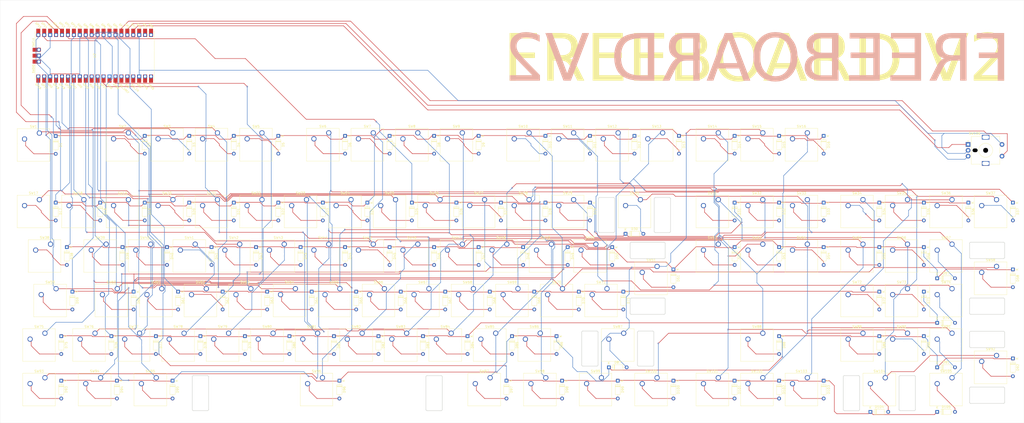
<source format=kicad_pcb>
(kicad_pcb (version 20241229) (generator "pcbnew") (generator_version "9.0")
  (layers (0 "F.Cu" signal) (2 "B.Cu" signal) (13 "F.Paste" user) (15 "B.Paste" user) (5 "F.SilkS" user "F.Silkscreen") (7 "B.SilkS" user "B.Silkscreen") (1 "F.Mask" user) (3 "B.Mask" user) (25 "Edge.Cuts" user))
  (net 0 "")
  (net 7 "A")
  (net 8 "S1")
  (net 14 "B")
  (net 15 "ROW 1")
  (net 16 "Net-(D1-A)")
  (net 17 "Net-(D2-A)")
  (net 18 "Net-(D3-A)")
  (net 19 "Net-(D4-A)")
  (net 20 "Net-(D5-A)")
  (net 21 "Net-(D6-A)")
  (net 22 "Net-(D7-A)")
  (net 23 "Net-(D8-A)")
  (net 24 "Net-(D9-A)")
  (net 25 "Net-(D10-A)")
  (net 26 "Net-(D11-A)")
  (net 27 "Net-(D12-A)")
  (net 28 "ROW 2")
  (net 29 "Net-(D13-A)")
  (net 30 "Net-(D14-A)")
  (net 31 "Net-(D15-A)")
  (net 32 "Net-(D16-A)")
  (net 33 "Net-(D17-A)")
  (net 34 "Net-(D18-A)")
  (net 35 "Net-(D19-A)")
  (net 36 "Net-(D20-A)")
  (net 37 "Net-(D21-A)")
  (net 38 "Net-(D22-A)")
  (net 39 "Net-(D23-A)")
  (net 40 "Net-(D24-A)")
  (net 41 "ROW 3")
  (net 42 "Net-(D25-A)")
  (net 43 "Net-(D26-A)")
  (net 44 "Net-(D27-A)")
  (net 45 "Net-(D28-A)")
  (net 46 "Net-(D29-A)")
  (net 47 "Net-(D30-A)")
  (net 48 "Net-(D31-A)")
  (net 49 "Net-(D32-A)")
  (net 50 "Net-(D33-A)")
  (net 51 "Net-(D34-A)")
  (net 52 "Net-(D35-A)")
  (net 53 "Net-(D36-A)")
  (net 54 "ROW 4")
  (net 55 "Net-(D37-A)")
  (net 56 "Net-(D38-A)")
  (net 57 "Net-(D39-A)")
  (net 58 "Net-(D40-A)")
  (net 59 "Net-(D41-A)")
  (net 60 "Net-(D42-A)")
  (net 61 "Net-(D43-A)")
  (net 62 "Net-(D44-A)")
  (net 63 "Net-(D45-A)")
  (net 64 "Net-(D46-A)")
  (net 65 "Net-(D47-A)")
  (net 66 "Net-(D48-A)")
  (net 67 "ROW 5")
  (net 68 "Net-(D49-A)")
  (net 69 "Net-(D50-A)")
  (net 70 "Net-(D51-A)")
  (net 71 "Net-(D52-A)")
  (net 72 "Net-(D53-A)")
  (net 73 "Net-(D54-A)")
  (net 74 "Net-(D55-A)")
  (net 75 "Net-(D56-A)")
  (net 76 "Net-(D57-A)")
  (net 77 "Net-(D58-A)")
  (net 78 "Net-(D59-A)")
  (net 79 "Net-(D60-A)")
  (net 80 "ROW 6")
  (net 81 "Net-(D61-A)")
  (net 82 "Net-(D62-A)")
  (net 83 "Net-(D63-A)")
  (net 84 "Net-(D64-A)")
  (net 85 "Net-(D65-A)")
  (net 86 "Net-(D66-A)")
  (net 87 "Net-(D67-A)")
  (net 88 "Net-(D68-A)")
  (net 89 "Net-(D69-A)")
  (net 90 "Net-(D70-A)")
  (net 91 "Net-(D71-A)")
  (net 92 "Net-(D72-A)")
  (net 93 "ROW 7")
  (net 94 "Net-(D73-A)")
  (net 95 "Net-(D74-A)")
  (net 96 "Net-(D75-A)")
  (net 97 "Net-(D76-A)")
  (net 98 "Net-(D77-A)")
  (net 99 "Net-(D78-A)")
  (net 100 "Net-(D79-A)")
  (net 101 "Net-(D80-A)")
  (net 102 "Net-(D81-A)")
  (net 103 "Net-(D82-A)")
  (net 104 "Net-(D83-A)")
  (net 105 "Net-(D84-A)")
  (net 106 "Net-(D85-A)")
  (net 107 "ROW 8")
  (net 108 "Net-(D86-A)")
  (net 109 "Net-(D87-A)")
  (net 110 "Net-(D88-A)")
  (net 111 "Net-(D89-A)")
  (net 112 "Net-(D90-A)")
  (net 113 "Net-(D91-A)")
  (net 114 "Net-(D92-A)")
  (net 115 "Net-(D93-A)")
  (net 116 "Net-(D94-A)")
  (net 117 "Net-(D95-A)")
  (net 118 "Net-(D96-A)")
  (net 119 "ROW 9")
  (net 120 "Net-(D97-A)")
  (net 121 "Net-(D98-A)")
  (net 122 "Net-(D99-A)")
  (net 123 "Net-(D100-A)")
  (net 124 "Net-(D101-A)")
  (net 125 "Net-(D102-A)")
  (net 126 "Net-(D103-A)")
  (net 127 "Net-(D104-A)")
  (net 128 "Net-(D105-A)")
  (net 129 "COL 1")
  (net 130 "COL 2")
  (net 131 "COL 3")
  (net 132 "COL 4")
  (net 133 "COL 5")
  (net 134 "COL 6")
  (net 135 "COL 7")
  (net 136 "COL 8")
  (net 137 "COL 9")
  (net 138 "COL 10")
  (net 139 "COL 11")
  (net 140 "COL 12")
  (net 141 "GND")
  (footprint "Button_Switch_Keyboard:SW_Cherry_MX_1.00u_PCB" (layer "F.Cu") (at -9.3662 -57.4675)
    (property "Reference" "SW76")
    (property "Value" "SW_Push")
  )
  (footprint "Diode_THT:D_DO-35_SOD27_P7.62mm_Horizontal" (layer "F.Cu") (at 173.8313 -94.2975 -90)
    (property "Reference" "D48")
    (property "Value" "1N4148")
  )
  (footprint "Button_Switch_Keyboard:SW_Cherry_MX_1.00u_PCB" (layer "F.Cu") (at 276.3838 -143.1925)
    (property "Reference" "SW15")
    (property "Value" "SW_Push")
  )
  (footprint "Diode_THT:D_DO-35_SOD27_P7.62mm_Horizontal" (layer "F.Cu") (at 35.7188 -56.1975 -90)
    (property "Reference" "D78")
    (property "Value" "1N4148")
  )
  (footprint "Button_Switch_Keyboard:SW_Cherry_MX_1.00u_PCB" (layer "F.Cu") (at 109.6963 -143.1925)
    (property "Reference" "SW7")
    (property "Value" "SW_Push")
  )
  (footprint "Button_Switch_Keyboard:SW_Cherry_MX_1.00u_PCB" (layer "F.Cu") (at 90.6463 -143.1925)
    (property "Reference" "SW6")
    (property "Value" "SW_Push")
  )
  (footprint "Diode_THT:D_DO-35_SOD27_P7.62mm_Horizontal" (layer "F.Cu") (at 188.1188 -56.1975 -90)
    (property "Reference" "D86")
    (property "Value" "1N4148")
  )
  (footprint "Diode_THT:D_DO-35_SOD27_P7.62mm_Horizontal" (layer "F.Cu") (at 26.1938 -75.2475 -90)
    (property "Reference" "D61")
    (property "Value" "1N4148")
  )
  (footprint "Diode_THT:D_DO-35_SOD27_P7.62mm_Horizontal" (layer "F.Cu") (at 302.4188 -113.3475 -90)
    (property "Reference" "D33")
    (property "Value" "1N4148")
  )
  (footprint "Diode_THT:D_DO-35_SOD27_P7.62mm_Horizontal" (layer "F.Cu") (at 264.3188 -113.3475 -90)
    (property "Reference" "D31")
    (property "Value" "1N4148")
  )
  (footprint "Diode_THT:D_DO-35_SOD27_P7.62mm_Horizontal" (layer "F.Cu") (at 69.0563 -141.9225 -90)
    (property "Reference" "D5")
    (property "Value" "1N4148")
  )
  (footprint "Button_Switch_Keyboard:SW_Cherry_MX_1.00u_PCB" (layer "F.Cu") (at 109.6963 -95.5675)
    (property "Reference" "SW45")
    (property "Value" "SW_Push")
  )
  (footprint "Diode_THT:D_DO-35_SOD27_P7.62mm_Horizontal" (layer "F.Cu") (at 283.3688 -37.1475 -90)
    (property "Reference" "D102")
    (property "Value" "1N4148")
  )
  (footprint "Button_Switch_Keyboard:SW_Cherry_MX_1.00u_PCB" (layer "F.Cu") (at 257.3338 -114.6175)
    (property "Reference" "SW31")
    (property "Value" "SW_Push")
  )
  (footprint "Diode_THT:D_DO-35_SOD27_P7.62mm_Horizontal" (layer "F.Cu") (at 264.3188 -141.9225 -90)
    (property "Reference" "D14")
    (property "Value" "1N4148")
  )
  (footprint "MCU_RaspberryPi_and_Boards:RPi_Pico_SMD_TH" (layer "F.Cu") (at -9.525 -176.2125 -90)
    (property "Reference" "U2")
    (property "Value" "Pico")
  )
  (footprint "Diode_THT:D_DO-35_SOD27_P7.62mm_Horizontal" (layer "F.Cu") (at 238.125 -37.1475 -90)
    (property "Reference" "D100")
    (property "Value" "1N4148")
  )
  (footprint "Diode_THT:D_DO-35_SOD27_P7.62mm_Horizontal" (layer "F.Cu") (at 7.1438 -75.2475 -90)
    (property "Reference" "D60")
    (property "Value" "1N4148")
  )
  (footprint "Rotary_Encoder:RotaryEncoder_Alps_EC11E-Switch_Vertical_H20mm_MountingHoles" (layer "F.Cu") (at 364.225 -138.23125)
    (property "Reference" "SW106")
    (property "Value" "RotaryEncoder_Switch")
  )
  (footprint "Diode_THT:D_DO-35_SOD27_P7.62mm_Horizontal" (layer "F.Cu") (at 135.7313 -94.2975 -90)
    (property "Reference" "D46")
    (property "Value" "1N4148")
  )
  (footprint "Button_Switch_Keyboard:SW_Cherry_MX_1.00u_PCB" (layer "F.Cu") (at 90.6463 -95.5675)
    (property "Reference" "SW44")
    (property "Value" "SW_Push")
  )
  (footprint "Button_Switch_Keyboard:SW_Cherry_MX_1.00u_PCB" (layer "F.Cu") (at 4.9213 -114.6175)
    (property "Reference" "SW19")
    (property "Value" "SW_Push")
  )
  (footprint "Diode_THT:D_DO-35_SOD27_P7.62mm_Horizontal" (layer "F.Cu") (at 23.8125 -37.1475 -90)
    (property "Reference" "D95")
    (property "Value" "1N4148")
  )
  (footprint "Diode_THT:D_DO-35_SOD27_P7.62mm_Horizontal" (layer "F.Cu") (at 166.6875 -37.1475 -90)
    (property "Reference" "D97")
    (property "Value" "1N4148")
  )
  (footprint "Button_Switch_Keyboard:SW_Cherry_MX_1.00u_PCB" (layer "F.Cu") (at 338.2963 -114.6175)
    (property "Reference" "SW35")
    (property "Value" "SW_Push")
  )
  (footprint "Diode_THT:D_DO-35_SOD27_P7.62mm_Horizontal" (layer "F.Cu") (at 350.9963 -61.9125)
    (property "Reference" "D74")
    (property "Value" "1N4148")
  )
  (footprint "Button_Switch_Keyboard:SW_Cherry_MX_1.00u_PCB" (layer "F.Cu") (at 338.2963 -95.5675)
    (property "Reference" "SW56")
    (property "Value" "SW_Push")
  )
  (footprint "Button_Switch_Keyboard:SW_Cherry_MX_1.00u_PCB" (layer "F.Cu") (at 28.7338 -57.4675)
    (property "Reference" "SW78")
    (property "Value" "SW_Push")
  )
  (footprint "Diode_THT:D_DO-35_SOD27_P7.62mm_Horizontal" (layer "F.Cu") (at 383.3813 -113.3475 -90)
    (property "Reference" "D37")
    (property "Value" "1N4148")
  )
  (footprint "Button_Switch_Keyboard:SW_Cherry_MX_1.00u_PCB" (layer "F.Cu") (at 207.3275 -38.4175)
    (property "Reference" "SW99")
    (property "Value" "SW_Push")
  )
  (footprint "Diode_THT:D_DO-35_SOD27_P7.62mm_Horizontal" (layer "F.Cu") (at 302.4188 -37.1475 -90)
    (property "Reference" "D103")
    (property "Value" "1N4148")
  )
  (footprint "Diode_THT:D_DO-35_SOD27_P7.62mm_Horizontal" (layer "F.Cu") (at 116.6813 -94.2975 -90)
    (property "Reference" "D45")
    (property "Value" "1N4148")
  )
  (footprint "Diode_THT:D_DO-35_SOD27_P7.62mm_Horizontal" (layer "F.Cu") (at 350.9963 -23.8125)
    (property "Reference" "D105")
    (property "Value" "1N4148")
  )
  (footprint "Button_Switch_Keyboard:SW_Cherry_MX_1.00u_PCB" (layer "F.Cu") (at 295.4338 -38.4175)
    (property "Reference" "SW103")
    (property "Value" "SW_Push")
  )
  (footprint "Diode_THT:D_DO-35_SOD27_P7.62mm_Horizontal" (layer "F.Cu") (at 159.5438 -75.2475 -90)
    (property "Reference" "D68")
    (property "Value" "1N4148")
  )
  (footprint "Button_Switch_Keyboard:SW_Cherry_MX_1.00u_PCB" (layer "F.Cu") (at -4.6037 -95.5675)
    (property "Reference" "SW39")
    (property "Value" "SW_Push")
  )
  (footprint "Button_Switch_Keyboard:SW_Cherry_MX_1.00u_PCB" (layer "F.Cu") (at 376.3963 -47.9425)
    (property "Reference" "SW92")
    (property "Value" "SW_Push")
  )
  (footprint "Diode_THT:D_DO-35_SOD27_P7.62mm_Horizontal" (layer "F.Cu") (at 95.2063 -37.1475 -90)
    (property "Reference" "D96")
    (property "Value" "1N4148")
  )
  (footprint "Diode_THT:D_DO-35_SOD27_P7.62mm_Horizontal" (layer "F.Cu") (at 0 -37.1475 -90)
    (property "Reference" "D94")
    (property "Value" "1N4148")
  )
  (footprint "Diode_THT:D_DO-35_SOD27_P7.62mm_Horizontal" (layer "F.Cu") (at 302.4188 -94.2975 -90)
    (property "Reference" "D54")
    (property "Value" "1N4148")
  )
  (footprint "Button_Switch_Keyboard:SW_Cherry_MX_1.00u_PCB" (layer "F.Cu") (at -33.1787 -114.6175)
    (property "Reference" "SW17")
    (property "Value" "SW_Push")
  )
  (footprint "Button_Switch_Keyboard:SW_Cherry_MX_1.00u_PCB" (layer "F.Cu") (at 143.0338 -57.4675)
    (property "Reference" "SW84")
    (property "Value" "SW_Push")
  )
  (footprint "Diode_THT:D_DO-35_SOD27_P7.62mm_Horizontal" (layer "F.Cu") (at 135.7313 -141.9225 -90)
    (property "Reference" "D8")
    (property "Value" "1N4148")
  )
  (footprint "Diode_THT:D_DO-35_SOD27_P7.62mm_Horizontal" (layer "F.Cu") (at -26.1937 -113.3475 -90)
    (property "Reference" "D17")
    (property "Value" "1N4148")
  )
  (footprint "Button_Switch_Keyboard:SW_Cherry_MX_1.00u_PCB" (layer "F.Cu") (at 257.3338 -38.4175)
    (property "Reference" "SW101")
    (property "Value" "SW_Push")
  )
  (footprint "Button_Switch_Keyboard:SW_Cherry_MX_1.00u_PCB" (layer "F.Cu") (at 14.4463 -95.5675)
    (property "Reference" "SW40")
    (property "Value" "SW_Push")
  )
  (footprint "Button_Switch_Keyboard:SW_Cherry_MX_1.00u_PCB" (layer "F.Cu") (at 319.2463 -76.5175)
    (property "Reference" "SW72")
    (property "Value" "SW_Push")
  )
  (footprint "Diode_THT:D_DO-35_SOD27_P7.62mm_Horizontal" (layer "F.Cu") (at 121.4438 -75.2475 -90)
    (property "Reference" "D66")
    (property "Value" "1N4148")
  )
  (footprint "Button_Switch_Keyboard:SW_Cherry_MX_1.00u_PCB" (layer "F.Cu") (at 52.5463 -95.5675)
    (property "Reference" "SW42")
    (property "Value" "SW_Push")
  )
  (footprint "Diode_THT:D_DO-35_SOD27_P7.62mm_Horizontal" (layer "F.Cu") (at 59.5313 -94.2975 -90)
    (property "Reference" "D42")
    (property "Value" "1N4148")
  )
  (footprint "Diode_THT:D_DO-35_SOD27_P7.62mm_Horizontal" (layer "F.Cu") (at 21.4313 -94.2975 -90)
    (property "Reference" "D40")
    (property "Value" "1N4148")
  )
  (footprint "Button_Switch_Keyboard:SW_Cherry_MX_1.00u_PCB" (layer "F.Cu") (at 43.0213 -114.6175)
    (property "Reference" "SW21")
    (property "Value" "SW_Push")
  )
  (footprint "Button_Switch_Keyboard:SW_Cherry_MX_1.00u_PCB" (layer "F.Cu") (at -30.7975 -38.4175)
    (property "Reference" "SW93")
    (property "Value" "SW_Push")
  )
  (footprint "Button_Switch_Keyboard:SW_Cherry_MX_1.00u_PCB" (layer "F.Cu") (at 104.9338 -57.4675)
    (property "Reference" "SW82")
    (property "Value" "SW_Push")
  )
  (footprint "Diode_THT:D_DO-35_SOD27_P7.62mm_Horizontal" (layer "F.Cu") (at 322.4213 -23.8125)
    (property "Reference" "D104")
    (property "Value" "1N4148")
  )
  (footprint "Button_Switch_Keyboard:SW_Cherry_MX_1.00u_PCB" (layer "F.Cu") (at 166.8463 -95.5675)
    (property "Reference" "SW48")
    (property "Value" "SW_Push")
  )
  (footprint "Diode_THT:D_DO-35_SOD27_P7.62mm_Horizontal" (layer "F.Cu") (at 240.5063 -141.9225 -90)
    (property "Reference" "D13")
    (property "Value" "1N4148")
  )
  (footprint "Button_Switch_Keyboard:SW_Cherry_MX_1.00u_PCB" (layer "F.Cu") (at 19.2088 -76.5175)
    (property "Reference" "SW61")
    (property "Value" "SW_Push")
  )
  (footprint "Button_Switch_Keyboard:SW_Cherry_MX_1.00u_PCB" (layer "F.Cu") (at 62.0713 -114.6175)
    (property "Reference" "SW22")
    (property "Value" "SW_Push")
  )
  (footprint "Button_Switch_Keyboard:SW_Cherry_MX_1.00u_PCB" (layer "F.Cu") (at 4.9213 -143.1925)
    (property "Reference" "SW2")
    (property "Value" "SW_Push")
  )
  (footprint "Diode_THT:D_DO-35_SOD27_P7.62mm_Horizontal" (layer "F.Cu") (at 154.7813 -141.9225 -90)
    (property "Reference" "D9")
    (property "Value" "1N4148")
  )
  (footprint "Diode_THT:D_DO-35_SOD27_P7.62mm_Horizontal" (layer "F.Cu") (at 64.2938 -75.2475 -90)
    (property "Reference" "D63")
    (property "Value" "1N4148")
  )
  (footprint "Diode_THT:D_DO-35_SOD27_P7.62mm_Horizontal" (layer "F.Cu") (at 111.9188 -56.1975 -90)
    (property "Reference" "D82")
    (property "Value" "1N4148")
  )
  (footprint "Button_Switch_Keyboard:SW_Cherry_MX_1.00u_PCB" (layer "F.Cu") (at 195.4213 -114.6175)
    (property "Reference" "SW29")
    (property "Value" "SW_Push")
  )
  (footprint "Button_Switch_Keyboard:SW_Cherry_MX_1.00u_PCB" (layer "F.Cu") (at 231.14 -38.4175)
    (property "Reference" "SW100")
    (property "Value" "SW_Push")
  )
  (footprint "Button_Switch_Keyboard:SW_Cherry_MX_1.00u_PCB" (layer "F.Cu") (at 338.2963 -76.5175)
    (property "Reference" "SW73")
    (property "Value" "SW_Push")
  )
  (footprint "Button_Switch_Keyboard:SW_Cherry_MX_1.00u_PCB" (layer "F.Cu") (at 71.5963 -95.5675)
    (property "Reference" "SW43")
    (property "Value" "SW_Push")
  )
  (footprint "Button_Switch_Keyboard:SW_Cherry_MX_1.00u_PCB" (layer "F.Cu") (at 376.3963 -114.6175)
    (property "Reference" "SW37")
    (property "Value" "SW_Push")
  )
  (footprint "Diode_THT:D_DO-35_SOD27_P7.62mm_Horizontal" (layer "F.Cu") (at 183.3563 -141.9225 -90)
    (property "Reference" "D10")
    (property "Value" "1N4148")
  )
  (footprint "Diode_THT:D_DO-35_SOD27_P7.62mm_Horizontal" (layer "F.Cu") (at 326.2313 -56.1975 -90)
    (property "Reference" "D89")
    (property "Value" "1N4148")
  )
  (footprint "Button_Switch_Keyboard:SW_Cherry_MX_1.00u_PCB" (layer "F.Cu") (at 295.4338 -143.1925)
    (property "Reference" "SW16")
    (property "Value" "SW_Push")
  )
  (footprint "Button_Switch_Keyboard:SW_Cherry_MX_1.00u_PCB" (layer "F.Cu") (at 328.7713 -38.4175)
    (property "Reference" "SW104")
    (property "Value" "SW_Push")
  )
  (footprint "Button_Switch_Keyboard:SW_Cherry_MX_1.00u_PCB" (layer "F.Cu") (at 295.4338 -95.5675)
    (property "Reference" "SW54")
    (property "Value" "SW_Push")
  )
  (footprint "Button_Switch_Keyboard:SW_Cherry_MX_1.00u_PCB" (layer "F.Cu") (at 185.8963 -95.5675)
    (property "Reference" "SW49")
    (property "Value" "SW_Push")
  )
  (footprint "Button_Switch_Keyboard:SW_Cherry_MX_1.00u_PCB" (layer "F.Cu") (at 176.3713 -143.1925)
    (property "Reference" "SW10")
    (property "Value" "SW_Push")
  )
  (footprint "Diode_THT:D_DO-35_SOD27_P7.62mm_Horizontal" (layer "F.Cu") (at 216.6938 -75.2475 -90)
    (property "Reference" "D71")
    (property "Value" "1N4148")
  )
  (footprint "Diode_THT:D_DO-35_SOD27_P7.62mm_Horizontal" (layer "F.Cu") (at -23.8125 -37.1475 -90)
    (property "Reference" "D93")
    (property "Value" "1N4148")
  )
  (footprint "Button_Switch_Keyboard:SW_Cherry_MX_1.00u_PCB" (layer "F.Cu") (at 257.3338 -143.1925)
    (property "Reference" "SW14")
    (property "Value" "SW_Push")
  )
  (footprint "Button_Switch_Keyboard:SW_Cherry_MX_1.00u_PCB" (layer "F.Cu") (at 319.2463 -95.5675)
    (property "Reference" "SW55")
    (property "Value" "SW_Push")
  )
  (footprint "Diode_THT:D_DO-35_SOD27_P7.62mm_Horizontal" (layer "F.Cu") (at 345.2813 -113.3475 -90)
    (property "Reference" "D35")
    (property "Value" "1N4148")
  )
  (footprint "Diode_THT:D_DO-35_SOD27_P7.62mm_Horizontal" (layer "F.Cu") (at 169.0688 -56.1975 -90)
    (property "Reference" "D85")
    (property "Value" "1N4148")
  )
  (footprint "Button_Switch_Keyboard:SW_Cherry_MX_1.00u_PCB" (layer "F.Cu") (at 357.3463 -95.5675)
    (property "Reference" "SW57")
    (property "Value" "SW_Push")
  )
  (footprint "Diode_THT:D_DO-35_SOD27_P7.62mm_Horizontal" (layer "F.Cu") (at 238.125 -84.7725 -90)
    (property "Reference" "D51")
    (property "Value" "1N4148")
  )
  (footprint "Diode_THT:D_DO-35_SOD27_P7.62mm_Horizontal" (layer "F.Cu") (at 202.4063 -141.9225 -90)
    (property "Reference" "D11")
    (property "Value" "1N4148")
  )
  (footprint "Diode_THT:D_DO-35_SOD27_P7.62mm_Horizontal" (layer "F.Cu") (at 364.3313 -113.3475 -90)
    (property "Reference" "D36")
    (property "Value" "1N4148")
  )
  (footprint "Diode_THT:D_DO-35_SOD27_P7.62mm_Horizontal" (layer "F.Cu") (at 54.7688 -56.1975 -90)
    (property "Reference" "D79")
    (property "Value" "1N4148")
  )
  (footprint "Diode_THT:D_DO-35_SOD27_P7.62mm_Horizontal" (layer "F.Cu") (at 50.0063 -141.9225 -90)
    (property "Reference" "D4")
    (property "Value" "1N4148")
  )
  (footprint "Diode_THT:D_DO-35_SOD27_P7.62mm_Horizontal" (layer "F.Cu") (at 345.2813 -75.2475 -90)
    (property "Reference" "D73")
    (property "Value" "1N4148")
  )
  (footprint "Diode_THT:D_DO-35_SOD27_P7.62mm_Horizontal" (layer "F.Cu") (at 214.3125 -37.1475 -90)
    (property "Reference" "D99")
    (property "Value" "1N4148")
  )
  (footprint "Diode_THT:D_DO-35_SOD27_P7.62mm_Horizontal" (layer "F.Cu") (at -19.05 -75.2475 -90)
    (property "Reference" "D59")
    (property "Value" "1N4148")
  )
  (footprint "Button_Switch_Keyboard:SW_Cherry_MX_1.00u_PCB" (layer "F.Cu") (at 190.6588 -76.5175)
    (property "Reference" "SW70")
    (property "Value" "SW_Push")
  )
  (footprint "Diode_THT:D_DO-35_SOD27_P7.62mm_Horizontal" (layer "F.Cu") (at 210.5025 -42.8625)
    (property "Reference" "D87")
    (property "Value" "1N4148")
  )
  (footprint "Diode_THT:D_DO-35_SOD27_P7.62mm_Horizontal" (layer "F.Cu") (at 83.3438 -75.2475 -90)
    (property "Reference" "D64")
    (property "Value" "1N4148")
  )
  (footprint "Diode_THT:D_DO-35_SOD27_P7.62mm_Horizontal" (layer "F.Cu") (at 45.2438 -75.2475 -90)
    (property "Reference" "D62")
    (property "Value" "1N4148")
  )
  (footprint "Button_Switch_Keyboard:SW_Cherry_MX_1.00u_PCB" (layer "F.Cu") (at 157.3213 -114.6175)
    (property "Reference" "SW27")
    (property "Value" "SW_Push")
  )
  (footprint "Diode_THT:D_DO-35_SOD27_P7.62mm_Horizontal" (layer "F.Cu") (at 190.5 -37.1475 -90)
    (property "Reference" "D98")
    (property "Value" "1N4148")
  )
  (footprint "Diode_THT:D_DO-35_SOD27_P7.62mm_Horizontal" (layer "F.Cu") (at 326.2313 -75.2475 -90)
    (property "Reference" "D72")
    (property "Value" "1N4148")
  )
  (footprint "Button_Switch_Keyboard:SW_Cherry_MX_1.00u_PCB" (layer "F.Cu") (at 57.3088 -76.5175)
    (property "Reference" "SW63")
    (property "Value" "SW_Push")
  )
  (footprint "Diode_THT:D_DO-35_SOD27_P7.62mm_Horizontal" (layer "F.Cu") (at 326.2313 -113.3475 -90)
    (property "Reference" "D34")
    (property "Value" "1N4148")
  )
  (footprint "Diode_THT:D_DO-35_SOD27_P7.62mm_Horizontal" (layer "F.Cu") (at 283.3688 -113.3475 -90)
    (property "Reference" "D32")
    (property "Value" "1N4148")
  )
  (footprint "Diode_THT:D_DO-35_SOD27_P7.62mm_Horizontal" (layer "F.Cu") (at 197.6438 -75.2475 -90)
    (property "Reference" "D70")
    (property "Value" "1N4148")
  )
  (footprint "Button_Switch_Keyboard:SW_Cherry_MX_1.00u_PCB" (layer "F.Cu") (at 81.1213 -114.6175)
    (property "Reference" "SW23")
    (property "Value" "SW_Push")
  )
  (footprint "Button_Switch_Keyboard:SW_Cherry_MX_1.00u_PCB" (layer "F.Cu") (at 357.3463 -38.4175)
    (property "Reference" "SW105")
    (property "Value" "SW_Push")
  )
  (footprint "Diode_THT:D_DO-35_SOD27_P7.62mm_Horizontal" (layer "F.Cu") (at 140.4938 -75.2475 -90)
    (property "Reference" "D67")
    (property "Value" "1N4148")
  )
  (footprint "Diode_THT:D_DO-35_SOD27_P7.62mm_Horizontal" (layer "F.Cu") (at -23.8125 -56.1975 -90)
    (property "Reference" "D75")
    (property "Value" "1N4148")
  )
  (footprint "Diode_THT:D_DO-35_SOD27_P7.62mm_Horizontal" (layer "F.Cu") (at 221.4563 -141.9225 -90)
    (property "Reference" "D12")
    (property "Value" "1N4148")
  )
  (footprint "Diode_THT:D_DO-35_SOD27_P7.62mm_Horizontal" (layer "F.Cu") (at 283.3688 -94.2975 -90)
    (property "Reference" "D53")
    (property "Value" "1N4148")
  )
  (footprint "Button_Switch_Keyboard:SW_Cherry_MX_1.00u_PCB" (layer "F.Cu") (at 114.4588 -76.5175)
    (property "Reference" "SW66")
    (property "Value" "SW_Push")
  )
  (footprint "Diode_THT:D_DO-35_SOD27_P7.62mm_Horizontal" (layer "F.Cu") (at 102.3938 -75.2475 -90)
    (property "Reference" "D65")
    (property "Value" "1N4148")
  )
  (footprint "Button_Switch_Keyboard:SW_Cherry_MX_1.00u_PCB" (layer "F.Cu") (at 214.4713 -143.1925)
    (property "Reference" "SW12")
    (property "Value" "SW_Push")
  )
  (footprint "Button_Switch_Keyboard:SW_Cherry_MX_1.00u_PCB" (layer "F.Cu") (at 119.2213 -114.6175)
    (property "Reference" "SW25")
    (property "Value" "SW_Push")
  )
  (footprint "Diode_THT:D_DO-35_SOD27_P7.62mm_Horizontal" (layer "F.Cu") (at 283.3688 -141.9225 -90)
    (property "Reference" "D15")
    (property "Value" "1N4148")
  )
  (footprint "Button_Switch_Keyboard:SW_Cherry_MX_1.00u_PCB" (layer "F.Cu") (at 23.9713 -114.6175)
    (property "Reference" "SW20")
    (property "Value" "SW_Push")
  )
  (footprint "Button_Switch_Keyboard:SW_Cherry_MX_1.00u_PCB" (layer "F.Cu") (at 147.7963 -143.1925)
    (property "Reference" "SW9")
    (property "Value" "SW_Push")
  )
  (footprint "Diode_THT:D_DO-35_SOD27_P7.62mm_Horizontal" (layer "F.Cu") (at 264.3188 -94.2975 -90)
    (property "Reference" "D52")
    (property "Value" "1N4148")
  )
  (footprint "Button_Switch_Keyboard:SW_Cherry_MX_1.00u_PCB" (layer "F.Cu") (at 23.9713 -143.1925)
    (property "Reference" "SW3")
    (property "Value" "SW_Push")
  )
  (footprint "Button_Switch_Keyboard:SW_Cherry_MX_1.00u_PCB" (layer "F.Cu") (at 176.3713 -114.6175)
    (property "Reference" "SW28")
    (property "Value" "SW_Push")
  )
  (footprint "Diode_THT:D_DO-35_SOD27_P7.62mm_Horizontal" (layer "F.Cu") (at -21.4312 -94.2975 -90)
    (property "Reference" "D38")
    (property "Value" "1N4148")
  )
  (footprint "Button_Switch_Keyboard:SW_Cherry_MX_1.00u_PCB" (layer "F.Cu") (at 47.7838 -57.4675)
    (property "Reference" "SW79")
    (property "Value" "SW_Push")
  )
  (footprint "Diode_THT:D_DO-35_SOD27_P7.62mm_Horizontal" (layer "F.Cu") (at 50.0063 -113.3475 -90)
    (property "Reference" "D21")
    (property "Value" "1N4148")
  )
  (footprint "Button_Switch_Keyboard:SW_Cherry_MX_1.00u_PCB" (layer "F.Cu") (at 181.1338 -57.4675)
    (property "Reference" "SW86")
    (property "Value" "SW_Push")
  )
  (footprint "Button_Switch_Keyboard:SW_Cherry_MX_1.00u_PCB" (layer "F.Cu") (at 159.7025 -38.4175)
    (property "Reference" "SW97")
    (property "Value" "SW_Push")
  )
  (footprint "Button_Switch_Keyboard:SW_Cherry_MX_1.00u_PCB" (layer "F.Cu") (at 319.2463 -114.6175)
    (property "Reference" "SW34")
    (property "Value" "SW_Push")
  )
  (footprint "Button_Switch_Keyboard:SW_Cherry_MX_1.00u_PCB" (layer "F.Cu") (at 295.4338 -114.6175)
    (property "Reference" "SW33")
    (property "Value" "SW_Push")
  )
  (footprint "Diode_THT:D_DO-35_SOD27_P7.62mm_Horizontal" (layer "F.Cu") (at -2.3812 -56.1975 -90)
    (property "Reference" "D76")
    (property "Value" "1N4148")
  )
  (footprint "Diode_THT:D_DO-35_SOD27_P7.62mm_Horizontal" (layer "F.Cu") (at 130.9688 -56.1975 -90)
    (property "Reference" "D83")
    (property "Value" "1N4148")
  )
  (footprint "Button_Switch_Keyboard:SW_Cherry_MX_1.00u_PCB" (layer "F.Cu") (at 87.9475 -38.4175)
    (property "Reference" "SW96")
    (property "Value" "SW_Push")
  )
  (footprint "Diode_THT:D_DO-35_SOD27_P7.62mm_Horizontal" (layer "F.Cu") (at 350.9963 -80.9625)
    (property "Reference" "D57")
    (property "Value" "1N4148")
  )
  (footprint "Button_Switch_Keyboard:SW_Cherry_MX_1.00u_PCB" (layer "F.Cu") (at 376.3963 -86.0425)
    (property "Reference" "SW58")
    (property "Value" "SW_Push")
  )
  (footprint "Diode_THT:D_DO-35_SOD27_P7.62mm_Horizontal" (layer "F.Cu") (at 92.8688 -56.1975 -90)
    (property "Reference" "D81")
    (property "Value" "1N4148")
  )
  (footprint "Button_Switch_Keyboard:SW_Cherry_MX_1.00u_PCB" (layer "F.Cu") (at 133.5088 -76.5175)
    (property "Reference" "SW67")
    (property "Value" "SW_Push")
  )
  (footprint "Diode_THT:D_DO-35_SOD27_P7.62mm_Horizontal" (layer "F.Cu") (at 78.5813 -94.2975 -90)
    (property "Reference" "D43")
    (property "Value" "1N4148")
  )
  (footprint "Diode_THT:D_DO-35_SOD27_P7.62mm_Horizontal" (layer "F.Cu") (at 30.9563 -113.3475 -90)
    (property "Reference" "D20")
    (property "Value" "1N4148")
  )
  (footprint "Diode_THT:D_DO-35_SOD27_P7.62mm_Horizontal" (layer "F.Cu") (at 383.3813 -84.7725 -90)
    (property "Reference" "D58")
    (property "Value" "1N4148")
  )
  (footprint "Button_Switch_Keyboard:SW_Cherry_MX_1.00u_PCB" (layer "F.Cu") (at 216.8525 -57.4675)
    (property "Reference" "SW87")
    (property "Value" "SW_Push")
  )
  (footprint "Button_Switch_Keyboard:SW_Cherry_MX_1.00u_PCB" (layer "F.Cu") (at 357.3463 -76.5175)
    (property "Reference" "SW74")
    (property "Value" "SW_Push")
  )
  (footprint "Button_Switch_Keyboard:SW_Cherry_MX_1.00u_PCB" (layer "F.Cu") (at 100.1713 -114.6175)
    (property "Reference" "SW24")
    (property "Value" "SW_Push")
  )
  (footprint "Button_Switch_Keyboard:SW_Cherry_MX_1.00u_PCB" (layer "F.Cu") (at 195.4213 -143.1925)
    (property "Reference" "SW11")
    (property "Value" "SW_Push")
  )
  (footprint "Diode_THT:D_DO-35_SOD27_P7.62mm_Horizontal" (layer "F.Cu") (at 69.0563 -113.3475 -90)
    (property "Reference" "D22")
    (property "Value" "1N4148")
  )
  (footprint "Diode_THT:D_DO-35_SOD27_P7.62mm_Horizontal" (layer "F.Cu") (at 345.2813 -94.2975 -90)
    (property "Reference" "D56")
    (property "Value" "1N4148")
  )
  (footprint "Button_Switch_Keyboard:SW_Cherry_MX_1.00u_PCB" (layer "F.Cu") (at 183.515 -38.4175)
    (property "Reference" "SW98")
    (property "Value" "SW_Push")
  )
  (footprint "Button_Switch_Keyboard:SW_Cherry_MX_1.00u_PCB" (layer "F.Cu") (at 85.8838 -57.4675)
    (property "Reference" "SW81")
    (property "Value" "SW_Push")
  )
  (footprint "Button_Switch_Keyboard:SW_Cherry_MX_1.00u_PCB" (layer "F.Cu") (at 223.9963 -114.6175)
    (property "Reference" "SW30")
    (property "Value" "SW_Push")
  )
  (footprint "Button_Switch_Keyboard:SW_Cherry_MX_1.00u_PCB" (layer "F.Cu") (at 147.7963 -95.5675)
    (property "Reference" "SW47")
    (property "Value" "SW_Push")
  )
  (footprint "Diode_THT:D_DO-35_SOD27_P7.62mm_Horizontal" (layer "F.Cu") (at 97.6313 -94.2975 -90)
    (property "Reference" "D44")
    (property "Value" "1N4148")
  )
  (footprint "Button_Switch_Keyboard:SW_Cherry_MX_1.00u_PCB" (layer "F.Cu") (at 338.2963 -57.4675)
    (property "Reference" "SW90")
    (property "Value" "SW_Push")
  )
  (footprint "Diode_THT:D_DO-35_SOD27_P7.62mm_Horizontal" (layer "F.Cu") (at 345.2813 -56.1975 -90)
    (property "Reference" "D90")
    (property "Value" "1N4148")
  )
  (footprint "Button_Switch_Keyboard:SW_Cherry_MX_1.00u_PCB" (layer "F.Cu") (at -30.7975 -57.4675)
    (property "Reference" "SW75")
    (property "Value" "SW_Push")
  )
  (footprint "Diode_THT:D_DO-35_SOD27_P7.62mm_Horizontal" (layer "F.Cu") (at 264.275 -37.1475 -90)
    (property "Reference" "D101")
    (property "Value" "1N4148")
  )
  (footprint "Button_Switch_Keyboard:SW_Cherry_MX_1.00u_PCB" (layer "F.Cu") (at 95.4088 -76.5175)
    (property "Reference" "SW65")
    (property "Value" "SW_Push")
  )
  (footprint "Diode_THT:D_DO-35_SOD27_P7.62mm_Horizontal" (layer "F.Cu") (at 11.9063 -141.9225 -90)
    (property "Reference" "D2")
    (property "Value" "1N4148")
  )
  (footprint "Button_Switch_Keyboard:SW_Cherry_MX_1.00u_PCB" (layer "F.Cu") (at 152.5588 -76.5175)
    (property "Reference" "SW68")
    (property "Value" "SW_Push")
  )
  (footprint "Diode_THT:D_DO-35_SOD27_P7.62mm_Horizontal" (layer "F.Cu") (at 40.4813 -94.2975 -90)
    (property "Reference" "D41")
    (property "Value" "1N4148")
  )
  (footprint "Diode_THT:D_DO-35_SOD27_P7.62mm_Horizontal" (layer "F.Cu") (at 302.4188 -141.9225 -90)
    (property "Reference" "D16")
    (property "Value" "1N4148")
  )
  (footprint "Diode_THT:D_DO-35_SOD27_P7.62mm_Horizontal" (layer "F.Cu") (at 30.9563 -141.9225 -90)
    (property "Reference" "D3")
    (property "Value" "1N4148")
  )
  (footprint "Button_Switch_Keyboard:SW_Cherry_MX_1.00u_PCB" (layer "F.Cu") (at 9.6838 -57.4675)
    (property "Reference" "SW77")
    (property "Value" "SW_Push")
  )
  (footprint "Diode_THT:D_DO-35_SOD27_P7.62mm_Horizontal" (layer "F.Cu") (at 178.5938 -75.2475 -90)
    (property "Reference" "D69")
    (property "Value" "1N4148")
  )
  (footprint "Diode_THT:D_DO-35_SOD27_P7.62mm_Horizontal" (layer "F.Cu") (at 164.3063 -113.3475 -90)
    (property "Reference" "D27")
    (property "Value" "1N4148")
  )
  (footprint "Button_Switch_Keyboard:SW_Cherry_MX_1.00u_PCB" (layer "F.Cu") (at 171.6088 -76.5175)
    (property "Reference" "SW69")
    (property "Value" "SW_Push")
  )
  (footprint "Button_Switch_Keyboard:SW_Cherry_MX_1.00u_PCB" (layer "F.Cu") (at 128.7463 -143.1925)
    (property "Reference" "SW8")
    (property "Value" "SW_Push")
  )
  (footprint "Button_Switch_Keyboard:SW_Cherry_MX_1.00u_PCB" (layer "F.Cu") (at 66.8338 -57.4675)
    (property "Reference" "SW80")
    (property "Value" "SW_Push")
  )
  (footprint "Diode_THT:D_DO-35_SOD27_P7.62mm_Horizontal" (layer "F.Cu") (at 202.4063 -113.3475 -90)
    (property "Reference" "D29")
    (property "Value" "1N4148")
  )
  (footprint "Button_Switch_Keyboard:SW_Cherry_MX_1.00u_PCB" (layer "F.Cu") (at 0.1588 -76.5175)
    (property "Reference" "SW60")
    (property "Value" "SW_Push")
  )
  (footprint "Diode_THT:D_DO-35_SOD27_P7.62mm_Horizontal" (layer "F.Cu") (at -26.1937 -141.84 -90)
    (property "Reference" "D1")
    (property "Value" "1N4148")
  )
  (footprint "Button_Switch_Keyboard:SW_Cherry_MX_1.00u_PCB" (layer "F.Cu") (at 76.3588 -76.5175)
    (property "Reference" "SW64")
    (property "Value" "SW_Push")
  )
  (footprint "Button_Switch_Keyboard:SW_Cherry_MX_1.00u_PCB" (layer "F.Cu") (at 276.3838 -57.4675)
    (property "Reference" "SW88")
    (property "Value" "SW_Push")
  )
  (footprint "Button_Switch_Keyboard:SW_Cherry_MX_1.00u_PCB" (layer "F.Cu") (at 276.3838 -114.6175)
    (property "Reference" "SW32")
    (property "Value" "SW_Push")
  )
  (footprint "Diode_THT:D_DO-35_SOD27_P7.62mm_Horizontal" (layer "F.Cu") (at 192.8813 -94.2975 -90)
    (property "Reference" "D49")
    (property "Value" "1N4148")
  )
  (footprint "Diode_THT:D_DO-35_SOD27_P7.62mm_Horizontal" (layer "F.Cu") (at 211.9313 -94.2975 -90)
    (property "Reference" "D50")
    (property "Value" "1N4148")
  )
  (footprint "Button_Switch_Keyboard:SW_Cherry_MX_1.00u_PCB" (layer "F.Cu") (at -33.1787 -143.11)
    (property "Reference" "SW1")
    (property "Value" "SW_Push")
  )
  (footprint "Button_Switch_Keyboard:SW_Cherry_MX_1.00u_PCB" (layer "F.Cu") (at 209.7088 -76.5175)
    (property "Reference" "SW71")
    (property "Value" "SW_Push")
  )
  (footprint "Button_Switch_Keyboard:SW_Cherry_MX_1.00u_PCB" (layer "F.Cu") (at 231.14 -86.0425)
    (property "Reference" "SW51")
    (property "Value" "SW_Push")
  )
  (footprint "Diode_THT:D_DO-35_SOD27_P7.62mm_Horizontal" (layer "F.Cu") (at 11.9063 -113.3475 -90)
    (property "Reference" "D19")
    (property "Value" "1N4148")
  )
  (footprint "Button_Switch_Keyboard:SW_Cherry_MX_1.00u_PCB" (layer "F.Cu") (at -6.985 -38.4175)
    (property "Reference" "SW94")
    (property "Value" "SW_Push")
  )
  (footprint "Diode_THT:D_DO-35_SOD27_P7.62mm_Horizontal" (layer "F.Cu") (at 97.6313 -141.9225 -90)
    (property "Reference" "D6")
    (property "Value" "1N4148")
  )
  (footprint "Diode_THT:D_DO-35_SOD27_P7.62mm_Horizontal" (layer "F.Cu") (at 107.1563 -113.3475 -90)
    (property "Reference" "D24")
    (property "Value" "1N4148")
  )
  (footprint "Diode_THT:D_DO-35_SOD27_P7.62mm_Horizontal" (layer "F.Cu") (at 154.7813 -94.2975 -90)
    (property "Reference" "D47")
    (property "Value" "1N4148")
  )
  (footprint "Button_Switch_Keyboard:SW_Cherry_MX_1.00u_PCB" (layer "F.Cu") (at 62.0713 -143.1925)
    (property "Reference" "SW5")
    (property "Value" "SW_Push")
  )
  (footprint "Diode_THT:D_DO-35_SOD27_P7.62mm_Horizontal" (layer "F.Cu") (at 183.3563 -113.3475 -90)
    (property "Reference" "D28")
    (property "Value" "1N4148")
  )
  (footprint "Button_Switch_Keyboard:SW_Cherry_MX_1.00u_PCB" (layer "F.Cu") (at 138.2713 -114.6175)
    (property "Reference" "SW26")
    (property "Value" "SW_Push")
  )
  (footprint "Diode_THT:D_DO-35_SOD27_P7.62mm_Horizontal" (layer "F.Cu") (at -7.1437 -113.3475 -90)
    (property "Reference" "D18")
    (property "Value" "1N4148")
  )
  (footprint "Diode_THT:D_DO-35_SOD27_P7.62mm_Horizontal" (layer "F.Cu") (at 126.2063 -113.3475 -90)
    (property "Reference" "D25")
    (property "Value" "1N4148")
  )
  (footprint "Button_Switch_Keyboard:SW_Cherry_MX_1.00u_PCB" (layer "F.Cu") (at 16.8275 -38.4175)
    (property "Reference" "SW95")
    (property "Value" "SW_Push")
  )
  (footprint "Button_Switch_Keyboard:SW_Cherry_MX_1.00u_PCB" (layer "F.Cu") (at 123.9838 -57.4675)
    (property "Reference" "SW83")
    (property "Value" "SW_Push")
  )
  (footprint "Button_Switch_Keyboard:SW_Cherry_MX_1.00u_PCB" (layer "F.Cu") (at 319.2463 -57.4675)
    (property "Reference" "SW89")
    (property "Value" "SW_Push")
  )
  (footprint "Button_Switch_Keyboard:SW_Cherry_MX_1.00u_PCB" (layer "F.Cu") (at 162.0838 -57.4675)
    (property "Reference" "SW85")
    (property "Value" "SW_Push")
  )
  (footprint "Button_Switch_Keyboard:SW_Cherry_MX_1.00u_PCB" (layer "F.Cu") (at 38.2588 -76.5175)
    (property "Reference" "SW62")
    (property "Value" "SW_Push")
  )
  (footprint "Button_Switch_Keyboard:SW_Cherry_MX_1.00u_PCB" (layer "F.Cu") (at 276.3838 -95.5675)
    (property "Reference" "SW53")
    (property "Value" "SW_Push")
  )
  (footprint "Diode_THT:D_DO-35_SOD27_P7.62mm_Horizontal" (layer "F.Cu") (at 2.3813 -94.2975 -90)
    (property "Reference" "D39")
    (property "Value" "1N4148")
  )
  (footprint "Button_Switch_Keyboard:SW_Cherry_MX_1.00u_PCB" (layer "F.Cu") (at 128.7463 -95.5675)
    (property "Reference" "SW46")
    (property "Value" "SW_Push")
  )
  (footprint "Diode_THT:D_DO-35_SOD27_P7.62mm_Horizontal" (layer "F.Cu") (at 73.8188 -56.1975 -90)
    (property "Reference" "D80")
    (property "Value" "1N4148")
  )
  (footprint "Button_Switch_Keyboard:SW_Cherry_MX_1.00u_PCB" (layer "F.Cu") (at -28.4162 -95.5675)
    (property "Reference" "SW38")
    (property "Value" "SW_Push")
  )
  (footprint "Diode_THT:D_DO-35_SOD27_P7.62mm_Horizontal" (layer "F.Cu") (at 16.6688 -56.1975 -90)
    (property "Reference" "D77")
    (property "Value" "1N4148")
  )
  (footprint "Diode_THT:D_DO-35_SOD27_P7.62mm_Horizontal" (layer "F.Cu") (at 145.2563 -113.3475 -90)
    (property "Reference" "D26")
    (property "Value" "1N4148")
  )
  (footprint "Button_Switch_Keyboard:SW_Cherry_MX_1.00u_PCB" (layer "F.Cu") (at 276.3838 -38.4175)
    (property "Reference" "SW102")
    (property "Value" "SW_Push")
  )
  (footprint "Diode_THT:D_DO-35_SOD27_P7.62mm_Horizontal" (layer "F.Cu") (at 350.9963 -42.8625)
    (property "Reference" "D91")
    (property "Value" "1N4148")
  )
  (footprint "Button_Switch_Keyboard:SW_Cherry_MX_1.00u_PCB" (layer "F.Cu") (at 43.0213 -143.1925)
    (property "Reference" "SW4")
    (property "Value" "SW_Push")
  )
  (footprint "Button_Switch_Keyboard:SW_Cherry_MX_1.00u_PCB" (layer "F.Cu") (at -14.1287 -114.6175)
    (property "Reference" "SW18")
    (property "Value" "SW_Push")
  )
  (footprint "Button_Switch_Keyboard:SW_Cherry_MX_1.00u_PCB" (layer "F.Cu") (at 357.3463 -114.6175)
    (property "Reference" "SW36")
    (property "Value" "SW_Push")
  )
  (footprint "Button_Switch_Keyboard:SW_Cherry_MX_1.00u_PCB" (layer "F.Cu") (at -26.035 -76.5175)
    (property "Reference" "SW59")
    (property "Value" "SW_Push")
  )
  (footprint "Button_Switch_Keyboard:SW_Cherry_MX_1.00u_PCB" (layer "F.Cu") (at 33.4963 -95.5675)
    (property "Reference" "SW41")
    (property "Value" "SW_Push")
  )
  (footprint "Diode_THT:D_DO-35_SOD27_P7.62mm_Horizontal" (layer "F.Cu") (at 283.3688 -56.1975 -90)
    (property "Reference" "D88")
    (property "Value" "1N4148")
  )
  (footprint "Button_Switch_Keyboard:SW_Cherry_MX_1.00u_PCB" (layer "F.Cu") (at 257.3338 -95.5675)
    (property "Reference" "SW52")
    (property "Value" "SW_Push")
  )
  (footprint "Diode_THT:D_DO-35_SOD27_P7.62mm_Horizontal" (layer "F.Cu") (at 326.2313 -94.2975 -90)
    (property "Reference" "D55")
    (property "Value" "1N4148")
  )
  (footprint "Button_Switch_Keyboard:SW_Cherry_MX_1.00u_PCB" (layer "F.Cu") (at 357.3463 -57.4675)
    (property "Reference" "SW91")
    (property "Value" "SW_Push")
  )
  (footprint "Diode_THT:D_DO-35_SOD27_P7.62mm_Horizontal" (layer "F.Cu") (at 383.3813 -46.6725 -90)
    (property "Reference" "D92")
    (property "Value" "1N4148")
  )
  (footprint "Diode_THT:D_DO-35_SOD27_P7.62mm_Horizontal" (layer "F.Cu") (at 88.1063 -113.3475 -90)
    (property "Reference" "D23")
    (property "Value" "1N4148")
  )
  (footprint "Diode_THT:D_DO-35_SOD27_P7.62mm_Horizontal" (layer "F.Cu") (at 217.6463 -100.0125)
    (property "Reference" "D30")
    (property "Value" "1N4148")
  )
  (footprint "Diode_THT:D_DO-35_SOD27_P7.62mm_Horizontal" (layer "F.Cu") (at 150.0188 -56.1975 -90)
    (property "Reference" "D84")
    (property "Value" "1N4148")
  )
  (footprint "Button_Switch_Keyboard:SW_Cherry_MX_1.00u_PCB" (layer "F.Cu") (at 204.9463 -95.5675)
    (property "Reference" "SW50")
    (property "Value" "SW_Push")
  )
  (footprint "Button_Switch_Keyboard:SW_Cherry_MX_1.00u_PCB" (layer "F.Cu") (at 233.5213 -143.1925)
    (property "Reference" "SW13")
    (property "Value" "SW_Push")
  )
  (footprint "Diode_THT:D_DO-35_SOD27_P7.62mm_Horizontal" (layer "F.Cu") (at 116.6813 -141.9225 -90)
    (property "Reference" "D7")
    (property "Value" "1N4148")
  )
  (gr_arc (start 379.356429 -58.296444) (mid 379.71 -58.15) (end 379.856429 -57.796444) (stroke (width 0.2)) (layer "Edge.Cuts"))
  (gr_arc (start 234.596429 -89.896494) (mid 234.452399 -89.545374) (end 234.103329 -89.396444) (stroke (width 0.2)) (layer "Edge.Cuts"))
  (gr_line (start 223.246494 -43.383571) (end 229.246444 -43.383571) (stroke (width 0.2)) (layer "Edge.Cuts"))
  (gr_arc (start 365.356429 -51.296444) (mid 365.002858 -51.442888) (end 364.856429 -51.796444) (stroke (width 0.2)) (layer "Edge.Cuts"))
  (gr_arc (start 234.096429 -72.526444) (mid 234.45 -72.38) (end 234.596429 -72.026444) (stroke (width 0.2)) (layer "Edge.Cuts"))
  (gr_line (start 222.746444 -57.883571) (end 222.746444 -43.876671) (stroke (width 0.2)) (layer "Edge.Cuts"))
  (gr_arc (start 219.596429 -72.026394) (mid 219.742893 -72.379965) (end 220.1036 -72.526444) (stroke (width 0.2)) (layer "Edge.Cuts"))
  (gr_line (start 334.676444 -38.833571) (end 334.676444 -24.826671) (stroke (width 0.2)) (layer "Edge.Cuts"))
  (gr_line (start 206.496444 -115.543571) (end 212.496394 -115.543571) (stroke (width 0.2)) (layer "Edge.Cuts"))
  (gr_arc (start 341.676444 -24.833571) (mid 341.53 -24.48) (end 341.176444 -24.333571) (stroke (width 0.2)) (layer "Edge.Cuts"))
  (gr_line (start 379.856429 -51.796494) (end 379.856429 -57.796444) (stroke (width 0.2)) (layer "Edge.Cuts"))
  (gr_arc (start 364.856429 -72.026394) (mid 365.002893 -72.379965) (end 365.3636 -72.526444) (stroke (width 0.2)) (layer "Edge.Cuts"))
  (gr_arc (start 212.996444 -101.043571) (mid 212.85 -100.69) (end 212.496444 -100.543571) (stroke (width 0.2)) (layer "Edge.Cuts"))
  (gr_line (start 364.856429 -66.026444) (end 364.856429 -72.026394) (stroke (width 0.2)) (layer "Edge.Cuts"))
  (gr_arc (start 335.176494 -24.333571) (mid 334.822923 -24.480035) (end 334.676444 -24.826671) (stroke (width 0.2)) (layer "Edge.Cuts"))
  (gr_arc (start 230.396494 -100.533571) (mid 230.042923 -100.680035) (end 229.896444 -101.026671) (stroke (width 0.2)) (layer "Edge.Cuts"))
  (gr_line (start 230.396494 -100.533571) (end 236.396444 -100.533571) (stroke (width 0.2)) (layer "Edge.Cuts"))
  (gr_arc (start 311.296494 -24.333571) (mid 310.942923 -24.480035) (end 310.796444 -24.826671) (stroke (width 0.2)) (layer "Edge.Cuts"))
  (gr_arc (start 234.096429 -96.396444) (mid 234.45 -96.25) (end 234.596429 -95.896444) (stroke (width 0.2)) (layer "Edge.Cuts"))
  (gr_arc (start 229.246394 -58.383571) (mid 229.599965 -58.237107) (end 229.746444 -57.8764) (stroke (width 0.2)) (layer "Edge.Cuts"))
  (gr_line (start 310.796444 -38.833571) (end 310.796444 -24.826671) (stroke (width 0.2)) (layer "Edge.Cuts"))
  (gr_arc (start 139.226444 -24.823571) (mid 139.08 -24.47) (end 138.726444 -24.323571) (stroke (width 0.2)) (layer "Edge.Cuts"))
  (gr_line (start 132.726444 -39.323571) (end 138.726394 -39.323571) (stroke (width 0.2)) (layer "Edge.Cuts"))
  (gr_line (start 364.856429 -89.906444) (end 364.856429 -95.906394) (stroke (width 0.2)) (layer "Edge.Cuts"))
  (gr_arc (start 341.176394 -39.333571) (mid 341.529965 -39.187107) (end 341.676444 -38.8264) (stroke (width 0.2)) (layer "Edge.Cuts"))
  (gr_line (start 311.296494 -24.333571) (end 317.296444 -24.333571) (stroke (width 0.2)) (layer "Edge.Cuts"))
  (gr_line (start 132.226444 -38.823571) (end 132.226444 -24.816671) (stroke (width 0.2)) (layer "Edge.Cuts"))
  (gr_arc (start 379.356429 -34.416444) (mid 379.71 -34.27) (end 379.856429 -33.916444) (stroke (width 0.2)) (layer "Edge.Cuts"))
  (gr_arc (start 334.676444 -38.833571) (mid 334.822888 -39.187142) (end 335.176444 -39.333571) (stroke (width 0.2)) (layer "Edge.Cuts"))
  (gr_arc (start 220.096429 -65.526444) (mid 219.742858 -65.672888) (end 219.596429 -66.026444) (stroke (width 0.2)) (layer "Edge.Cuts"))
  (gr_arc (start 379.856429 -66.026494) (mid 379.709965 -65.672923) (end 379.363329 -65.526444) (stroke (width 0.2)) (layer "Edge.Cuts"))
  (gr_line (start 205.996444 -115.043571) (end 205.996444 -101.036671) (stroke (width 0.2)) (layer "Edge.Cuts"))
  (gr_arc (start 132.726494 -24.323571) (mid 132.372923 -24.470035) (end 132.226444 -24.816671) (stroke (width 0.2)) (layer "Edge.Cuts"))
  (gr_arc (start 222.746444 -57.883571) (mid 222.892888 -58.237142) (end 223.246444 -58.383571) (stroke (width 0.2)) (layer "Edge.Cuts"))
  (gr_arc (start 364.856429 -57.796394) (mid 365.002893 -58.149965) (end 365.3636 -58.296444) (stroke (width 0.2)) (layer "Edge.Cuts"))
  (gr_line (start 317.796444 -38.8264) (end 317.796444 -24.833571) (stroke (width 0.2)) (layer "Edge.Cuts"))
  (gr_line (start 234.596429 -89.896494) (end 234.596429 -95.896444) (stroke (width 0.2)) (layer "Edge.Cuts"))
  (gr_arc (start 205.376394 -58.393571) (mid 205.729965 -58.247107) (end 205.876444 -57.8864) (stroke (width 0.2)) (layer "Edge.Cuts"))
  (gr_line (start 212.996444 -115.0364) (end 212.996444 -101.043571) (stroke (width 0.2)) (layer "Edge.Cuts"))
  (gr_line (start 230.396444 -115.533571) (end 236.396394 -115.533571) (stroke (width 0.2)) (layer "Edge.Cuts"))
  (gr_line (start 229.746444 -57.8764) (end 229.746444 -43.883571) (stroke (width 0.2)) (layer "Edge.Cuts"))
  (gr_line (start 219.596429 -66.026444) (end 219.596429 -72.026394) (stroke (width 0.2)) (layer "Edge.Cuts"))
  (gr_line (start 365.356429 -51.296444) (end 379.363329 -51.296444) (stroke (width 0.2)) (layer "Edge.Cuts"))
  (gr_arc (start 205.996444 -115.043571) (mid 206.142888 -115.397142) (end 206.496444 -115.543571) (stroke (width 0.2)) (layer "Edge.Cuts"))
  (gr_line (start 365.3636 -58.296444) (end 379.356429 -58.296444) (stroke (width 0.2)) (layer "Edge.Cuts"))
  (gr_line (start 132.726494 -24.323571) (end 138.726444 -24.323571) (stroke (width 0.2)) (layer "Edge.Cuts"))
  (gr_arc (start 32.225 -38.8375) (mid 32.371444 -39.191071) (end 32.725 -39.3375) (stroke (width 0.2)) (layer "Edge.Cuts"))
  (gr_line (start 364.856429 -51.796444) (end 364.856429 -57.796394) (stroke (width 0.2)) (layer "Edge.Cuts"))
  (gr_arc (start 365.356429 -89.406444) (mid 365.002858 -89.552888) (end 364.856429 -89.906444) (stroke (width 0.2)) (layer "Edge.Cuts"))
  (gr_arc (start 379.856429 -27.916494) (mid 379.709965 -27.562923) (end 379.363329 -27.416444) (stroke (width 0.2)) (layer "Edge.Cuts"))
  (gr_arc (start 32.72505 -24.3375) (mid 32.371479 -24.483964) (end 32.225 -24.8306) (stroke (width 0.2)) (layer "Edge.Cuts"))
  (gr_arc (start 379.856429 -89.906494) (mid 379.709965 -89.552923) (end 379.363329 -89.406444) (stroke (width 0.2)) (layer "Edge.Cuts"))
  (gr_arc (start 365.356429 -65.526444) (mid 365.002858 -65.672888) (end 364.856429 -66.026444) (stroke (width 0.2)) (layer "Edge.Cuts"))
  (gr_line (start 364.856429 -27.916444) (end 364.856429 -33.916394) (stroke (width 0.2)) (layer "Edge.Cuts"))
  (gr_arc (start 132.226444 -38.823571) (mid 132.372888 -39.177142) (end 132.726444 -39.323571) (stroke (width 0.2)) (layer "Edge.Cuts"))
  (gr_line (start 236.896444 -115.0264) (end 236.896444 -101.033571) (stroke (width 0.2)) (layer "Edge.Cuts"))
  (gr_arc (start 223.246494 -43.383571) (mid 222.892923 -43.530035) (end 222.746444 -43.876671) (stroke (width 0.2)) (layer "Edge.Cuts"))
  (gr_line (start 365.3636 -72.526444) (end 379.356429 -72.526444) (stroke (width 0.2)) (layer "Edge.Cuts"))
  (gr_line (start 220.1036 -96.396444) (end 234.096429 -96.396444) (stroke (width 0.2)) (layer "Edge.Cuts"))
  (gr_arc (start 317.796444 -24.833571) (mid 317.65 -24.48) (end 317.296444 -24.333571) (stroke (width 0.2)) (layer "Edge.Cuts"))
  (gr_line (start 365.356429 -89.406444) (end 379.363329 -89.406444) (stroke (width 0.2)) (layer "Edge.Cuts"))
  (gr_line (start 335.176444 -39.333571) (end 341.176394 -39.333571) (stroke (width 0.2)) (layer "Edge.Cuts"))
  (gr_line (start 220.096429 -65.526444) (end 234.103329 -65.526444) (stroke (width 0.2)) (layer "Edge.Cuts"))
  (gr_line (start 365.3636 -34.416444) (end 379.356429 -34.416444) (stroke (width 0.2)) (layer "Edge.Cuts"))
  (gr_line (start 205.876444 -57.8864) (end 205.876444 -43.893571) (stroke (width 0.2)) (layer "Edge.Cuts"))
  (gr_line (start 365.356429 -65.526444) (end 379.363329 -65.526444) (stroke (width 0.2)) (layer "Edge.Cuts"))
  (gr_line (start 220.096429 -89.396444) (end 234.103329 -89.396444) (stroke (width 0.2)) (layer "Edge.Cuts"))
  (gr_line (start 229.896444 -115.033571) (end 229.896444 -101.026671) (stroke (width 0.2)) (layer "Edge.Cuts"))
  (gr_arc (start 198.876444 -57.893571) (mid 199.022888 -58.247142) (end 199.376444 -58.393571) (stroke (width 0.2)) (layer "Edge.Cuts"))
  (gr_line (start 32.225 -38.8375) (end 32.225 -24.8306) (stroke (width 0.2)) (layer "Edge.Cuts"))
  (gr_line (start 219.596429 -89.896444) (end 219.596429 -95.896394) (stroke (width 0.2)) (layer "Edge.Cuts"))
  (gr_rect (start -50.00625 -200.025) (end 388.14375 -19.05) (stroke (width 0.05)) (fill no) (layer "Edge.Cuts"))
  (gr_arc (start 236.396394 -115.533571) (mid 236.749965 -115.387107) (end 236.896444 -115.0264) (stroke (width 0.2)) (layer "Edge.Cuts"))
  (gr_line (start 199.376494 -43.393571) (end 205.376444 -43.393571) (stroke (width 0.2)) (layer "Edge.Cuts"))
  (gr_arc (start 38.72495 -39.3375) (mid 39.078521 -39.191036) (end 39.225 -38.830329) (stroke (width 0.2)) (layer "Edge.Cuts"))
  (gr_arc (start 219.596429 -95.896394) (mid 219.742893 -96.249965) (end 220.1036 -96.396444) (stroke (width 0.2)) (layer "Edge.Cuts"))
  (gr_arc (start 364.856429 -33.916394) (mid 365.002893 -34.269965) (end 365.3636 -34.416444) (stroke (width 0.2)) (layer "Edge.Cuts"))
  (gr_arc (start 229.746444 -43.883571) (mid 229.6 -43.53) (end 229.246444 -43.383571) (stroke (width 0.2)) (layer "Edge.Cuts"))
  (gr_line (start 335.176494 -24.333571) (end 341.176444 -24.333571) (stroke (width 0.2)) (layer "Edge.Cuts"))
  (gr_line (start 379.856429 -27.916494) (end 379.856429 -33.916444) (stroke (width 0.2)) (layer "Edge.Cuts"))
  (gr_line (start 206.496494 -100.543571) (end 212.496444 -100.543571) (stroke (width 0.2)) (layer "Edge.Cuts"))
  (gr_arc (start 379.856429 -51.796494) (mid 379.709965 -51.442923) (end 379.363329 -51.296444) (stroke (width 0.2)) (layer "Edge.Cuts"))
  (gr_arc (start 205.876444 -43.893571) (mid 205.73 -43.54) (end 205.376444 -43.393571) (stroke (width 0.2)) (layer "Edge.Cuts"))
  (gr_line (start 365.356429 -27.416444) (end 379.363329 -27.416444) (stroke (width 0.2)) (layer "Edge.Cuts"))
  (gr_arc (start 234.596429 -66.026494) (mid 234.449965 -65.672923) (end 234.103329 -65.526444) (stroke (width 0.2)) (layer "Edge.Cuts"))
  (gr_arc (start 310.796444 -38.833571) (mid 310.942888 -39.187142) (end 311.296444 -39.333571) (stroke (width 0.2)) (layer "Edge.Cuts"))
  (gr_arc (start 229.896444 -115.033571) (mid 230.042888 -115.387142) (end 230.396444 -115.533571) (stroke (width 0.2)) (layer "Edge.Cuts"))
  (gr_line (start 379.856429 -66.026494) (end 379.856429 -72.026444) (stroke (width 0.2)) (layer "Edge.Cuts"))
  (gr_line (start 365.3636 -96.406444) (end 379.356429 -96.406444) (stroke (width 0.2)) (layer "Edge.Cuts"))
  (gr_arc (start 317.296394 -39.333571) (mid 317.649965 -39.187107) (end 317.796444 -38.8264) (stroke (width 0.2)) (layer "Edge.Cuts"))
  (gr_line (start 234.596429 -66.026494) (end 234.596429 -72.026444) (stroke (width 0.2)) (layer "Edge.Cuts"))
  (gr_line (start 32.72505 -24.3375) (end 38.725 -24.3375) (stroke (width 0.2)) (layer "Edge.Cuts"))
  (gr_line (start 32.725 -39.3375) (end 38.72495 -39.3375) (stroke (width 0.2)) (layer "Edge.Cuts"))
  (gr_line (start 220.1036 -72.526444) (end 234.096429 -72.526444) (stroke (width 0.2)) (layer "Edge.Cuts"))
  (gr_line (start 223.246444 -58.383571) (end 229.246394 -58.383571) (stroke (width 0.2)) (layer "Edge.Cuts"))
  (gr_arc (start 138.726394 -39.323571) (mid 139.079965 -39.177107) (end 139.226444 -38.8164) (stroke (width 0.2)) (layer "Edge.Cuts"))
  (gr_line (start 199.376444 -58.393571) (end 205.376394 -58.393571) (stroke (width 0.2)) (layer "Edge.Cuts"))
  (gr_line (start 379.856429 -89.906494) (end 379.856429 -95.906444) (stroke (width 0.2)) (layer "Edge.Cuts"))
  (gr_arc (start 236.896444 -101.033571) (mid 236.75 -100.68) (end 236.396444 -100.533571) (stroke (width 0.2)) (layer "Edge.Cuts"))
  (gr_line (start 311.296444 -39.333571) (end 317.296394 -39.333571) (stroke (width 0.2)) (layer "Edge.Cuts"))
  (gr_arc (start 206.496494 -100.543571) (mid 206.142923 -100.690035) (end 205.996444 -101.036671) (stroke (width 0.2)) (layer "Edge.Cuts"))
  (gr_line (start 39.225 -38.830329) (end 39.225 -24.8375) (stroke (width 0.2)) (layer "Edge.Cuts"))
  (gr_arc (start 364.856429 -95.906394) (mid 365.002893 -96.259965) (end 365.3636 -96.406444) (stroke (width 0.2)) (layer "Edge.Cuts"))
  (gr_arc (start 199.376494 -43.393571) (mid 199.022923 -43.540035) (end 198.876444 -43.886671) (stroke (width 0.2)) (layer "Edge.Cuts"))
  (gr_arc (start 365.356429 -27.416444) (mid 365.002858 -27.562888) (end 364.856429 -27.916444) (stroke (width 0.2)) (layer "Edge.Cuts"))
  (gr_arc (start 379.356429 -96.406444) (mid 379.71 -96.26) (end 379.856429 -95.906444) (stroke (width 0.2)) (layer "Edge.Cuts"))
  (gr_arc (start 212.496394 -115.543571) (mid 212.849965 -115.397107) (end 212.996444 -115.0364) (stroke (width 0.2)) (layer "Edge.Cuts"))
  (gr_arc (start 39.225 -24.8375) (mid 39.078556 -24.483929) (end 38.725 -24.3375) (stroke (width 0.2)) (layer "Edge.Cuts"))
  (gr_line (start 341.676444 -38.8264) (end 341.676444 -24.833571) (stroke (width 0.2)) (layer "Edge.Cuts"))
  (gr_line (start 139.226444 -38.8164) (end 139.226444 -24.823571) (stroke (width 0.2)) (layer "Edge.Cuts"))
  (gr_arc (start 220.096429 -89.396444) (mid 219.742858 -89.542888) (end 219.596429 -89.896444) (stroke (width 0.2)) (layer "Edge.Cuts"))
  (gr_line (start 198.876444 -57.893571) (end 198.876444 -43.886671) (stroke (width 0.2)) (layer "Edge.Cuts"))
  (gr_arc (start 379.356429 -72.526444) (mid 379.71 -72.38) (end 379.856429 -72.026444) (stroke (width 0.2)) (layer "Edge.Cuts"))
  (gr_text "FREEBOARD V2" (at 273.84375 -173.83125 0) (layer "F.SilkS") (effects (font (size 20 20) (thickness 0.1))))
  (gr_text "FREEBOARD V2" (at 273.84375 -173.83125 -0) (layer "B.SilkS") (effects (font (size 20 20) (thickness 0.1)) (justify mirror)))
  (segment (start 355.975 -136.9) (end 357.30625 -138.23125) (width 0.2) (layer "F.Cu") (net 7))
  (segment (start 6.985 -186.985) (end 9 -189) (width 0.2) (layer "F.Cu") (net 7))
  (segment (start 133 -153) (end 335 -153) (width 0.2) (layer "F.Cu") (net 7))
  (segment (start 97 -189) (end 133 -153) (width 0.2) (layer "F.Cu") (net 7))
  (segment (start 357.30625 -138.23125) (end 364.225 -138.23125) (width 0.2) (layer "F.Cu") (net 7))
  (segment (start 335 -153) (end 351.1 -136.9) (width 0.2) (layer "F.Cu") (net 7))
  (segment (start 9 -189) (end 97 -189) (width 0.2) (layer "F.Cu") (net 7))
  (segment (start 351.1 -136.9) (end 355.975 -136.9) (width 0.2) (layer "F.Cu") (net 7))
  (segment (start 6.985 -185.1025) (end 6.985 -186.985) (width 0.2) (layer "F.Cu") (net 7))
  (segment (start 381 -142.875) (end 381 -135.50625) (width 0.2) (layer "F.Cu") (net 8))
  (segment (start 5 -191) (end 1.905 -187.905) (width 0.2) (layer "F.Cu") (net 8))
  (segment (start 381 -135.50625) (end 378.725 -133.23125) (width 0.2) (layer "F.Cu") (net 8))
  (segment (start 371 -144) (end 372.125 -142.875) (width 0.2) (layer "F.Cu") (net 8))
  (segment (start 372.125 -142.875) (end 381 -142.875) (width 0.2) (layer "F.Cu") (net 8))
  (segment (start 371 -144) (end 349 -144) (width 0.2) (layer "F.Cu") (net 8))
  (segment (start 134 -157) (end 100 -191) (width 0.2) (layer "F.Cu") (net 8))
  (segment (start 349 -144) (end 336 -157) (width 0.2) (layer "F.Cu") (net 8))
  (segment (start 100 -191) (end 5 -191) (width 0.2) (layer "F.Cu") (net 8))
  (segment (start 336 -157) (end 134 -157) (width 0.2) (layer "F.Cu") (net 8))
  (segment (start 1.905 -187.905) (end 1.905 -185.1025) (width 0.2) (layer "F.Cu") (net 8))
  (segment (start 335 -155) (end 350 -140) (width 0.2) (layer "F.Cu") (net 14))
  (segment (start 98 -190) (end 133 -155) (width 0.2) (layer "F.Cu") (net 14))
  (segment (start 133 -155) (end 335 -155) (width 0.2) (layer "F.Cu") (net 14))
  (segment (start 7 -190) (end 98 -190) (width 0.2) (layer "F.Cu") (net 14))
  (segment (start 4.445 -185.1025) (end 4.445 -187.445) (width 0.2) (layer "F.Cu") (net 14))
  (segment (start 4.445 -187.445) (end 7 -190) (width 0.2) (layer "F.Cu") (net 14))
  (via (at 350 -140) (size 0.6) (drill 0.3) (layers "F.Cu" "B.Cu") (net 14))
  (via (at 350 -140) (size 0.6) (drill 0.3) (layers "F.Cu" "B.Cu") (net 14))
  (segment (start 350 -137.4) (end 355.5 -131.9) (width 0.2) (layer "B.Cu") (net 14))
  (segment (start 350 -140) (end 350 -137.4) (width 0.2) (layer "B.Cu") (net 14))
  (segment (start 355.5 -131.9) (end 362.89375 -131.9) (width 0.2) (layer "B.Cu") (net 14))
  (segment (start 362.89375 -131.9) (end 364.225 -133.23125) (width 0.2) (layer "B.Cu") (net 14))
  (segment (start 62.7887 -140.494) (end 67.6275 -140.494) (width 0.2) (layer "F.Cu") (net 15))
  (segment (start 135.931 -142.122) (end 146.009 -142.122) (width 0.2) (layer "F.Cu") (net 15))
  (segment (start 116.681 -141.922) (end 116.6814 -141.9224) (width 0.2) (layer "F.Cu") (net 15))
  (segment (start 11.9065 -141.9223) (end 12.1062 -142.122) (width 0.2) (layer "F.Cu") (net 15))
  (segment (start 3.2028 -142.054) (end 4.7625 -140.494) (width 0.2) (layer "F.Cu") (net 15))
  (segment (start 42.11 -142.122) (end 43.7387 -140.494) (width 0.2) (layer "F.Cu") (net 15))
  (segment (start -26.035 -186.6645) (end -26.035 -185.1025) (width 0.2) (layer "F.Cu") (net 15))
  (segment (start -41 -186) (end -36 -191) (width 0.2) (layer "F.Cu") (net 15))
  (segment (start 23.8125 -140.494) (end 28.575 -140.494) (width 0.2) (layer "F.Cu") (net 15))
  (segment (start 183.225 -141.792) (end 183.356 -141.922) (width 0.2) (layer "F.Cu") (net 15))
  (segment (start -30.3705 -191) (end -26.035 -186.6645) (width 0.2) (layer "F.Cu") (net 15))
  (segment (start 22.1838 -142.122) (end 23.8125 -140.494) (width 0.2) (layer "F.Cu") (net 15))
  (segment (start 43.7387 -140.494) (end 48.5775 -140.494) (width 0.2) (layer "F.Cu") (net 15))
  (segment (start 48.5775 -140.494) (end 50.0062 -141.922) (width 0.2) (layer "F.Cu") (net 15))
  (segment (start 97.6312 -141.922) (end 97.6315 -141.9223) (width 0.2) (layer "F.Cu") (net 15))
  (segment (start -26.087 -141.947) (end -26.1937 -141.8403) (width 0.2) (layer "F.Cu") (net 15))
  (segment (start 108.854 -142.054) (end 110.414 -140.494) (width 0.2) (layer "F.Cu") (net 15))
  (segment (start 4.7625 -140.494) (end 10.4775 -140.494) (width 0.2) (layer "F.Cu") (net 15))
  (segment (start 116.6813 -141.9225) (end 116.6814 -141.9224) (width 0.2) (layer "F.Cu") (net 15))
  (segment (start 30.9562 -141.922) (end 31.1562 -142.122) (width 0.2) (layer "F.Cu") (net 15))
  (segment (start 154.7814 -141.9224) (end 154.912 -142.054) (width 0.2) (layer "F.Cu") (net 15))
  (segment (start -25.9802 -142.054) (end 3.2028 -142.054) (width 0.2) (layer "F.Cu") (net 15))
  (segment (start 61.2289 -142.054) (end 62.7887 -140.494) (width 0.2) (layer "F.Cu") (net 15))
  (segment (start 134.779 -141.922) (end 135.731 -141.922) (width 0.2) (layer "F.Cu") (net 15))
  (segment (start 174.653 -142.054) (end 174.915 -141.792) (width 0.2) (layer "F.Cu") (net 15))
  (segment (start 202.606 -142.122) (end 212.684 -142.122) (width 0.2) (layer "F.Cu") (net 15))
  (segment (start -36 -191) (end -30.3705 -191) (width 0.2) (layer "F.Cu") (net 15))
  (segment (start 91.3637 -140.494) (end 96.2025 -140.494) (width 0.2) (layer "F.Cu") (net 15))
  (segment (start 69.1217 -141.988) (end 69.1872 -142.054) (width 0.2) (layer "F.Cu") (net 15))
  (segment (start 190.5 -142.875) (end 192.881 -140.494) (width 0.2) (layer "F.Cu") (net 15))
  (segment (start 135.731 -141.9222) (end 135.731 -141.922) (width 0.2) (layer "F.Cu") (net 15))
  (segment (start 183.3563 -141.9223) (end 183.356 -141.922) (width 0.2) (layer "F.Cu") (net 15))
  (segment (start 183.356 -141.922) (end 184.309 -142.875) (width 0.2) (layer "F.Cu") (net 15))
  (segment (start 116.881 -142.122) (end 126.959 -142.122) (width 0.2) (layer "F.Cu") (net 15))
  (segment (start 135.731 -141.922) (end 135.931 -142.122) (width 0.2) (layer "F.Cu") (net 15))
  (segment (start 69.1217 -141.988) (end 69.0563 -141.9226) (width 0.2) (layer "F.Cu") (net 15))
  (segment (start 221.4563 -141.9225) (end 221.456 -141.9222) (width 0.2) (layer "F.Cu") (net 15))
  (segment (start 69.0562 -141.922) (end 69.1217 -141.988) (width 0.2) (layer "F.Cu") (net 15))
  (segment (start 97.6315 -141.9223) (end 97.7622 -142.054) (width 0.2) (layer "F.Cu") (net 15))
  (segment (start 146.009 -142.122) (end 147.638 -140.494) (width 0.2) (layer "F.Cu") (net 15))
  (segment (start 214.312 -140.494) (end 220.028 -140.494) (width 0.2) (layer "F.Cu") (net 15))
  (segment (start 97.6313 -141.9225) (end 97.6315 -141.9223) (width 0.2) (layer "F.Cu") (net 15))
  (segment (start 116.6814 -141.9224) (end 116.881 -142.122) (width 0.2) (layer "F.Cu") (net 15))
  (segment (start 89.8039 -142.054) (end 91.3637 -140.494) (width 0.2) (layer "F.Cu") (net 15))
  (segment (start 115.252 -140.494) (end 116.681 -141.922) (width 0.2) (layer "F.Cu") (net 15))
  (segment (start 128.588 -140.494) (end 133.35 -140.494) (width 0.2) (layer "F.Cu") (net 15))
  (segment (start 11.9062 -141.922) (end 11.9065 -141.9223) (width 0.2) (layer "F.Cu") (net 15))
  (segment (start 11.9063 -141.9225) (end 11.9065 -141.9223) (width 0.2) (layer "F.Cu") (net 15))
  (segment (start 201.454 -141.922) (end 202.406 -141.922) (width 0.2) (layer "F.Cu") (net 15))
  (segment (start 200.025 -140.494) (end 201.454 -141.922) (width 0.2) (layer "F.Cu") (net 15))
  (segment (start 192.881 -140.494) (end 200.025 -140.494) (width 0.2) (layer "F.Cu") (net 15))
  (segment (start -37 -151) (end -41 -155) (width 0.2) (layer "F.Cu") (net 15))
  (segment (start 174.915 -141.792) (end 183.225 -141.792) (width 0.2) (layer "F.Cu") (net 15))
  (segment (start 135.7313 -141.9225) (end 135.731 -141.9222) (width 0.2) (layer "F.Cu") (net 15))
  (segment (start -29 -151) (end -37 -151) (width 0.2) (layer "F.Cu") (net 15))
  (segment (start -26.087 -141.947) (end -25.9802 -142.054) (width 0.2) (layer "F.Cu") (net 15))
  (segment (start 67.6275 -140.494) (end 69.0562 -141.922) (width 0.2) (layer "F.Cu") (net 15))
  (segment (start 50.0065 -141.9223) (end 50.1372 -142.054) (width 0.2) (layer "F.Cu") (net 15))
  (segment (start 50.0063 -141.9225) (end 50.0065 -141.9223) (width 0.2) (layer "F.Cu") (net 15))
  (segment (start 96.2025 -140.494) (end 97.6312 -141.922) (width 0.2) (layer "F.Cu") (net 15))
  (segment (start 202.406 -141.922) (end 202.606 -142.122) (width 0.2) (layer "F.Cu") (net 15))
  (segment (start 50.0062 -141.922) (end 50.0065 -141.9223) (width 0.2) (layer "F.Cu") (net 15))
  (segment (start 30.0038 -141.922) (end 30.9562 -141.922) (width 0.2) (layer "F.Cu") (net 15))
  (segment (start 184.309 -142.875) (end 190.5 -142.875) (width 0.2) (layer "F.Cu") (net 15))
  (segment (start 133.35 -140.494) (end 134.779 -141.922) (width 0.2) (layer "F.Cu") (net 15))
  (segment (start 97.7622 -142.054) (end 108.854 -142.054) (width 0.2) (layer "F.Cu") (net 15))
  (segment (start 220.028 -140.494) (end 221.456 -141.922) (width 0.2) (layer "F.Cu") (net 15))
  (segment (start 154.912 -142.054) (end 174.653 -142.054) (width 0.2) (layer "F.Cu") (net 15))
  (segment (start 69.1872 -142.054) (end 89.8039 -142.054) (width 0.2) (layer "F.Cu") (net 15))
  (segment (start 202.4063 -141.9223) (end 202.406 -141.922) (width 0.2) (layer "F.Cu") (net 15))
  (segment (start 221.456 -141.9222) (end 221.456 -141.922) (width 0.2) (layer "F.Cu") (net 15))
  (segment (start 202.4063 -141.9225) (end 202.4063 -141.9223) (width 0.2) (layer "F.Cu") (net 15))
  (segment (start 31.1562 -142.122) (end 42.11 -142.122) (width 0.2) (layer "F.Cu") (net 15))
  (segment (start -26.1938 -141.84) (end -26.087 -141.947) (width 0.2) (layer "F.Cu") (net 15))
  (segment (start 69.0563 -141.9226) (end 69.0563 -141.9225) (width 0.2) (layer "F.Cu") (net 15))
  (segment (start 212.684 -142.122) (end 214.312 -140.494) (width 0.2) (layer "F.Cu") (net 15))
  (segment (start -28 -150) (end -29 -151) (width 0.2) (layer "F.Cu") (net 15))
  (segment (start 154.7813 -141.9225) (end 154.7814 -141.9224) (width 0.2) (layer "F.Cu") (net 15))
  (segment (start -26.1937 -141.8403) (end -26.1937 -141.84) (width 0.2) (layer "F.Cu") (net 15))
  (segment (start 30.9563 -141.9225) (end 30.9562 -141.9224) (width 0.2) (layer "F.Cu") (net 15))
  (segment (start 153.829 -141.922) (end 154.781 -141.922) (width 0.2) (layer "F.Cu") (net 15))
  (segment (start 28.575 -140.494) (end 30.0038 -141.922) (width 0.2) (layer "F.Cu") (net 15))
  (segment (start 154.781 -141.922) (end 154.7814 -141.9224) (width 0.2) (layer "F.Cu") (net 15))
  (segment (start 12.1062 -142.122) (end 22.1838 -142.122) (width 0.2) (layer "F.Cu") (net 15))
  (segment (start 183.3563 -141.9225) (end 183.3563 -141.9223) (width 0.2) (layer "F.Cu") (net 15))
  (segment (start 152.4 -140.494) (end 153.829 -141.922) (width 0.2) (layer "F.Cu") (net 15))
  (segment (start 126.959 -142.122) (end 128.588 -140.494) (width 0.2) (layer "F.Cu") (net 15))
  (segment (start 50.1372 -142.054) (end 61.2289 -142.054) (width 0.2) (layer "F.Cu") (net 15))
  (segment (start 30.9562 -141.9224) (end 30.9562 -141.922) (width 0.2) (layer "F.Cu") (net 15))
  (segment (start -41 -155) (end -41 -186) (width 0.2) (layer "F.Cu") (net 15))
  (segment (start 10.4775 -140.494) (end 11.9062 -141.922) (width 0.2) (layer "F.Cu") (net 15))
  (segment (start 110.414 -140.494) (end 115.252 -140.494) (width 0.2) (layer "F.Cu") (net 15))
  (segment (start 147.638 -140.494) (end 152.4 -140.494) (width 0.2) (layer "F.Cu") (net 15))
  (via (at -28 -150) (size 0.6) (drill 0.3) (layers "F.Cu" "B.Cu") (net 15))
  (segment (start -27.1977 -142.844) (end -27.1977 -149) (width 0.2) (layer "B.Cu") (net 15))
  (segment (start -26.1937 -141.84) (end -27.1977 -142.844) (width 0.2) (layer "B.Cu") (net 15))
  (segment (start -27.1977 -149) (end -27.1977 -149.1977) (width 0.2) (layer "B.Cu") (net 15))
  (segment (start -27.1977 -149.1977) (end -28 -150) (width 0.2) (layer "B.Cu") (net 15))
  (segment (start -35.5458 -134.22) (end -39.0718 -137.746) (width 0.2) (layer "F.Cu") (net 16))
  (segment (start -39.0718 -140.1131) (end -39.5287 -140.57) (width 0.2) (layer "F.Cu") (net 16))
  (segment (start -39.0718 -137.746) (end -39.0718 -140.1131) (width 0.2) (layer "F.Cu") (net 16))
  (segment (start -26.1937 -134.22) (end -35.5458 -134.22) (width 0.2) (layer "F.Cu") (net 16))
  (segment (start 5.7345 -138.3757) (end 3.3678 -140.7424) (width 0.2) (layer "F.Cu") (net 17))
  (segment (start -1.3388 -140.7424) (end -1.4287 -140.6525) (width 0.2) (layer "F.Cu") (net 17))
  (segment (start 3.3678 -140.7424) (end -1.3388 -140.7424) (width 0.2) (layer "F.Cu") (net 17))
  (segment (start 11.9063 -134.3025) (end 9.2218 -134.3025) (width 0.2) (layer "F.Cu") (net 17))
  (segment (start 9.2218 -134.3025) (end 5.7345 -137.7898) (width 0.2) (layer "F.Cu") (net 17))
  (segment (start 5.7345 -137.7898) (end 5.7345 -138.3757) (width 0.2) (layer "F.Cu") (net 17))
  (segment (start 25.9332 -140.7369) (end 30.9563 -135.7138) (width 0.2) (layer "B.Cu") (net 18))
  (segment (start 17.6213 -140.6525) (end 17.7057 -140.7369) (width 0.2) (layer "B.Cu") (net 18))
  (segment (start 30.9563 -135.7138) (end 30.9563 -134.3025) (width 0.2) (layer "B.Cu") (net 18))
  (segment (start 17.7057 -140.7369) (end 25.9332 -140.7369) (width 0.2) (layer "B.Cu") (net 18))
  (segment (start 36.6713 -140.6525) (end 36.7565 -140.7377) (width 0.2) (layer "F.Cu") (net 19))
  (segment (start 41.4953 -140.7377) (end 43.8345 -138.3985) (width 0.2) (layer "F.Cu") (net 19))
  (segment (start 47.35 -134.3025) (end 50.0063 -134.3025) (width 0.2) (layer "F.Cu") (net 19))
  (segment (start 43.8345 -137.818) (end 47.35 -134.3025) (width 0.2) (layer "F.Cu") (net 19))
  (segment (start 43.8345 -138.3985) (end 43.8345 -137.818) (width 0.2) (layer "F.Cu") (net 19))
  (segment (start 36.7565 -140.7377) (end 41.4953 -140.7377) (width 0.2) (layer "F.Cu") (net 19))
  (segment (start 55.8022 -140.7334) (end 61.05 -140.7334) (width 0.2) (layer "F.Cu") (net 20))
  (segment (start 69.0563 -135.6712) (end 69.0563 -134.3025) (width 0.2) (layer "F.Cu") (net 20))
  (segment (start 55.7213 -140.6525) (end 55.8022 -140.7334) (width 0.2) (layer "F.Cu") (net 20))
  (segment (start 61.8386 -139.9448) (end 64.7827 -139.9448) (width 0.2) (layer "F.Cu") (net 20))
  (segment (start 64.7827 -139.9448) (end 69.0563 -135.6712) (width 0.2) (layer "F.Cu") (net 20))
  (segment (start 61.05 -140.7334) (end 61.8386 -139.9448) (width 0.2) (layer "F.Cu") (net 20))
  (segment (start 84.7532 -140.1956) (end 84.7532 -137.8201) (width 0.2) (layer "F.Cu") (net 21))
  (segment (start 88.2708 -134.3025) (end 97.6313 -134.3025) (width 0.2) (layer "F.Cu") (net 21))
  (segment (start 84.2963 -140.6525) (end 84.7532 -140.1956) (width 0.2) (layer "F.Cu") (net 21))
  (segment (start 84.7532 -137.8201) (end 88.2708 -134.3025) (width 0.2) (layer "F.Cu") (net 21))
  (segment (start 110.5095 -137.7898) (end 110.5095 -138.4502) (width 0.2) (layer "F.Cu") (net 22))
  (segment (start 116.6813 -134.3025) (end 113.9968 -134.3025) (width 0.2) (layer "F.Cu") (net 22))
  (segment (start 113.9968 -134.3025) (end 110.5095 -137.7898) (width 0.2) (layer "F.Cu") (net 22))
  (segment (start 108.2173 -140.7424) (end 103.4362 -140.7424) (width 0.2) (layer "F.Cu") (net 22))
  (segment (start 103.4362 -140.7424) (end 103.3463 -140.6525) (width 0.2) (layer "F.Cu") (net 22))
  (segment (start 110.5095 -138.4502) (end 108.2173 -140.7424) (width 0.2) (layer "F.Cu") (net 22))
  (segment (start 122.8532 -137.8565) (end 126.4072 -134.3025) (width 0.2) (layer "F.Cu") (net 23))
  (segment (start 126.4072 -134.3025) (end 135.7313 -134.3025) (width 0.2) (layer "F.Cu") (net 23))
  (segment (start 122.8532 -140.1956) (end 122.8532 -137.8565) (width 0.2) (layer "F.Cu") (net 23))
  (segment (start 122.3963 -140.6525) (end 122.8532 -140.1956) (width 0.2) (layer "F.Cu") (net 23))
  (segment (start 141.5404 -140.7466) (end 141.4463 -140.6525) (width 0.2) (layer "F.Cu") (net 24))
  (segment (start 148.6095 -138.3867) (end 146.2496 -140.7466) (width 0.2) (layer "F.Cu") (net 24))
  (segment (start 146.2496 -140.7466) (end 141.5404 -140.7466) (width 0.2) (layer "F.Cu") (net 24))
  (segment (start 148.6095 -137.8145) (end 148.6095 -138.3867) (width 0.2) (layer "F.Cu") (net 24))
  (segment (start 152.1215 -134.3025) (end 148.6095 -137.8145) (width 0.2) (layer "F.Cu") (net 24))
  (segment (start 154.7813 -134.3025) (end 152.1215 -134.3025) (width 0.2) (layer "F.Cu") (net 24))
  (segment (start 177.1845 -138.4495) (end 174.9122 -140.7218) (width 0.2) (layer "B.Cu") (net 25))
  (segment (start 183.3563 -134.3025) (end 180.6687 -134.3025) (width 0.2) (layer "B.Cu") (net 25))
  (segment (start 170.0906 -140.7218) (end 170.0213 -140.6525) (width 0.2) (layer "B.Cu") (net 25))
  (segment (start 180.6687 -134.3025) (end 177.1845 -137.7867) (width 0.2) (layer "B.Cu") (net 25))
  (segment (start 174.9122 -140.7218) (end 170.0906 -140.7218) (width 0.2) (layer "B.Cu") (net 25))
  (segment (start 177.1845 -137.7867) (end 177.1845 -138.4495) (width 0.2) (layer "B.Cu") (net 25))
  (segment (start 189.1557 -140.7369) (end 197.3406 -140.7369) (width 0.2) (layer "B.Cu") (net 26))
  (segment (start 197.3406 -140.7369) (end 202.4063 -135.6712) (width 0.2) (layer "B.Cu") (net 26))
  (segment (start 202.4063 -135.6712) (end 202.4063 -134.3025) (width 0.2) (layer "B.Cu") (net 26))
  (segment (start 189.0713 -140.6525) (end 189.1557 -140.7369) (width 0.2) (layer "B.Cu") (net 26))
  (segment (start 208.5782 -137.8066) (end 212.0823 -134.3025) (width 0.2) (layer "F.Cu") (net 27))
  (segment (start 212.0823 -134.3025) (end 221.4563 -134.3025) (width 0.2) (layer "F.Cu") (net 27))
  (segment (start 208.5782 -140.1956) (end 208.5782 -137.8066) (width 0.2) (layer "F.Cu") (net 27))
  (segment (start 208.1213 -140.6525) (end 208.5782 -140.1956) (width 0.2) (layer "F.Cu") (net 27))
  (segment (start 69.2562 -113.547) (end 80.21 -113.547) (width 0.2) (layer "F.Cu") (net 28))
  (segment (start 50.1372 -113.478) (end 61.2289 -113.478) (width 0.2) (layer "F.Cu") (net 28))
  (segment (start 264.3188 -141.9222) (end 264.319 -141.922) (width 0.2) (layer "F.Cu") (net 28))
  (segment (start 11.9062 -113.3476) (end 11.9062 -113.348) (width 0.2) (layer "F.Cu") (net 28))
  (segment (start 42.11 -113.547) (end 43.7387 -111.919) (width 0.2) (layer "F.Cu") (net 28))
  (segment (start 69.0562 -113.348) (end 69.2562 -113.547) (width 0.2) (layer "F.Cu") (net 28))
  (segment (start 62.7887 -111.919) (end 67.6275 -111.919) (width 0.2) (layer "F.Cu") (net 28))
  (segment (start 11.9062 -113.348) (end 12.0372 -113.478) (width 0.2) (layer "F.Cu") (net 28))
  (segment (start 240.5063 -141.9223) (end 240.506 -141.922) (width 0.2) (layer "F.Cu") (net 28))
  (segment (start 48.5775 -111.919) (end 50.0062 -113.348) (width 0.2) (layer "F.Cu") (net 28))
  (segment (start -40 -193) (end -43 -190) (width 0.2) (layer "F.Cu") (net 28))
  (segment (start 105.728 -111.919) (end 107.1559 -113.3479) (width 0.2) (layer "F.Cu") (net 28))
  (segment (start -29.8305 -193) (end -40 -193) (width 0.2) (layer "F.Cu") (net 28))
  (segment (start 237.8108 -144.6172) (end 113.2429 -144.6172) (width 0.2) (layer "F.Cu") (net 28))
  (segment (start 88.0407 -113.282) (end 88.1062 -113.348) (width 0.2) (layer "F.Cu") (net 28))
  (segment (start 88.0408 -113.282) (end 88.1063 -113.3475) (width 0.2) (layer "F.Cu") (net 28))
  (segment (start 80.21 -113.547) (end 80.5409 -113.216) (width 0.2) (layer "F.Cu") (net 28))
  (segment (start 30.9563 -113.3475) (end 30.9562 -113.3476) (width 0.2) (layer "F.Cu") (net 28))
  (segment (start -23.495 -186.6645) (end -29.8305 -193) (width 0.2) (layer "F.Cu") (net 28))
  (segment (start -7.8581 -112.6335) (end -7.1437 -113.348) (width 0.2) (layer "F.Cu") (net 28))
  (segment (start -39 -148) (end -25 -148) (width 0.2) (layer "F.Cu") (net 28))
  (segment (start 113.2429 -144.6172) (end 110.1939 -141.5682) (width 0.2) (layer "F.Cu") (net 28))
  (segment (start -26.1938 -113.348) (end -26.0628 -113.478) (width 0.2) (layer "F.Cu") (net 28))
  (segment (start 88.1062 -113.348) (end 88.3062 -113.547) (width 0.2) (layer "F.Cu") (net 28))
  (segment (start 88.0407 -113.282) (end 88.0408 -113.282) (width 0.2) (layer "F.Cu") (net 28))
  (segment (start 31.1562 -113.547) (end 42.11 -113.547) (width 0.2) (layer "F.Cu") (net 28))
  (segment (start 5.6387 -111.919) (end 10.4775 -111.919) (width 0.2) (layer "F.Cu") (net 28))
  (segment (start 23.1289 -113.478) (end 24.6887 -111.919) (width 0.2) (layer "F.Cu") (net 28))
  (segment (start 283.238 -141.792) (end 283.369 -141.922) (width 0.2) (layer "F.Cu") (net 28))
  (segment (start 302.354 -141.8571) (end 302.419 -141.922) (width 0.2) (layer "F.Cu") (net 28))
  (segment (start 24.6887 -111.919) (end 29.5275 -111.919) (width 0.2) (layer "F.Cu") (net 28))
  (segment (start 264.3188 -141.9225) (end 264.3188 -141.9222) (width 0.2) (layer "F.Cu") (net 28))
  (segment (start 240.706 -142.122) (end 256.422 -142.122) (width 0.2) (layer "F.Cu") (net 28))
  (segment (start 275.472 -142.122) (end 275.803 -141.792) (width 0.2) (layer "F.Cu") (net 28))
  (segment (start 240.506 -141.922) (end 237.8108 -144.6172) (width 0.2) (layer "F.Cu") (net 28))
  (segment (start 69.0562 -113.3476) (end 69.0562 -113.348) (width 0.2) (layer "F.Cu") (net 28))
  (segment (start 275.803 -141.792) (end 283.238 -141.792) (width 0.2) (layer "F.Cu") (net 28))
  (segment (start 283.3688 -141.9225) (end 283.369 -141.9223) (width 0.2) (layer "F.Cu") (net 28))
  (segment (start -43 -152) (end -39 -148) (width 0.2) (layer "F.Cu") (net 28))
  (segment (start 10.4775 -111.919) (end 11.9062 -113.348) (width 0.2) (layer "F.Cu") (net 28))
  (segment (start 107.1563 -113.3475) (end 107.1559 -113.3479) (width 0.2) (layer "F.Cu") (net 28))
  (segment (start 80.5409 -113.216) (end 87.9752 -113.216) (width 0.2) (layer "F.Cu") (net 28))
  (segment (start 283.369 -141.922) (end 283.5 -142.054) (width 0.2) (layer "F.Cu") (net 28))
  (segment (start 302.4188 -141.9219) (end 302.354 -141.8571) (width 0.2) (layer "F.Cu") (net 28))
  (segment (start -13.4113 -111.919) (end -8.5725 -111.919) (width 0.2) (layer "F.Cu") (net 28))
  (segment (start 264.319 -141.922) (end 264.519 -142.122) (width 0.2) (layer "F.Cu") (net 28))
  (segment (start 240.5063 -141.9225) (end 240.5063 -141.9223) (width 0.2) (layer "F.Cu") (net 28))
  (segment (start 100.889 -111.919) (end 105.728 -111.919) (width 0.2) (layer "F.Cu") (net 28))
  (segment (start -7.1437 -113.348) (end -7.0127 -113.478) (width 0.2) (layer "F.Cu") (net 28))
  (segment (start 300.99 -140.494) (end 302.354 -141.8571) (width 0.2) (layer "F.Cu") (net 28))
  (segment (start 61.2289 -113.478) (end 62.7887 -111.919) (width 0.2) (layer "F.Cu") (net 28))
  (segment (start 88.3062 -113.547) (end 99.26 -113.547) (width 0.2) (layer "F.Cu") (net 28))
  (segment (start -26.1937 -113.3475) (end -26.1938 -113.3476) (width 0.2) (layer "F.Cu") (net 28))
  (segment (start 283.5 -142.054) (end 294.591 -142.054) (width 0.2) (layer "F.Cu") (net 28))
  (segment (start 302.4188 -141.9225) (end 302.4188 -141.9219) (width 0.2) (layer "F.Cu") (net 28))
  (segment (start 256.422 -142.122) (end 258.051 -140.494) (width 0.2) (layer "F.Cu") (net 28))
  (segment (start -26.0628 -113.478) (end -14.9711 -113.478) (width 0.2) (layer "F.Cu") (net 28))
  (segment (start 50.0063 -113.3475) (end 50.0062 -113.3476) (width 0.2) (layer "F.Cu") (net 28))
  (segment (start 240.506 -141.922) (end 240.706 -142.122) (width 0.2) (layer "F.Cu") (net 28))
  (segment (start 67.6275 -111.919) (end 69.0562 -113.348) (width 0.2) (layer "F.Cu") (net 28))
  (segment (start 262.89 -140.494) (end 264.319 -141.922) (width 0.2) (layer "F.Cu") (net 28))
  (segment (start 283.369 -141.9223) (end 283.369 -141.922) (width 0.2) (layer "F.Cu") (net 28))
  (segment (start 4.0789 -113.478) (end 5.6387 -111.919) (width 0.2) (layer "F.Cu") (net 28))
  (segment (start 258.051 -140.494) (end 262.89 -140.494) (width 0.2) (layer "F.Cu") (net 28))
  (segment (start -7.8581 -112.6335) (end -7.8577 -112.6335) (width 0.2) (layer "F.Cu") (net 28))
  (segment (start 296.151 -140.494) (end 300.99 -140.494) (width 0.2) (layer "F.Cu") (net 28))
  (segment (start 50.0062 -113.3476) (end 50.0062 -113.348) (width 0.2) (layer "F.Cu") (net 28))
  (segment (start 99.26 -113.547) (end 100.889 -111.919) (width 0.2) (layer "F.Cu") (net 28))
  (segment (start 50.0062 -113.348) (end 50.1372 -113.478) (width 0.2) (layer "F.Cu") (net 28))
  (segment (start 294.591 -142.054) (end 296.151 -140.494) (width 0.2) (layer "F.Cu") (net 28))
  (segment (start 12.0372 -113.478) (end 23.1289 -113.478) (width 0.2) (layer "F.Cu") (net 28))
  (segment (start 29.5275 -111.919) (end 30.9562 -113.348) (width 0.2) (layer "F.Cu") (net 28))
  (segment (start -43 -190) (end -43 -152) (width 0.2) (layer "F.Cu") (net 28))
  (segment (start 87.9752 -113.216) (end 88.0407 -113.282) (width 0.2) (layer "F.Cu") (net 28))
  (segment (start -7.8577 -112.6335) (end -7.1437 -113.3475) (width 0.2) (layer "F.Cu") (net 28))
  (segment (start 30.9562 -113.3476) (end 30.9562 -113.348) (width 0.2) (layer "F.Cu") (net 28))
  (segment (start -7.0127 -113.478) (end 4.0789 -113.478) (width 0.2) (layer "F.Cu") (net 28))
  (segment (start 264.519 -142.122) (end 275.472 -142.122) (width 0.2) (layer "F.Cu") (net 28))
  (segment (start -23.495 -185.1025) (end -23.495 -186.6645) (width 0.2) (layer "F.Cu") (net 28))
  (segment (start 43.7387 -111.919) (end 48.5775 -111.919) (width 0.2) (layer "F.Cu") (net 28))
  (segment (start -26.1938 -113.3476) (end -26.1938 -113.348) (width 0.2) (layer "F.Cu") (net 28))
  (segment (start 11.9063 -113.3475) (end 11.9062 -113.3476) (width 0.2) (layer "F.Cu") (net 28))
  (segment (start -14.9711 -113.478) (end -13.4113 -111.919) (width 0.2) (layer "F.Cu") (net 28))
  (segment (start 30.9562 -113.348) (end 31.1562 -113.547) (width 0.2) (layer "F.Cu") (net 28))
  (segment (start -8.5725 -111.919) (end -7.8581 -112.6335) (width 0.2) (layer "F.Cu") (net 28))
  (segment (start 69.0563 -113.3475) (end 69.0562 -113.3476) (width 0.2) (layer "F.Cu") (net 28))
  (via (at 110.1939 -141.5682) (size 0.6) (drill 0.3) (layers "F.Cu" "B.Cu") (net 28))
  (via (at -25 -148) (size 0.6) (drill 0.3) (layers "F.Cu" "B.Cu") (net 28))
  (segment (start -26.1937 -116.7578) (end -26.1937 -113.3475) (width 0.2) (layer "B.Cu") (net 28))
  (segment (start -24.6893 -148) (end -24.6893 -146.2818) (width 0.2) (layer "B.Cu") (net 28))
  (segment (start -24.1365 -118.815) (end -26.1937 -116.7578) (width 0.2) (layer "B.Cu") (net 28))
  (segment (start 110.1939 -116.3851) (end 107.1563 -113.3475) (width 0.2) (layer "B.Cu") (net 28))
  (segment (start -25 -148) (end -24.6893 -148) (width 0.2) (layer "B.Cu") (net 28))
  (segment (start 110.1939 -141.5682) (end 110.1939 -116.3851) (width 0.2) (layer "B.Cu") (net 28))
  (segment (start -24.1365 -145.729) (end -24.1365 -118.815) (width 0.2) (layer "B.Cu") (net 28))
  (segment (start -24.6893 -146.2818) (end -24.1365 -145.729) (width 0.2) (layer "B.Cu") (net 28))
  (segment (start 240.5063 -135.6954) (end 235.4799 -140.7218) (width 0.2) (layer "F.Cu") (net 29))
  (segment (start 235.4799 -140.7218) (end 227.2406 -140.7218) (width 0.2) (layer "F.Cu") (net 29))
  (segment (start 227.2406 -140.7218) (end 227.1713 -140.6525) (width 0.2) (layer "F.Cu") (net 29))
  (segment (start 240.5063 -134.3025) (end 240.5063 -135.6954) (width 0.2) (layer "F.Cu") (net 29))
  (segment (start 255.7722 -140.7466) (end 251.0779 -140.7466) (width 0.2) (layer "F.Cu") (net 30))
  (segment (start 258.147 -137.8157) (end 258.147 -138.3718) (width 0.2) (layer "F.Cu") (net 30))
  (segment (start 258.147 -138.3718) (end 255.7722 -140.7466) (width 0.2) (layer "F.Cu") (net 30))
  (segment (start 264.3188 -134.3025) (end 261.6602 -134.3025) (width 0.2) (layer "F.Cu") (net 30))
  (segment (start 261.6602 -134.3025) (end 258.147 -137.8157) (width 0.2) (layer "F.Cu") (net 30))
  (segment (start 251.0779 -140.7466) (end 250.9838 -140.6525) (width 0.2) (layer "F.Cu") (net 30))
  (segment (start 274.8353 -140.7449) (end 277.197 -138.3832) (width 0.2) (layer "F.Cu") (net 31))
  (segment (start 277.197 -137.8356) (end 280.7301 -134.3025) (width 0.2) (layer "F.Cu") (net 31))
  (segment (start 277.197 -138.3832) (end 277.197 -137.8356) (width 0.2) (layer "F.Cu") (net 31))
  (segment (start 270.0338 -140.6525) (end 270.1262 -140.7449) (width 0.2) (layer "F.Cu") (net 31))
  (segment (start 270.1262 -140.7449) (end 274.8353 -140.7449) (width 0.2) (layer "F.Cu") (net 31))
  (segment (start 280.7301 -134.3025) (end 283.3688 -134.3025) (width 0.2) (layer "F.Cu") (net 31))
  (segment (start 289.1647 -140.7334) (end 294.4124 -140.7334) (width 0.2) (layer "F.Cu") (net 32))
  (segment (start 295.201 -139.9448) (end 298.1395 -139.9448) (width 0.2) (layer "F.Cu") (net 32))
  (segment (start 289.0838 -140.6525) (end 289.1647 -140.7334) (width 0.2) (layer "F.Cu") (net 32))
  (segment (start 294.4124 -140.7334) (end 295.201 -139.9448) (width 0.2) (layer "F.Cu") (net 32))
  (segment (start 302.4188 -135.6655) (end 302.4188 -134.3025) (width 0.2) (layer "F.Cu") (net 32))
  (segment (start 298.1395 -139.9448) (end 302.4188 -135.6655) (width 0.2) (layer "F.Cu") (net 32))
  (segment (start -32.3655 -109.2242) (end -28.8688 -105.7275) (width 0.2) (layer "F.Cu") (net 33))
  (segment (start -39.5287 -112.0775) (end -39.4575 -112.1487) (width 0.2) (layer "F.Cu") (net 33))
  (segment (start -32.3655 -109.7949) (end -32.3655 -109.2242) (width 0.2) (layer "F.Cu") (net 33))
  (segment (start -34.7193 -112.1487) (end -32.3655 -109.7949) (width 0.2) (layer "F.Cu") (net 33))
  (segment (start -39.4575 -112.1487) (end -34.7193 -112.1487) (width 0.2) (layer "F.Cu") (net 33))
  (segment (start -28.8688 -105.7275) (end -26.1937 -105.7275) (width 0.2) (layer "F.Cu") (net 33))
  (segment (start -13.3155 -109.2717) (end -13.3155 -109.8163) (width 0.2) (layer "F.Cu") (net 34))
  (segment (start -7.1437 -105.7275) (end -9.7713 -105.7275) (width 0.2) (layer "F.Cu") (net 34))
  (segment (start -13.3155 -109.8163) (end -15.6665 -112.1673) (width 0.2) (layer "F.Cu") (net 34))
  (segment (start -9.7713 -105.7275) (end -13.3155 -109.2717) (width 0.2) (layer "F.Cu") (net 34))
  (segment (start -20.3889 -112.1673) (end -20.4787 -112.0775) (width 0.2) (layer "F.Cu") (net 34))
  (segment (start -15.6665 -112.1673) (end -20.3889 -112.1673) (width 0.2) (layer "F.Cu") (net 34))
  (segment (start -0.9718 -111.6206) (end -0.9718 -109.2316) (width 0.2) (layer "F.Cu") (net 35))
  (segment (start -0.9718 -109.2316) (end 2.5323 -105.7275) (width 0.2) (layer "F.Cu") (net 35))
  (segment (start -1.4287 -112.0775) (end -0.9718 -111.6206) (width 0.2) (layer "F.Cu") (net 35))
  (segment (start 2.5323 -105.7275) (end 11.9063 -105.7275) (width 0.2) (layer "F.Cu") (net 35))
  (segment (start 28.2718 -105.7275) (end 24.7845 -109.2148) (width 0.2) (layer "F.Cu") (net 36))
  (segment (start 22.4922 -112.1673) (end 17.7111 -112.1673) (width 0.2) (layer "F.Cu") (net 36))
  (segment (start 24.7845 -109.2148) (end 24.7845 -109.875) (width 0.2) (layer "F.Cu") (net 36))
  (segment (start 17.7111 -112.1673) (end 17.6213 -112.0775) (width 0.2) (layer "F.Cu") (net 36))
  (segment (start 30.9563 -105.7275) (end 28.2718 -105.7275) (width 0.2) (layer "F.Cu") (net 36))
  (segment (start 24.7845 -109.875) (end 22.4922 -112.1673) (width 0.2) (layer "F.Cu") (net 36))
  (segment (start 40.6323 -105.7275) (end 50.0063 -105.7275) (width 0.2) (layer "F.Cu") (net 37))
  (segment (start 36.6713 -112.0775) (end 37.1282 -111.6206) (width 0.2) (layer "F.Cu") (net 37))
  (segment (start 37.1282 -111.6206) (end 37.1282 -109.2316) (width 0.2) (layer "F.Cu") (net 37))
  (segment (start 37.1282 -109.2316) (end 40.6323 -105.7275) (width 0.2) (layer "F.Cu") (net 37))
  (segment (start 55.7213 -112.0775) (end 56.1782 -111.6206) (width 0.2) (layer "F.Cu") (net 38))
  (segment (start 56.1782 -109.2423) (end 59.693 -105.7275) (width 0.2) (layer "F.Cu") (net 38))
  (segment (start 59.693 -105.7275) (end 69.0563 -105.7275) (width 0.2) (layer "F.Cu") (net 38))
  (segment (start 56.1782 -111.6206) (end 56.1782 -109.2423) (width 0.2) (layer "F.Cu") (net 38))
  (segment (start 74.7713 -112.0775) (end 75.2282 -111.6206) (width 0.2) (layer "F.Cu") (net 39))
  (segment (start 75.2282 -111.6206) (end 75.2282 -109.2316) (width 0.2) (layer "F.Cu") (net 39))
  (segment (start 78.7323 -105.7275) (end 88.1063 -105.7275) (width 0.2) (layer "F.Cu") (net 39))
  (segment (start 75.2282 -109.2316) (end 78.7323 -105.7275) (width 0.2) (layer "F.Cu") (net 39))
  (segment (start 100.9845 -109.243) (end 104.5 -105.7275) (width 0.2) (layer "F.Cu") (net 40))
  (segment (start 93.9065 -112.1627) (end 98.6453 -112.1627) (width 0.2) (layer "F.Cu") (net 40))
  (segment (start 93.8213 -112.0775) (end 93.9065 -112.1627) (width 0.2) (layer "F.Cu") (net 40))
  (segment (start 104.5 -105.7275) (end 107.1563 -105.7275) (width 0.2) (layer "F.Cu") (net 40))
  (segment (start 100.9845 -109.8235) (end 100.9845 -109.243) (width 0.2) (layer "F.Cu") (net 40))
  (segment (start 98.6453 -112.1627) (end 100.9845 -109.8235) (width 0.2) (layer "F.Cu") (net 40))
  (segment (start 302.5576 -113.4863) (end 317.8779 -113.4863) (width 0.2) (layer "F.Cu") (net 41))
  (segment (start 292.9931 -113.0447) (end 302.116 -113.0447) (width 0.2) (layer "F.Cu") (net 41))
  (segment (start 332.8162 -113.19) (end 332.527 -113.4792) (width 0.2) (layer "F.Cu") (net 41))
  (segment (start -20.955 -183.9508) (end -20.955 -185.1025) (width 0.2) (layer "F.Cu") (net 41))
  (segment (start 145.0988 -113.19) (end 133.5967 -113.19) (width 0.2) (layer "F.Cu") (net 41))
  (segment (start 317.8779 -113.4863) (end 318.1892 -113.175) (width 0.2) (layer "F.Cu") (net 41))
  (segment (start 275.3491 -113.4962) (end 275.6305 -113.2148) (width 0.2) (layer "F.Cu") (net 41))
  (segment (start 364.3313 -113.3475) (end 364.1738 -113.19) (width 0.2) (layer "F.Cu") (net 41))
  (segment (start 145.2563 -113.3475) (end 145.0988 -113.19) (width 0.2) (layer "F.Cu") (net 41))
  (segment (start 170.9651 -113.4956) (end 171.7096 -112.7511) (width 0.2) (layer "F.Cu") (net 41))
  (segment (start 283.3688 -113.3475) (end 283.5563 -113.535) (width 0.2) (layer "F.Cu") (net 41))
  (segment (start 42 -175) (end 33.5201 -183.4799) (width 0.2) (layer "F.Cu") (net 41))
  (segment (start 81 -149) (end 55 -175) (width 0.2) (layer "F.Cu") (net 41))
  (segment (start 356.2338 -113.19) (end 355.9264 -113.4974) (width 0.2) (layer "F.Cu") (net 41))
  (segment (start 326.363 -113.4792) (end 326.2313 -113.3475) (width 0.2) (layer "F.Cu") (net 41))
  (segment (start 257.6825 -100.3319) (end 256.2232 -98.8726) (width 0.2) (layer "F.Cu") (net 41))
  (segment (start 152.1525 -113.1958) (end 151.8377 -113.5106) (width 0.2) (layer "F.Cu") (net 41))
  (segment (start 332.527 -113.4792) (end 326.363 -113.4792) (width 0.2) (layer "F.Cu") (net 41))
  (segment (start 202.2116 -113.1528) (end 190.9259 -113.1528) (width 0.2) (layer "F.Cu") (net 41))
  (segment (start 283.5563 -113.535) (end 292.5028 -113.535) (width 0.2) (layer "F.Cu") (net 41))
  (segment (start 264.3188 -113.3475) (end 264.4675 -113.4962) (width 0.2) (layer "F.Cu") (net 41))
  (segment (start 302.4188 -113.3475) (end 302.5576 -113.4863) (width 0.2) (layer "F.Cu") (net 41))
  (segment (start 183.5044 -113.4956) (end 183.3563 -113.3475) (width 0.2) (layer "F.Cu") (net 41))
  (segment (start 111 -148) (end 110 -149) (width 0.2) (layer "F.Cu") (net 41))
  (segment (start 151.8377 -113.5106) (end 145.4194 -113.5106) (width 0.2) (layer "F.Cu") (net 41))
  (segment (start 164.4544 -113.4956) (end 170.9651 -113.4956) (width 0.2) (layer "F.Cu") (net 41))
  (segment (start 326.0588 -113.175) (end 326.2313 -113.3475) (width 0.2) (layer "F.Cu") (net 41))
  (segment (start 345.2813 -113.3475) (end 345.1238 -113.19) (width 0.2) (layer "F.Cu") (net 41))
  (segment (start 262.8512 -100.3319) (end 257.6825 -100.3319) (width 0.2) (layer "F.Cu") (net 41))
  (segment (start 345.1238 -113.19) (end 332.8162 -113.19) (width 0.2) (layer "F.Cu") (net 41))
  (segment (start -20.4841 -183.4799) (end -20.955 -183.9508) (width 0.2) (layer "F.Cu") (net 41))
  (segment (start 110 -149) (end 81 -149) (width 0.2) (layer "F.Cu") (net 41))
  (segment (start 216.6338 -99) (end 217.6463 -100.0125) (width 0.2) (layer "F.Cu") (net 41))
  (segment (start 204.4547 -100.8374) (end 206.2921 -99) (width 0.2) (layer "F.Cu") (net 41))
  (segment (start 283.2361 -113.2148) (end 283.3688 -113.3475) (width 0.2) (layer "F.Cu") (net 41))
  (segment (start 126.3456 -113.4868) (end 126.2063 -113.3475) (width 0.2) (layer "F.Cu") (net 41))
  (segment (start 318.1892 -113.175) (end 326.0588 -113.175) (width 0.2) (layer "F.Cu") (net 41))
  (segment (start 275.6305 -113.2148) (end 283.2361 -113.2148) (width 0.2) (layer "F.Cu") (net 41))
  (segment (start 182.7599 -112.7511) (end 183.3563 -113.3475) (width 0.2) (layer "F.Cu") (net 41))
  (segment (start 302.116 -113.0447) (end 302.4188 -113.3475) (width 0.2) (layer "F.Cu") (net 41))
  (segment (start 256.2232 -98.8726) (end 218.7862 -98.8726) (width 0.2) (layer "F.Cu") (net 41))
  (segment (start 355.9264 -113.4974) (end 345.4312 -113.4974) (width 0.2) (layer "F.Cu") (net 41))
  (segment (start 218.7862 -98.8726) (end 217.6463 -100.0125) (width 0.2) (layer "F.Cu") (net 41))
  (segment (start 190.9259 -113.1528) (end 190.5831 -113.4956) (width 0.2) (layer "F.Cu") (net 41))
  (segment (start 190.5831 -113.4956) (end 183.5044 -113.4956) (width 0.2) (layer "F.Cu") (net 41))
  (segment (start 206.2921 -99) (end 216.6338 -99) (width 0.2) (layer "F.Cu") (net 41))
  (segment (start 202.4063 -113.3475) (end 202.2116 -113.1528) (width 0.2) (layer "F.Cu") (net 41))
  (segment (start 364.1738 -113.19) (end 356.2338 -113.19) (width 0.2) (layer "F.Cu") (net 41))
  (segment (start 164.1546 -113.1958) (end 152.1525 -113.1958) (width 0.2) (layer "F.Cu") (net 41))
  (segment (start 164.3063 -113.3475) (end 164.1546 -113.1958) (width 0.2) (layer "F.Cu") (net 41))
  (segment (start 164.3063 -113.3475) (end 164.4544 -113.4956) (width 0.2) (layer "F.Cu") (net 41))
  (segment (start 145.4194 -113.5106) (end 145.2563 -113.3475) (width 0.2) (layer "F.Cu") (net 41))
  (segment (start 267.3801 -104.8608) (end 262.8512 -100.3319) (width 0.2) (layer "F.Cu") (net 41))
  (segment (start 345.4312 -113.4974) (end 345.2813 -113.3475) (width 0.2) (layer "F.Cu") (net 41))
  (segment (start 264.4675 -113.4962) (end 275.3491 -113.4962) (width 0.2) (layer "F.Cu") (net 41))
  (segment (start 33.5201 -183.4799) (end -20.4841 -183.4799) (width 0.2) (layer "F.Cu") (net 41))
  (segment (start 133.5967 -113.19) (end 133.2999 -113.4868) (width 0.2) (layer "F.Cu") (net 41))
  (segment (start 292.5028 -113.535) (end 292.9931 -113.0447) (width 0.2) (layer "F.Cu") (net 41))
  (segment (start 171.7096 -112.7511) (end 182.7599 -112.7511) (width 0.2) (layer "F.Cu") (net 41))
  (segment (start 133.2999 -113.4868) (end 126.3456 -113.4868) (width 0.2) (layer "F.Cu") (net 41))
  (segment (start 55 -175) (end 42 -175) (width 0.2) (layer "F.Cu") (net 41))
  (via (at 204.4547 -100.8374) (size 0.6) (drill 0.3) (layers "F.Cu" "B.Cu") (net 41))
  (via (at 111 -148) (size 0.6) (drill 0.3) (layers "F.Cu" "B.Cu") (net 41))
  (via (at 267.3801 -104.8608) (size 0.6) (drill 0.3) (layers "F.Cu" "B.Cu") (net 41))
  (segment (start 112.4128 -146.5872) (end 112.4128 -143.771) (width 0.2) (layer "B.Cu") (net 41))
  (segment (start 204.4547 -100.8374) (end 204.4547 -111.2991) (width 0.2) (layer "B.Cu") (net 41))
  (segment (start 267.3801 -104.8608) (end 267.3801 -106.3367) (width 0.2) (layer "B.Cu") (net 41))
  (segment (start 126.2063 -129.9775) (end 126.2063 -113.3475) (width 0.2) (layer "B.Cu") (net 41))
  (segment (start 111 -148) (end 112.4128 -146.5872) (width 0.2) (layer "B.Cu") (net 41))
  (segment (start 112.4128 -143.771) (end 126.2063 -129.9775) (width 0.2) (layer "B.Cu") (net 41))
  (segment (start 204.4547 -111.2991) (end 202.4063 -113.3475) (width 0.2) (layer "B.Cu") (net 41))
  (segment (start 267.3801 -106.3367) (end 264.3188 -109.398) (width 0.2) (layer "B.Cu") (net 41))
  (segment (start 264.3188 -109.398) (end 264.3188 -113.3475) (width 0.2) (layer "B.Cu") (net 41))
  (segment (start 126.2063 -105.7275) (end 116.8689 -105.7275) (width 0.2) (layer "F.Cu") (net 42))
  (segment (start 113.3282 -111.6206) (end 112.8713 -112.0775) (width 0.2) (layer "F.Cu") (net 42))
  (segment (start 113.3282 -109.2682) (end 113.3282 -111.6206) (width 0.2) (layer "F.Cu") (net 42))
  (segment (start 116.8689 -105.7275) (end 113.3282 -109.2682) (width 0.2) (layer "F.Cu") (net 42))
  (segment (start 135.9043 -105.7275) (end 132.3782 -109.2536) (width 0.2) (layer "F.Cu") (net 43))
  (segment (start 132.3782 -109.2536) (end 132.3782 -111.6206) (width 0.2) (layer "F.Cu") (net 43))
  (segment (start 132.3782 -111.6206) (end 131.9213 -112.0775) (width 0.2) (layer "F.Cu") (net 43))
  (segment (start 145.2563 -105.7275) (end 135.9043 -105.7275) (width 0.2) (layer "F.Cu") (net 43))
  (segment (start 164.3063 -105.7275) (end 164.3063 -107.1204) (width 0.2) (layer "F.Cu") (net 44))
  (segment (start 164.3063 -107.1204) (end 159.2799 -112.1468) (width 0.2) (layer "F.Cu") (net 44))
  (segment (start 159.2799 -112.1468) (end 151.0406 -112.1468) (width 0.2) (layer "F.Cu") (net 44))
  (segment (start 151.0406 -112.1468) (end 150.9713 -112.0775) (width 0.2) (layer "F.Cu") (net 44))
  (segment (start 170.4782 -111.6206) (end 170.0213 -112.0775) (width 0.2) (layer "F.Cu") (net 45))
  (segment (start 183.3563 -105.7275) (end 174.026 -105.7275) (width 0.2) (layer "F.Cu") (net 45))
  (segment (start 170.4782 -109.2753) (end 170.4782 -111.6206) (width 0.2) (layer "F.Cu") (net 45))
  (segment (start 174.026 -105.7275) (end 170.4782 -109.2753) (width 0.2) (layer "F.Cu") (net 45))
  (segment (start 193.0323 -105.7275) (end 202.4063 -105.7275) (width 0.2) (layer "F.Cu") (net 46))
  (segment (start 189.5282 -111.6206) (end 189.5282 -109.2316) (width 0.2) (layer "F.Cu") (net 46))
  (segment (start 189.5282 -109.2316) (end 193.0323 -105.7275) (width 0.2) (layer "F.Cu") (net 46))
  (segment (start 189.0713 -112.0775) (end 189.5282 -111.6206) (width 0.2) (layer "F.Cu") (net 46))
  (segment (start 225.2663 -100.0125) (end 224.0668 -101.212) (width 0.2) (layer "B.Cu") (net 47))
  (segment (start 217.7175 -112.1487) (end 217.6463 -112.0775) (width 0.2) (layer "B.Cu") (net 47))
  (segment (start 222.46 -112.1487) (end 217.7175 -112.1487) (width 0.2) (layer "B.Cu") (net 47))
  (segment (start 224.0668 -110.5419) (end 222.46 -112.1487) (width 0.2) (layer "B.Cu") (net 47))
  (segment (start 224.0668 -101.212) (end 224.0668 -110.5419) (width 0.2) (layer "B.Cu") (net 47))
  (segment (start 264.3188 -105.7275) (end 254.9667 -105.7275) (width 0.2) (layer "F.Cu") (net 48))
  (segment (start 251.4407 -109.2535) (end 251.4407 -111.6206) (width 0.2) (layer "F.Cu") (net 48))
  (segment (start 254.9667 -105.7275) (end 251.4407 -109.2535) (width 0.2) (layer "F.Cu") (net 48))
  (segment (start 251.4407 -111.6206) (end 250.9838 -112.0775) (width 0.2) (layer "F.Cu") (net 48))
  (segment (start 274.0293 -105.7275) (end 270.4907 -109.2661) (width 0.2) (layer "F.Cu") (net 49))
  (segment (start 283.3688 -105.7275) (end 274.0293 -105.7275) (width 0.2) (layer "F.Cu") (net 49))
  (segment (start 270.4907 -109.2661) (end 270.4907 -111.6206) (width 0.2) (layer "F.Cu") (net 49))
  (segment (start 270.4907 -111.6206) (end 270.0338 -112.0775) (width 0.2) (layer "F.Cu") (net 49))
  (segment (start 289.5407 -111.6206) (end 289.0838 -112.0775) (width 0.2) (layer "F.Cu") (net 50))
  (segment (start 293.0793 -105.7275) (end 289.5407 -109.2661) (width 0.2) (layer "F.Cu") (net 50))
  (segment (start 302.4188 -105.7275) (end 293.0793 -105.7275) (width 0.2) (layer "F.Cu") (net 50))
  (segment (start 289.5407 -109.2661) (end 289.5407 -111.6206) (width 0.2) (layer "F.Cu") (net 50))
  (segment (start 326.2313 -105.7275) (end 323.1751 -105.7275) (width 0.2) (layer "F.Cu") (net 51))
  (segment (start 323.1751 -105.7275) (end 320.4157 -108.4869) (width 0.2) (layer "F.Cu") (net 51))
  (via (at 320.4157 -108.4869) (size 0.6) (drill 0.3) (layers "F.Cu" "B.Cu") (net 51))
  (segment (start 319.258 -109.6446) (end 320.4157 -108.4869) (width 0.2) (layer "B.Cu") (net 51))
  (segment (start 312.8963 -112.0775) (end 312.9675 -112.1487) (width 0.2) (layer "B.Cu") (net 51))
  (segment (start 319.258 -110.6588) (end 319.258 -109.6446) (width 0.2) (layer "B.Cu") (net 51))
  (segment (start 317.7681 -112.1487) (end 319.258 -110.6588) (width 0.2) (layer "B.Cu") (net 51))
  (segment (start 312.9675 -112.1487) (end 317.7681 -112.1487) (width 0.2) (layer "B.Cu") (net 51))
  (segment (start 332.4032 -109.2544) (end 335.9301 -105.7275) (width 0.2) (layer "F.Cu") (net 52))
  (segment (start 331.9463 -112.0775) (end 332.4032 -111.6206) (width 0.2) (layer "F.Cu") (net 52))
  (segment (start 332.4032 -111.6206) (end 332.4032 -109.2544) (width 0.2) (layer "F.Cu") (net 52))
  (segment (start 335.9301 -105.7275) (end 345.2813 -105.7275) (width 0.2) (layer "F.Cu") (net 52))
  (segment (start 351.0853 -112.1665) (end 359.2554 -112.1665) (width 0.2) (layer "F.Cu") (net 53))
  (segment (start 350.9963 -112.0775) (end 351.0853 -112.1665) (width 0.2) (layer "F.Cu") (net 53))
  (segment (start 364.3313 -107.0906) (end 364.3313 -105.7275) (width 0.2) (layer "F.Cu") (net 53))
  (segment (start 359.2554 -112.1665) (end 364.3313 -107.0906) (width 0.2) (layer "F.Cu") (net 53))
  (segment (start 107.7783 -94.4652) (end 97.799 -94.4652) (width 0.2) (layer "F.Cu") (net 54))
  (segment (start 70.199 -94.4652) (end 70.5392 -94.125) (width 0.2) (layer "F.Cu") (net 54))
  (segment (start 89.5892 -94.125) (end 97.4588 -94.125) (width 0.2) (layer "F.Cu") (net 54))
  (segment (start -5.6608 -94.125) (end 2.2088 -94.125) (width 0.2) (layer "F.Cu") (net 54))
  (segment (start 122.977 -94.4292) (end 116.813 -94.4292) (width 0.2) (layer "F.Cu") (net 54))
  (segment (start 253.9909 -119.5175) (end 254.856 -118.6524) (width 0.2) (layer "F.Cu") (net 54))
  (segment (start 21.4313 -94.2975) (end 21.5909 -94.4571) (width 0.2) (layer "F.Cu") (net 54))
  (segment (start 78.5813 -94.2975) (end 78.7648 -94.481) (width 0.2) (layer "F.Cu") (net 54))
  (segment (start 377.6601 -119.0687) (end 383.3813 -113.3475) (width 0.2) (layer "F.Cu") (net 54))
  (segment (start 40.4813 -94.2975) (end 40.6409 -94.4571) (width 0.2) (layer "F.Cu") (net 54))
  (segment (start 78.7648 -94.481) (end 89.2332 -94.481) (width 0.2) (layer "F.Cu") (net 54))
  (segment (start -6.0117 -94.4759) (end -5.6608 -94.125) (width 0.2) (layer "F.Cu") (net 54))
  (segment (start 70.5392 -94.125) (end 78.4088 -94.125) (width 0.2) (layer "F.Cu") (net 54))
  (segment (start 59.5313 -94.2975) (end 59.699 -94.4652) (width 0.2) (layer "F.Cu") (net 54))
  (segment (start 116.813 -94.4292) (end 116.6813 -94.2975) (width 0.2) (layer "F.Cu") (net 54))
  (segment (start 40.3088 -94.125) (end 40.4813 -94.2975) (width 0.2) (layer "F.Cu") (net 54))
  (segment (start 13.3892 -94.125) (end 21.2588 -94.125) (width 0.2) (layer "F.Cu") (net 54))
  (segment (start 59.699 -94.4652) (end 70.199 -94.4652) (width 0.2) (layer "F.Cu") (net 54))
  (segment (start 51.1571 -94.4571) (end 51.4892 -94.125) (width 0.2) (layer "F.Cu") (net 54))
  (segment (start 135.8907 -94.4569) (end 145.7335 -94.4569) (width 0.2) (layer "F.Cu") (net 54))
  (segment (start 179.7853 -119.5175) (end 253.9909 -119.5175) (width 0.2) (layer "F.Cu") (net 54))
  (segment (start 108.0895 -94.154) (end 107.7783 -94.4652) (width 0.2) (layer "F.Cu") (net 54))
  (segment (start 154.2221 -93.7383) (end 154.7813 -94.2975) (width 0.2) (layer "F.Cu") (net 54))
  (segment (start 116.5378 -94.154) (end 108.0895 -94.154) (width 0.2) (layer "F.Cu") (net 54))
  (segment (start 135.5738 -94.14) (end 123.2662 -94.14) (width 0.2) (layer "F.Cu") (net 54))
  (segment (start 59.3588 -94.125) (end 59.5313 -94.2975) (width 0.2) (layer "F.Cu") (net 54))
  (segment (start 145.7335 -94.4569) (end 146.4521 -93.7383) (width 0.2) (layer "F.Cu") (net 54))
  (segment (start 256.8202 -118.6524) (end 257.2365 -119.0687) (width 0.2) (layer "F.Cu") (net 54))
  (segment (start 173.6366 -94.1028) (end 161.6815 -94.1028) (width 0.2) (layer "F.Cu") (net 54))
  (segment (start 178.8123 -118.5445) (end 179.7853 -119.5175) (width 0.2) (layer "F.Cu") (net 54))
  (segment (start 40.6409 -94.4571) (end 51.1571 -94.4571) (width 0.2) (layer "F.Cu") (net 54))
  (segment (start 257.2365 -119.0687) (end 377.6601 -119.0687) (width 0.2) (layer "F.Cu") (net 54))
  (segment (start 123.2662 -94.14) (end 122.977 -94.4292) (width 0.2) (layer "F.Cu") (net 54))
  (segment (start 254.856 -118.6524) (end 256.8202 -118.6524) (width 0.2) (layer "F.Cu") (net 54))
  (segment (start 78.4088 -94.125) (end 78.5813 -94.2975) (width 0.2) (layer "F.Cu") (net 54))
  (segment (start 32.1071 -94.4571) (end 32.4392 -94.125) (width 0.2) (layer "F.Cu") (net 54))
  (segment (start 32.4392 -94.125) (end 40.3088 -94.125) (width 0.2) (layer "F.Cu") (net 54))
  (segment (start 116.6813 -94.2975) (end 116.5378 -94.154) (width 0.2) (layer "F.Cu") (net 54))
  (segment (start 135.7313 -94.2975) (end 135.8907 -94.4569) (width 0.2) (layer "F.Cu") (net 54))
  (segment (start 2.3813 -94.2975) (end 2.5578 -94.474) (width 0.2) (layer "F.Cu") (net 54))
  (segment (start 173.8313 -94.2975) (end 173.6366 -94.1028) (width 0.2) (layer "F.Cu") (net 54))
  (segment (start 89.2332 -94.481) (end 89.5892 -94.125) (width 0.2) (layer "F.Cu") (net 54))
  (segment (start 21.2588 -94.125) (end 21.4313 -94.2975) (width 0.2) (layer "F.Cu") (net 54))
  (segment (start 97.799 -94.4652) (end 97.6313 -94.2975) (width 0.2) (layer "F.Cu") (net 54))
  (segment (start 13.0402 -94.474) (end 13.3892 -94.125) (width 0.2) (layer "F.Cu") (net 54))
  (segment (start 51.4892 -94.125) (end 59.3588 -94.125) (width 0.2) (layer "F.Cu") (net 54))
  (segment (start 2.2088 -94.125) (end 2.3813 -94.2975) (width 0.2) (layer "F.Cu") (net 54))
  (segment (start 161.3274 -94.4569) (end 154.9407 -94.4569) (width 0.2) (layer "F.Cu") (net 54))
  (segment (start 97.4588 -94.125) (end 97.6313 -94.2975) (width 0.2) (layer "F.Cu") (net 54))
  (segment (start 146.4521 -93.7383) (end 154.2221 -93.7383) (width 0.2) (layer "F.Cu") (net 54))
  (segment (start 2.5578 -94.474) (end 13.0402 -94.474) (width 0.2) (layer "F.Cu") (net 54))
  (segment (start 21.5909 -94.4571) (end 32.1071 -94.4571) (width 0.2) (layer "F.Cu") (net 54))
  (segment (start -21.4312 -94.2975) (end -21.2528 -94.4759) (width 0.2) (layer "F.Cu") (net 54))
  (segment (start 161.6815 -94.1028) (end 161.3274 -94.4569) (width 0.2) (layer "F.Cu") (net 54))
  (segment (start 135.7313 -94.2975) (end 135.5738 -94.14) (width 0.2) (layer "F.Cu") (net 54))
  (segment (start 154.9407 -94.4569) (end 154.7813 -94.2975) (width 0.2) (layer "F.Cu") (net 54))
  (segment (start -21.2528 -94.4759) (end -6.0117 -94.4759) (width 0.2) (layer "F.Cu") (net 54))
  (via (at 178.8123 -118.5445) (size 0.6) (drill 0.3) (layers "F.Cu" "B.Cu") (net 54))
  (segment (start -19.0245 -115.2763) (end -19.0245 -111.1071) (width 0.2) (layer "B.Cu") (net 54))
  (segment (start -20.0218 -110.1098) (end -20.0218 -95.7069) (width 0.2) (layer "B.Cu") (net 54))
  (segment (start 173.8313 -94.2975) (end 177.5096 -97.9758) (width 0.2) (layer "B.Cu") (net 54))
  (segment (start 177.5096 -97.9758) (end 177.5096 -113.3558) (width 0.2) (layer "B.Cu") (net 54))
  (segment (start -19.0245 -111.1071) (end -20.0218 -110.1098) (width 0.2) (layer "B.Cu") (net 54))
  (segment (start -20.0218 -95.7069) (end -21.4312 -94.2975) (width 0.2) (layer "B.Cu") (net 54))
  (segment (start -18.415 -183.9508) (end -19.5679 -182.7979) (width 0.2) (layer "B.Cu") (net 54))
  (segment (start 178.8123 -114.6585) (end 178.8123 -118.5445) (width 0.2) (layer "B.Cu") (net 54))
  (segment (start -18.415 -185.1025) (end -18.415 -183.9508) (width 0.2) (layer "B.Cu") (net 54))
  (segment (start -19.5679 -115.8197) (end -19.0245 -115.2763) (width 0.2) (layer "B.Cu") (net 54))
  (segment (start -19.5679 -182.7979) (end -19.5679 -115.8197) (width 0.2) (layer "B.Cu") (net 54))
  (segment (start 177.5096 -113.3558) (end 178.8123 -114.6585) (width 0.2) (layer "B.Cu") (net 54))
  (segment (start 383.3813 -107.0962) (end 383.3813 -105.7275) (width 0.2) (layer "B.Cu") (net 55))
  (segment (start 370.0463 -112.0775) (end 370.1307 -112.1619) (width 0.2) (layer "B.Cu") (net 55))
  (segment (start 370.1307 -112.1619) (end 378.3156 -112.1619) (width 0.2) (layer "B.Cu") (net 55))
  (segment (start 378.3156 -112.1619) (end 383.3813 -107.0962) (width 0.2) (layer "B.Cu") (net 55))
  (segment (start -29.9568 -93.0987) (end -27.603 -90.7449) (width 0.2) (layer "F.Cu") (net 56))
  (segment (start -34.7662 -93.0275) (end -34.695 -93.0987) (width 0.2) (layer "F.Cu") (net 56))
  (segment (start -27.603 -90.1742) (end -24.1063 -86.6775) (width 0.2) (layer "F.Cu") (net 56))
  (segment (start -27.603 -90.7449) (end -27.603 -90.1742) (width 0.2) (layer "F.Cu") (net 56))
  (segment (start -34.695 -93.0987) (end -29.9568 -93.0987) (width 0.2) (layer "F.Cu") (net 56))
  (segment (start -24.1063 -86.6775) (end -21.4312 -86.6775) (width 0.2) (layer "F.Cu") (net 56))
  (segment (start 2.3813 -86.6775) (end -6.9671 -86.6775) (width 0.2) (layer "F.Cu") (net 57))
  (segment (start -10.4968 -92.5706) (end -10.9537 -93.0275) (width 0.2) (layer "F.Cu") (net 57))
  (segment (start -10.4968 -90.2072) (end -10.4968 -92.5706) (width 0.2) (layer "F.Cu") (net 57))
  (segment (start -6.9671 -86.6775) (end -10.4968 -90.2072) (width 0.2) (layer "F.Cu") (net 57))
  (segment (start 12.0829 -86.6775) (end 8.5532 -90.2072) (width 0.2) (layer "F.Cu") (net 58))
  (segment (start 8.5532 -92.5706) (end 8.0963 -93.0275) (width 0.2) (layer "F.Cu") (net 58))
  (segment (start 8.5532 -90.2072) (end 8.5532 -92.5706) (width 0.2) (layer "F.Cu") (net 58))
  (segment (start 21.4313 -86.6775) (end 12.0829 -86.6775) (width 0.2) (layer "F.Cu") (net 58))
  (segment (start 27.2156 -93.0968) (end 35.4549 -93.0968) (width 0.2) (layer "B.Cu") (net 59))
  (segment (start 27.1463 -93.0275) (end 27.2156 -93.0968) (width 0.2) (layer "B.Cu") (net 59))
  (segment (start 40.4813 -88.0704) (end 40.4813 -86.6775) (width 0.2) (layer "B.Cu") (net 59))
  (segment (start 35.4549 -93.0968) (end 40.4813 -88.0704) (width 0.2) (layer "B.Cu") (net 59))
  (segment (start 46.6532 -90.176) (end 46.6532 -92.5706) (width 0.2) (layer "F.Cu") (net 60))
  (segment (start 50.1517 -86.6775) (end 46.6532 -90.176) (width 0.2) (layer "F.Cu") (net 60))
  (segment (start 46.6532 -92.5706) (end 46.1963 -93.0275) (width 0.2) (layer "F.Cu") (net 60))
  (segment (start 59.5313 -86.6775) (end 50.1517 -86.6775) (width 0.2) (layer "F.Cu") (net 60))
  (segment (start 65.7032 -92.5706) (end 65.7032 -90.2105) (width 0.2) (layer "F.Cu") (net 61))
  (segment (start 65.7032 -90.2105) (end 69.2362 -86.6775) (width 0.2) (layer "F.Cu") (net 61))
  (segment (start 69.2362 -86.6775) (end 78.5813 -86.6775) (width 0.2) (layer "F.Cu") (net 61))
  (segment (start 65.2463 -93.0275) (end 65.7032 -92.5706) (width 0.2) (layer "F.Cu") (net 61))
  (segment (start 88.2829 -86.6775) (end 84.7532 -90.2072) (width 0.2) (layer "F.Cu") (net 62))
  (segment (start 97.6313 -86.6775) (end 88.2829 -86.6775) (width 0.2) (layer "F.Cu") (net 62))
  (segment (start 84.7532 -90.2072) (end 84.7532 -92.5706) (width 0.2) (layer "F.Cu") (net 62))
  (segment (start 84.7532 -92.5706) (end 84.2963 -93.0275) (width 0.2) (layer "F.Cu") (net 62))
  (segment (start 111.6036 -93.1183) (end 116.6813 -88.0406) (width 0.2) (layer "F.Cu") (net 63))
  (segment (start 116.6813 -88.0406) (end 116.6813 -86.6775) (width 0.2) (layer "F.Cu") (net 63))
  (segment (start 103.4371 -93.1183) (end 111.6036 -93.1183) (width 0.2) (layer "F.Cu") (net 63))
  (segment (start 103.3463 -93.0275) (end 103.4371 -93.1183) (width 0.2) (layer "F.Cu") (net 63))
  (segment (start 135.7313 -86.6775) (end 126.3789 -86.6775) (width 0.2) (layer "F.Cu") (net 64))
  (segment (start 126.3789 -86.6775) (end 122.8532 -90.2032) (width 0.2) (layer "F.Cu") (net 64))
  (segment (start 122.8532 -90.2032) (end 122.8532 -92.5706) (width 0.2) (layer "F.Cu") (net 64))
  (segment (start 122.8532 -92.5706) (end 122.3963 -93.0275) (width 0.2) (layer "F.Cu") (net 64))
  (segment (start 141.9032 -90.2105) (end 145.4362 -86.6775) (width 0.2) (layer "F.Cu") (net 65))
  (segment (start 141.9032 -92.5706) (end 141.9032 -90.2105) (width 0.2) (layer "F.Cu") (net 65))
  (segment (start 145.4362 -86.6775) (end 154.7813 -86.6775) (width 0.2) (layer "F.Cu") (net 65))
  (segment (start 141.4463 -93.0275) (end 141.9032 -92.5706) (width 0.2) (layer "F.Cu") (net 65))
  (segment (start 160.9532 -90.2105) (end 164.4862 -86.6775) (width 0.2) (layer "F.Cu") (net 66))
  (segment (start 160.4963 -93.0275) (end 160.9532 -92.5706) (width 0.2) (layer "F.Cu") (net 66))
  (segment (start 160.9532 -92.5706) (end 160.9532 -90.2105) (width 0.2) (layer "F.Cu") (net 66))
  (segment (start 164.4862 -86.6775) (end 173.8313 -86.6775) (width 0.2) (layer "F.Cu") (net 66))
  (segment (start 326.099 -94.1652) (end 326.2313 -94.2975) (width 0.2) (layer "F.Cu") (net 67))
  (segment (start 247.8263 -94.4738) (end 255.9279 -94.4738) (width 0.2) (layer "F.Cu") (net 67))
  (segment (start -19.05 -75.2475) (end -18.8567 -75.4408) (width 0.2) (layer "F.Cu") (net 67))
  (segment (start 283.3688 -94.2975) (end 283.5335 -94.4622) (width 0.2) (layer "F.Cu") (net 67))
  (segment (start 332.8113 -94.4604) (end 326.3942 -94.4604) (width 0.2) (layer "F.Cu") (net 67))
  (segment (start 8.7909 -81.1999) (end 7.8983 -80.3073) (width 0.2) (layer "F.Cu") (net 67))
  (segment (start 333.124 -94.1477) (end 332.8113 -94.4604) (width 0.2) (layer "F.Cu") (net 67))
  (segment (start 218.3003 -87.9285) (end 234.969 -87.9285) (width 0.2) (layer "F.Cu") (net 67))
  (segment (start 210.9332 -93.2994) (end 211.9313 -94.2975) (width 0.2) (layer "F.Cu") (net 67))
  (segment (start 372.4494 -84.6141) (end 372.1535 -84.91) (width 0.2) (layer "F.Cu") (net 67))
  (segment (start 372.1535 -84.91) (end 354.9438 -84.91) (width 0.2) (layer "F.Cu") (net 67))
  (segment (start -18.8567 -75.4408) (end -1.8321 -75.4408) (width 0.2) (layer "F.Cu") (net 67))
  (segment (start 6.5696 -74.6733) (end 7.1438 -75.2475) (width 0.2) (layer "F.Cu") (net 67))
  (segment (start 266.9983 -96.977) (end 264.3188 -94.2975) (width 0.2) (layer "F.Cu") (net 67))
  (segment (start 345.1315 -94.1477) (end 333.124 -94.1477) (width 0.2) (layer "F.Cu") (net 67))
  (segment (start 193.0514 -94.4676) (end 199.87 -94.4676) (width 0.2) (layer "F.Cu") (net 67))
  (segment (start 316.6351 -94.1652) (end 326.099 -94.1652) (width 0.2) (layer "F.Cu") (net 67))
  (segment (start 201.0382 -93.2994) (end 210.9332 -93.2994) (width 0.2) (layer "F.Cu") (net 67))
  (segment (start 199.87 -94.4676) (end 201.0382 -93.2994) (width 0.2) (layer "F.Cu") (net 67))
  (segment (start 187.4217 -81.1999) (end 8.7909 -81.1999) (width 0.2) (layer "F.Cu") (net 67))
  (segment (start 290.1542 -94.4622) (end 290.5136 -94.1028) (width 0.2) (layer "F.Cu") (net 67))
  (segment (start 256.2767 -94.125) (end 264.1463 -94.125) (width 0.2) (layer "F.Cu") (net 67))
  (segment (start 302.2241 -94.1028) (end 302.4188 -94.2975) (width 0.2) (layer "F.Cu") (net 67))
  (segment (start 290.5136 -94.1028) (end 302.2241 -94.1028) (width 0.2) (layer "F.Cu") (net 67))
  (segment (start 302.568 -94.4467) (end 316.3536 -94.4467) (width 0.2) (layer "F.Cu") (net 67))
  (segment (start 280.6893 -96.977) (end 266.9983 -96.977) (width 0.2) (layer "F.Cu") (net 67))
  (segment (start 192.8813 -94.2975) (end 193.0514 -94.4676) (width 0.2) (layer "F.Cu") (net 67))
  (segment (start 264.1463 -94.125) (end 264.3188 -94.2975) (width 0.2) (layer "F.Cu") (net 67))
  (segment (start 354.9438 -84.91) (end 350.9963 -80.9625) (width 0.2) (layer "F.Cu") (net 67))
  (segment (start 326.3942 -94.4604) (end 326.2313 -94.2975) (width 0.2) (layer "F.Cu") (net 67))
  (segment (start 283.5335 -94.4622) (end 290.1542 -94.4622) (width 0.2) (layer "F.Cu") (net 67))
  (segment (start 211.9313 -94.2975) (end 218.3003 -87.9285) (width 0.2) (layer "F.Cu") (net 67))
  (segment (start 345.2813 -94.2975) (end 345.1315 -94.1477) (width 0.2) (layer "F.Cu") (net 67))
  (segment (start 383.2229 -84.6141) (end 372.4494 -84.6141) (width 0.2) (layer "F.Cu") (net 67))
  (segment (start 255.9279 -94.4738) (end 256.2767 -94.125) (width 0.2) (layer "F.Cu") (net 67))
  (segment (start -1.0646 -74.6733) (end 6.5696 -74.6733) (width 0.2) (layer "F.Cu") (net 67))
  (segment (start 191.0973 -84.8755) (end 187.4217 -81.1999) (width 0.2) (layer "F.Cu") (net 67))
  (segment (start -1.8321 -75.4408) (end -1.0646 -74.6733) (width 0.2) (layer "F.Cu") (net 67))
  (segment (start 283.3688 -94.2975) (end 280.6893 -96.977) (width 0.2) (layer "F.Cu") (net 67))
  (segment (start 316.3536 -94.4467) (end 316.6351 -94.1652) (width 0.2) (layer "F.Cu") (net 67))
  (segment (start 302.4188 -94.2975) (end 302.568 -94.4467) (width 0.2) (layer "F.Cu") (net 67))
  (segment (start 383.3813 -84.7725) (end 383.2229 -84.6141) (width 0.2) (layer "F.Cu") (net 67))
  (segment (start 234.969 -87.9285) (end 238.125 -84.7725) (width 0.2) (layer "F.Cu") (net 67))
  (segment (start 238.125 -84.7725) (end 247.8263 -94.4738) (width 0.2) (layer "F.Cu") (net 67))
  (via (at 191.0973 -84.8755) (size 0.6) (drill 0.3) (layers "F.Cu" "B.Cu") (net 67))
  (via (at 7.8983 -80.3073) (size 0.6) (drill 0.3) (layers "F.Cu" "B.Cu") (net 67))
  (segment (start 191.0973 -92.5135) (end 192.8813 -94.2975) (width 0.2) (layer "B.Cu") (net 67))
  (segment (start -13.335 -183.9508) (end -12.1833 -182.7991) (width 0.2) (layer "B.Cu") (net 67))
  (segment (start -10.5876 -119.5881) (end -10.5876 -111.5553) (width 0.2) (layer "B.Cu") (net 67))
  (segment (start 7.1438 -79.5528) (end 7.1438 -75.2475) (width 0.2) (layer "B.Cu") (net 67))
  (segment (start -12.1833 -121.1838) (end -10.5876 -119.5881) (width 0.2) (layer "B.Cu") (net 67))
  (segment (start -12.1833 -182.7991) (end -12.1833 -121.1838) (width 0.2) (layer "B.Cu") (net 67))
  (segment (start 191.0973 -84.8755) (end 191.0973 -92.5135) (width 0.2) (layer "B.Cu") (net 67))
  (segment (start 7.8983 -80.3073) (end 7.1438 -79.5528) (width 0.2) (layer "B.Cu") (net 67))
  (segment (start -10.1705 -98.2654) (end -19.05 -89.3859) (width 0.2) (layer "B.Cu") (net 67))
  (segment (start 345.2813 -90.2202) (end 350.9963 -84.5052) (width 0.2) (layer "B.Cu") (net 67))
  (segment (start -19.05 -89.3859) (end -19.05 -75.2475) (width 0.2) (layer "B.Cu") (net 67))
  (segment (start -13.335 -185.1025) (end -13.335 -183.9508) (width 0.2) (layer "B.Cu") (net 67))
  (segment (start 345.2813 -94.2975) (end 345.2813 -90.2202) (width 0.2) (layer "B.Cu") (net 67))
  (segment (start -10.5876 -111.5553) (end -10.1705 -111.1382) (width 0.2) (layer "B.Cu") (net 67))
  (segment (start -10.1705 -111.1382) (end -10.1705 -98.2654) (width 0.2) (layer "B.Cu") (net 67))
  (segment (start 350.9963 -84.5052) (end 350.9963 -80.9625) (width 0.2) (layer "B.Cu") (net 67))
  (segment (start 192.8813 -86.6775) (end 183.5289 -86.6775) (width 0.2) (layer "F.Cu") (net 68))
  (segment (start 180.0032 -92.5706) (end 179.5463 -93.0275) (width 0.2) (layer "F.Cu") (net 68))
  (segment (start 183.5289 -86.6775) (end 180.0032 -90.2032) (width 0.2) (layer "F.Cu") (net 68))
  (segment (start 180.0032 -90.2032) (end 180.0032 -92.5706) (width 0.2) (layer "F.Cu") (net 68))
  (segment (start 202.5487 -86.6775) (end 211.9313 -86.6775) (width 0.2) (layer "F.Cu") (net 69))
  (segment (start 199.0532 -90.173) (end 202.5487 -86.6775) (width 0.2) (layer "F.Cu") (net 69))
  (segment (start 199.0532 -92.5706) (end 199.0532 -90.173) (width 0.2) (layer "F.Cu") (net 69))
  (segment (start 198.5963 -93.0275) (end 199.0532 -92.5706) (width 0.2) (layer "F.Cu") (net 69))
  (segment (start 225.2469 -83.0456) (end 225.2469 -80.6703) (width 0.2) (layer "F.Cu") (net 70))
  (segment (start 224.79 -83.5025) (end 225.2469 -83.0456) (width 0.2) (layer "F.Cu") (net 70))
  (segment (start 225.2469 -80.6703) (end 228.7647 -77.1525) (width 0.2) (layer "F.Cu") (net 70))
  (segment (start 228.7647 -77.1525) (end 238.125 -77.1525) (width 0.2) (layer "F.Cu") (net 70))
  (segment (start 251.4407 -92.5706) (end 250.9838 -93.0275) (width 0.2) (layer "F.Cu") (net 71))
  (segment (start 264.3188 -86.6775) (end 254.9851 -86.6775) (width 0.2) (layer "F.Cu") (net 71))
  (segment (start 251.4407 -90.2219) (end 251.4407 -92.5706) (width 0.2) (layer "F.Cu") (net 71))
  (segment (start 254.9851 -86.6775) (end 251.4407 -90.2219) (width 0.2) (layer "F.Cu") (net 71))
  (segment (start 283.3688 -86.6775) (end 274.0351 -86.6775) (width 0.2) (layer "F.Cu") (net 72))
  (segment (start 270.4907 -90.2219) (end 270.4907 -92.5706) (width 0.2) (layer "F.Cu") (net 72))
  (segment (start 274.0351 -86.6775) (end 270.4907 -90.2219) (width 0.2) (layer "F.Cu") (net 72))
  (segment (start 270.4907 -92.5706) (end 270.0338 -93.0275) (width 0.2) (layer "F.Cu") (net 72))
  (segment (start 302.4188 -88.0564) (end 297.3527 -93.1225) (width 0.2) (layer "F.Cu") (net 73))
  (segment (start 302.4188 -86.6775) (end 302.4188 -88.0564) (width 0.2) (layer "F.Cu") (net 73))
  (segment (start 289.1788 -93.1225) (end 289.0838 -93.0275) (width 0.2) (layer "F.Cu") (net 73))
  (segment (start 297.3527 -93.1225) (end 289.1788 -93.1225) (width 0.2) (layer "F.Cu") (net 73))
  (segment (start 313.3532 -92.5706) (end 313.3532 -90.1887) (width 0.2) (layer "F.Cu") (net 74))
  (segment (start 313.3532 -90.1887) (end 316.8644 -86.6775) (width 0.2) (layer "F.Cu") (net 74))
  (segment (start 316.8644 -86.6775) (end 326.2313 -86.6775) (width 0.2) (layer "F.Cu") (net 74))
  (segment (start 312.8963 -93.0275) (end 313.3532 -92.5706) (width 0.2) (layer "F.Cu") (net 74))
  (segment (start 332.0307 -93.1119) (end 340.2582 -93.1119) (width 0.2) (layer "F.Cu") (net 75))
  (segment (start 340.2582 -93.1119) (end 345.2813 -88.0888) (width 0.2) (layer "F.Cu") (net 75))
  (segment (start 331.9463 -93.0275) (end 332.0307 -93.1119) (width 0.2) (layer "F.Cu") (net 75))
  (segment (start 345.2813 -88.0888) (end 345.2813 -86.6775) (width 0.2) (layer "F.Cu") (net 75))
  (segment (start 351.4532 -92.5706) (end 350.9963 -93.0275) (width 0.2) (layer "B.Cu") (net 76))
  (segment (start 358.6163 -80.9625) (end 351.4532 -88.1256) (width 0.2) (layer "B.Cu") (net 76))
  (segment (start 351.4532 -88.1256) (end 351.4532 -92.5706) (width 0.2) (layer "B.Cu") (net 76))
  (segment (start 370.5032 -80.6703) (end 374.021 -77.1525) (width 0.2) (layer "F.Cu") (net 77))
  (segment (start 370.5032 -83.0456) (end 370.5032 -80.6703) (width 0.2) (layer "F.Cu") (net 77))
  (segment (start 370.0463 -83.5025) (end 370.5032 -83.0456) (width 0.2) (layer "F.Cu") (net 77))
  (segment (start 374.021 -77.1525) (end 383.3813 -77.1525) (width 0.2) (layer "F.Cu") (net 77))
  (segment (start -32.385 -73.9775) (end -31.5619 -73.1544) (width 0.2) (layer "F.Cu") (net 78))
  (segment (start -31.5619 -70.7542) (end -28.4352 -67.6275) (width 0.2) (layer "F.Cu") (net 78))
  (segment (start -28.4352 -67.6275) (end -19.05 -67.6275) (width 0.2) (layer "F.Cu") (net 78))
  (segment (start -31.5619 -73.1544) (end -31.5619 -70.7542) (width 0.2) (layer "F.Cu") (net 78))
  (segment (start -2.211 -67.6275) (end -5.7343 -71.1508) (width 0.2) (layer "F.Cu") (net 79))
  (segment (start -5.7343 -73.5206) (end -6.1912 -73.9775) (width 0.2) (layer "F.Cu") (net 79))
  (segment (start 7.1438 -67.6275) (end -2.211 -67.6275) (width 0.2) (layer "F.Cu") (net 79))
  (segment (start -5.7343 -71.1508) (end -5.7343 -73.5206) (width 0.2) (layer "F.Cu") (net 79))
  (segment (start 159.6755 -75.3792) (end 159.5438 -75.2475) (width 0.2) (layer "F.Cu") (net 80))
  (segment (start 169.113 -75.0901) (end 168.8239 -75.3792) (width 0.2) (layer "F.Cu") (net 80))
  (segment (start 102.2363 -75.09) (end 90.6732 -75.09) (width 0.2) (layer "F.Cu") (net 80))
  (segment (start 178.7764 -75.4301) (end 178.5938 -75.2475) (width 0.2) (layer "F.Cu") (net 80))
  (segment (start 64.1213 -75.075) (end 64.2938 -75.2475) (width 0.2) (layer "F.Cu") (net 80))
  (segment (start 140.4938 -75.2475) (end 140.2991 -75.0528) (width 0.2) (layer "F.Cu") (net 80))
  (segment (start 64.4255 -75.3792) (end 64.2938 -75.2475) (width 0.2) (layer "F.Cu") (net 80))
  (segment (start 151.1615 -75.4152) (end 140.6615 -75.4152) (width 0.2) (layer "F.Cu") (net 80))
  (segment (start 159.5438 -75.2475) (end 159.3713 -75.075) (width 0.2) (layer "F.Cu") (net 80))
  (segment (start 129.452 -75.0528) (end 129.0818 -75.423) (width 0.2) (layer "F.Cu") (net 80))
  (segment (start 168.8239 -75.3792) (end 159.6755 -75.3792) (width 0.2) (layer "F.Cu") (net 80))
  (segment (start 314.8385 -75.0528) (end 326.0366 -75.0528) (width 0.2) (layer "F.Cu") (net 80))
  (segment (start 45.407 -75.4107) (end 55.916 -75.4107) (width 0.2) (layer "F.Cu") (net 80))
  (segment (start 109.2377 -75.4377) (end 102.584 -75.4377) (width 0.2) (layer "F.Cu") (net 80))
  (segment (start 140.2991 -75.0528) (end 129.452 -75.0528) (width 0.2) (layer "F.Cu") (net 80))
  (segment (start 45.0713 -75.075) (end 37.2017 -75.075) (width 0.2) (layer "F.Cu") (net 80))
  (segment (start 70.5895 -75.3792) (end 64.4255 -75.3792) (width 0.2) (layer "F.Cu") (net 80))
  (segment (start 151.5017 -75.075) (end 151.1615 -75.4152) (width 0.2) (layer "F.Cu") (net 80))
  (segment (start 121.2491 -75.0528) (end 109.6226 -75.0528) (width 0.2) (layer "F.Cu") (net 80))
  (segment (start 197.6438 -75.2475) (end 197.4491 -75.0528) (width 0.2) (layer "F.Cu") (net 80))
  (segment (start 216.855 -75.4087) (end 314.4826 -75.4087) (width 0.2) (layer "F.Cu") (net 80))
  (segment (start 45.2438 -75.2475) (end 45.407 -75.4107) (width 0.2) (layer "F.Cu") (net 80))
  (segment (start 185.3635 -75.4301) (end 178.7764 -75.4301) (width 0.2) (layer "F.Cu") (net 80))
  (segment (start 216.6938 -75.2475) (end 216.4991 -75.0528) (width 0.2) (layer "F.Cu") (net 80))
  (segment (start 159.3713 -75.075) (end 151.5017 -75.075) (width 0.2) (layer "F.Cu") (net 80))
  (segment (start 178.5938 -75.2475) (end 178.4364 -75.0901) (width 0.2) (layer "F.Cu") (net 80))
  (segment (start 216.6938 -75.2475) (end 216.855 -75.4087) (width 0.2) (layer "F.Cu") (net 80))
  (segment (start 45.2438 -75.2475) (end 45.0713 -75.075) (width 0.2) (layer "F.Cu") (net 80))
  (segment (start 83.4792 -75.3829) (end 83.3438 -75.2475) (width 0.2) (layer "F.Cu") (net 80))
  (segment (start 37.2017 -75.075) (end 36.8389 -75.4378) (width 0.2) (layer "F.Cu") (net 80))
  (segment (start 185.7408 -75.0528) (end 185.3635 -75.4301) (width 0.2) (layer "F.Cu") (net 80))
  (segment (start 178.4364 -75.0901) (end 169.113 -75.0901) (width 0.2) (layer "F.Cu") (net 80))
  (segment (start 56.2517 -75.075) (end 64.1213 -75.075) (width 0.2) (layer "F.Cu") (net 80))
  (segment (start 197.8085 -75.4122) (end 197.6438 -75.2475) (width 0.2) (layer "F.Cu") (net 80))
  (segment (start 55.916 -75.4107) (end 56.2517 -75.075) (width 0.2) (layer "F.Cu") (net 80))
  (segment (start 204.4292 -75.4122) (end 197.8085 -75.4122) (width 0.2) (layer "F.Cu") (net 80))
  (segment (start 197.4491 -75.0528) (end 185.7408 -75.0528) (width 0.2) (layer "F.Cu") (net 80))
  (segment (start 140.6615 -75.4152) (end 140.4938 -75.2475) (width 0.2) (layer "F.Cu") (net 80))
  (segment (start 121.4438 -75.2475) (end 121.2491 -75.0528) (width 0.2) (layer "F.Cu") (net 80))
  (segment (start 26.3841 -75.4378) (end 26.1938 -75.2475) (width 0.2) (layer "F.Cu") (net 80))
  (segment (start 90.3803 -75.3829) (end 83.4792 -75.3829) (width 0.2) (layer "F.Cu") (net 80))
  (segment (start 102.584 -75.4377) (end 102.3938 -75.2475) (width 0.2) (layer "F.Cu") (net 80))
  (segment (start 109.6226 -75.0528) (end 109.2377 -75.4377) (width 0.2) (layer "F.Cu") (net 80))
  (segment (start 83.3438 -75.2475) (end 83.1863 -75.09) (width 0.2) (layer "F.Cu") (net 80))
  (segment (start 90.6732 -75.09) (end 90.3803 -75.3829) (width 0.2) (layer "F.Cu") (net 80))
  (segment (start 129.0818 -75.423) (end 121.6193 -75.423) (width 0.2) (layer "F.Cu") (net 80))
  (segment (start 204.7886 -75.0528) (end 204.4292 -75.4122) (width 0.2) (layer "F.Cu") (net 80))
  (segment (start 121.6193 -75.423) (end 121.4438 -75.2475) (width 0.2) (layer "F.Cu") (net 80))
  (segment (start 36.8389 -75.4378) (end 26.3841 -75.4378) (width 0.2) (layer "F.Cu") (net 80))
  (segment (start 83.1863 -75.09) (end 70.8787 -75.09) (width 0.2) (layer "F.Cu") (net 80))
  (segment (start 216.4991 -75.0528) (end 204.7886 -75.0528) (width 0.2) (layer "F.Cu") (net 80))
  (segment (start 102.3938 -75.2475) (end 102.2363 -75.09) (width 0.2) (layer "F.Cu") (net 80))
  (segment (start 70.8787 -75.09) (end 70.5895 -75.3792) (width 0.2) (layer "F.Cu") (net 80))
  (segment (start 314.4826 -75.4087) (end 314.8385 -75.0528) (width 0.2) (layer "F.Cu") (net 80))
  (segment (start 326.0366 -75.0528) (end 326.2313 -75.2475) (width 0.2) (layer "F.Cu") (net 80))
  (segment (start 5.5967 -162.3987) (end 5.5967 -179.2726) (width 0.2) (layer "B.Cu") (net 80))
  (segment (start 0.5179 -184.3514) (end 0.5179 -185.6363) (width 0.2) (layer "B.Cu") (net 80))
  (segment (start -8.7623 -186.2714) (end -9.6433 -185.3904) (width 0.2) (layer "B.Cu") (net 80))
  (segment (start -10.795 -185.1025) (end -9.6433 -185.1025) (width 0.2) (layer "B.Cu") (net 80))
  (segment (start 20.3286 -81.1127) (end 20.3286 -102.7216) (width 0.2) (layer "B.Cu") (net 80))
  (segment (start 14.7181 -108.3321) (end 14.7181 -153.2773) (width 0.2) (layer "B.Cu") (net 80))
  (segment (start -9.6433 -185.3904) (end -9.6433 -185.1025) (width 0.2) (layer "B.Cu") (net 80))
  (segment (start 26.1938 -75.2475) (end 20.3286 -81.1127) (width 0.2) (layer "B.Cu") (net 80))
  (segment (start 14.7181 -153.2773) (end 5.5967 -162.3987) (width 0.2) (layer "B.Cu") (net 80))
  (segment (start 0.5179 -185.6363) (end -0.1172 -186.2714) (width 0.2) (layer "B.Cu") (net 80))
  (segment (start 20.3286 -102.7216) (end 14.7181 -108.3321) (width 0.2) (layer "B.Cu") (net 80))
  (segment (start -0.1172 -186.2714) (end -8.7623 -186.2714) (width 0.2) (layer "B.Cu") (net 80))
  (segment (start 5.5967 -179.2726) (end 0.5179 -184.3514) (width 0.2) (layer "B.Cu") (net 80))
  (segment (start 16.8198 -67.6275) (end 26.1938 -67.6275) (width 0.2) (layer "F.Cu") (net 81))
  (segment (start 13.3157 -73.5206) (end 13.3157 -71.1316) (width 0.2) (layer "F.Cu") (net 81))
  (segment (start 13.3157 -71.1316) (end 16.8198 -67.6275) (width 0.2) (layer "F.Cu") (net 81))
  (segment (start 12.8588 -73.9775) (end 13.3157 -73.5206) (width 0.2) (layer "F.Cu") (net 81))
  (segment (start 31.996 -74.0647) (end 40.1696 -74.0647) (width 0.2) (layer "F.Cu") (net 82))
  (segment (start 40.1696 -74.0647) (end 45.2438 -68.9905) (width 0.2) (layer "F.Cu") (net 82))
  (segment (start 31.9088 -73.9775) (end 31.996 -74.0647) (width 0.2) (layer "F.Cu") (net 82))
  (segment (start 45.2438 -68.9905) (end 45.2438 -67.6275) (width 0.2) (layer "F.Cu") (net 82))
  (segment (start 51.4157 -71.1316) (end 54.9198 -67.6275) (width 0.2) (layer "F.Cu") (net 83))
  (segment (start 54.9198 -67.6275) (end 64.2938 -67.6275) (width 0.2) (layer "F.Cu") (net 83))
  (segment (start 51.4157 -73.5206) (end 51.4157 -71.1316) (width 0.2) (layer "F.Cu") (net 83))
  (segment (start 50.9588 -73.9775) (end 51.4157 -73.5206) (width 0.2) (layer "F.Cu") (net 83))
  (segment (start 83.3438 -67.6275) (end 73.989 -67.6275) (width 0.2) (layer "F.Cu") (net 84))
  (segment (start 73.989 -67.6275) (end 70.4657 -71.1508) (width 0.2) (layer "F.Cu") (net 84))
  (segment (start 70.4657 -71.1508) (end 70.4657 -73.5206) (width 0.2) (layer "F.Cu") (net 84))
  (segment (start 70.4657 -73.5206) (end 70.0088 -73.9775) (width 0.2) (layer "F.Cu") (net 84))
  (segment (start 89.5157 -71.1316) (end 93.0198 -67.6275) (width 0.2) (layer "F.Cu") (net 85))
  (segment (start 93.0198 -67.6275) (end 102.3938 -67.6275) (width 0.2) (layer "F.Cu") (net 85))
  (segment (start 89.5157 -73.5206) (end 89.5157 -71.1316) (width 0.2) (layer "F.Cu") (net 85))
  (segment (start 89.0588 -73.9775) (end 89.5157 -73.5206) (width 0.2) (layer "F.Cu") (net 85))
  (segment (start 108.5657 -71.1316) (end 112.0698 -67.6275) (width 0.2) (layer "F.Cu") (net 86))
  (segment (start 112.0698 -67.6275) (end 121.4438 -67.6275) (width 0.2) (layer "F.Cu") (net 86))
  (segment (start 108.5657 -73.5206) (end 108.5657 -71.1316) (width 0.2) (layer "F.Cu") (net 86))
  (segment (start 108.1088 -73.9775) (end 108.5657 -73.5206) (width 0.2) (layer "F.Cu") (net 86))
  (segment (start 127.1588 -73.9775) (end 127.6157 -73.5206) (width 0.2) (layer "F.Cu") (net 87))
  (segment (start 127.6157 -71.1802) (end 131.1684 -67.6275) (width 0.2) (layer "F.Cu") (net 87))
  (segment (start 127.6157 -73.5206) (end 127.6157 -71.1802) (width 0.2) (layer "F.Cu") (net 87))
  (segment (start 131.1684 -67.6275) (end 140.4938 -67.6275) (width 0.2) (layer "F.Cu") (net 87))
  (segment (start 146.6657 -73.5206) (end 146.6657 -71.1316) (width 0.2) (layer "F.Cu") (net 88))
  (segment (start 150.1698 -67.6275) (end 159.5438 -67.6275) (width 0.2) (layer "F.Cu") (net 88))
  (segment (start 146.2088 -73.9775) (end 146.6657 -73.5206) (width 0.2) (layer "F.Cu") (net 88))
  (segment (start 146.6657 -71.1316) (end 150.1698 -67.6275) (width 0.2) (layer "F.Cu") (net 88))
  (segment (start 165.2588 -73.9775) (end 165.2588 -71.922684) (width 0.2) (layer "F.Cu") (net 89))
  (segment (start 169.553984 -67.6275) (end 178.5938 -67.6275) (width 0.2) (layer "F.Cu") (net 89))
  (segment (start 165.2588 -71.922684) (end 169.553984 -67.6275) (width 0.2) (layer "F.Cu") (net 89))
  (segment (start 184.7657 -73.5206) (end 184.3088 -73.9775) (width 0.2) (layer "F.Cu") (net 90))
  (segment (start 184.7657 -71.1508) (end 184.7657 -73.5206) (width 0.2) (layer "F.Cu") (net 90))
  (segment (start 188.289 -67.6275) (end 184.7657 -71.1508) (width 0.2) (layer "F.Cu") (net 90))
  (segment (start 197.6438 -67.6275) (end 188.289 -67.6275) (width 0.2) (layer "F.Cu") (net 90))
  (segment (start 203.3588 -73.9775) (end 203.3588 -71.922684) (width 0.2) (layer "F.Cu") (net 91))
  (segment (start 207.653984 -67.6275) (end 216.6938 -67.6275) (width 0.2) (layer "F.Cu") (net 91))
  (segment (start 203.3588 -71.922684) (end 207.653984 -67.6275) (width 0.2) (layer "F.Cu") (net 91))
  (segment (start 326.2313 -67.6275) (end 326.2313 -69.0064) (width 0.2) (layer "F.Cu") (net 92))
  (segment (start 312.9507 -74.0319) (end 312.8963 -73.9775) (width 0.2) (layer "F.Cu") (net 92))
  (segment (start 321.2058 -74.0319) (end 312.9507 -74.0319) (width 0.2) (layer "F.Cu") (net 92))
  (segment (start 326.2313 -69.0064) (end 321.2058 -74.0319) (width 0.2) (layer "F.Cu") (net 92))
  (segment (start 111.9188 -56.1975) (end 111.7613 -56.04) (width 0.2) (layer "F.Cu") (net 93))
  (segment (start 35.8835 -56.3622) (end 35.7188 -56.1975) (width 0.2) (layer "F.Cu") (net 93))
  (segment (start 93.0005 -56.3292) (end 92.8688 -56.1975) (width 0.2) (layer "F.Cu") (net 93))
  (segment (start 35.5613 -56.04) (end 23.2537 -56.04) (width 0.2) (layer "F.Cu") (net 93))
  (segment (start 73.6463 -56.025) (end 65.7767 -56.025) (width 0.2) (layer "F.Cu") (net 93))
  (segment (start 131.1447 -56.3734) (end 130.9688 -56.1975) (width 0.2) (layer "F.Cu") (net 93))
  (segment (start -23.6341 -56.3759) (end -10.7742 -56.3759) (width 0.2) (layer "F.Cu") (net 93))
  (segment (start -2.2047 -56.374) (end -2.3812 -56.1975) (width 0.2) (layer "F.Cu") (net 93))
  (segment (start 118.6238 -56.3734) (end 118.9572 -56.04) (width 0.2) (layer "F.Cu") (net 93))
  (segment (start 84.8267 -56.025) (end 84.4777 -56.374) (width 0.2) (layer "F.Cu") (net 93))
  (segment (start 73.8188 -56.1975) (end 73.6463 -56.025) (width 0.2) (layer "F.Cu") (net 93))
  (segment (start 8.2777 -56.374) (end -2.2047 -56.374) (width 0.2) (layer "F.Cu") (net 93))
  (segment (start 65.7767 -56.025) (end 65.4399 -56.3618) (width 0.2) (layer "F.Cu") (net 93))
  (segment (start 84.4777 -56.374) (end 73.9953 -56.374) (width 0.2) (layer "F.Cu") (net 93))
  (segment (start 111.9188 -56.1975) (end 112.0947 -56.3734) (width 0.2) (layer "F.Cu") (net 93))
  (segment (start -10.4233 -56.025) (end -2.5537 -56.025) (width 0.2) (layer "F.Cu") (net 93))
  (segment (start 35.7188 -56.1975) (end 35.5613 -56.04) (width 0.2) (layer "F.Cu") (net 93))
  (segment (start 99.4537 -56.04) (end 99.1645 -56.3292) (width 0.2) (layer "F.Cu") (net 93))
  (segment (start 54.7688 -56.1975) (end 54.5741 -56.0028) (width 0.2) (layer "F.Cu") (net 93))
  (segment (start 149.8463 -56.025) (end 141.9767 -56.025) (width 0.2) (layer "F.Cu") (net 93))
  (segment (start 16.8005 -56.3292) (end 16.6688 -56.1975) (width 0.2) (layer "F.Cu") (net 93))
  (segment (start 92.8688 -56.1975) (end 92.6963 -56.025) (width 0.2) (layer "F.Cu") (net 93))
  (segment (start 42.8636 -56.0028) (end 42.5042 -56.3622) (width 0.2) (layer "F.Cu") (net 93))
  (segment (start 150.0188 -56.1975) (end 155.7338 -61.9125) (width 0.2) (layer "F.Cu") (net 93))
  (segment (start 111.7613 -56.04) (end 99.4537 -56.04) (width 0.2) (layer "F.Cu") (net 93))
  (segment (start 141.9767 -56.025) (end 141.6283 -56.3734) (width 0.2) (layer "F.Cu") (net 93))
  (segment (start 73.9953 -56.374) (end 73.8188 -56.1975) (width 0.2) (layer "F.Cu") (net 93))
  (segment (start 65.4399 -56.3618) (end 54.9331 -56.3618) (width 0.2) (layer "F.Cu") (net 93))
  (segment (start 130.8113 -56.04) (end 130.9688 -56.1975) (width 0.2) (layer "F.Cu") (net 93))
  (segment (start 8.6267 -56.025) (end 8.2777 -56.374) (width 0.2) (layer "F.Cu") (net 93))
  (segment (start 23.2537 -56.04) (end 22.9645 -56.3292) (width 0.2) (layer "F.Cu") (net 93))
  (segment (start -10.7742 -56.3759) (end -10.4233 -56.025) (width 0.2) (layer "F.Cu") (net 93))
  (segment (start 54.9331 -56.3618) (end 54.7688 -56.1975) (width 0.2) (layer "F.Cu") (net 93))
  (segment (start 16.4963 -56.025) (end 8.6267 -56.025) (width 0.2) (layer "F.Cu") (net 93))
  (segment (start 22.9645 -56.3292) (end 16.8005 -56.3292) (width 0.2) (layer "F.Cu") (net 93))
  (segment (start 92.6963 -56.025) (end 84.8267 -56.025) (width 0.2) (layer "F.Cu") (net 93))
  (segment (start 16.6688 -56.1975) (end 16.4963 -56.025) (width 0.2) (layer "F.Cu") (net 93))
  (segment (start 112.0947 -56.3734) (end 118.6238 -56.3734) (width 0.2) (layer "F.Cu") (net 93))
  (segment (start 99.1645 -56.3292) (end 93.0005 -56.3292) (width 0.2) (layer "F.Cu") (net 93))
  (segment (start 141.6283 -56.3734) (end 131.1447 -56.3734) (width 0.2) (layer "F.Cu") (net 93))
  (segment (start 54.5741 -56.0028) (end 42.8636 -56.0028) (width 0.2) (layer "F.Cu") (net 93))
  (segment (start 42.5042 -56.3622) (end 35.8835 -56.3622) (width 0.2) (layer "F.Cu") (net 93))
  (segment (start 150.0188 -56.1975) (end 149.8463 -56.025) (width 0.2) (layer "F.Cu") (net 93))
  (segment (start 155.7338 -61.9125) (end 350.9963 -61.9125) (width 0.2) (layer "F.Cu") (net 93))
  (segment (start -2.5537 -56.025) (end -2.3812 -56.1975) (width 0.2) (layer "F.Cu") (net 93))
  (segment (start -23.8125 -56.1975) (end -23.6341 -56.3759) (width 0.2) (layer "F.Cu") (net 93))
  (segment (start 118.9572 -56.04) (end 130.8113 -56.04) (width 0.2) (layer "F.Cu") (net 93))
  (segment (start -8.2641 -183.9508) (end -8.255 -183.9508) (width 0.2) (layer "B.Cu") (net 93))
  (segment (start -8.255 -185.1025) (end -8.255 -183.9508) (width 0.2) (layer "B.Cu") (net 93))
  (segment (start -3.4956 -94.1356) (end -3.1967 -94.4345) (width 0.2) (layer "B.Cu") (net 93))
  (segment (start 345.2813 -71.1375) (end 350.9963 -65.4225) (width 0.2) (layer "B.Cu") (net 93))
  (segment (start -3.1967 -105.8665) (end -9.4283 -112.0981) (width 0.2) (layer "B.Cu") (net 93))
  (segment (start -4.9641 -72.78) (end -3.4956 -74.2485) (width 0.2) (layer "B.Cu") (net 93))
  (segment (start 345.2813 -75.2475) (end 345.2813 -71.1375) (width 0.2) (layer "B.Cu") (net 93))
  (segment (start -9.4283 -182.7866) (end -8.2641 -183.9508) (width 0.2) (layer "B.Cu") (net 93))
  (segment (start -3.1967 -94.4345) (end -3.1967 -105.8665) (width 0.2) (layer "B.Cu") (net 93))
  (segment (start -4.9641 -58.7804) (end -4.9641 -72.78) (width 0.2) (layer "B.Cu") (net 93))
  (segment (start -9.4283 -112.0981) (end -9.4283 -182.7866) (width 0.2) (layer "B.Cu") (net 93))
  (segment (start -2.3812 -56.1975) (end -4.9641 -58.7804) (width 0.2) (layer "B.Cu") (net 93))
  (segment (start 350.9963 -65.4225) (end 350.9963 -61.9125) (width 0.2) (layer "B.Cu") (net 93))
  (segment (start -3.4956 -74.2485) (end -3.4956 -94.1356) (width 0.2) (layer "B.Cu") (net 93))
  (segment (start 332.0307 -74.0619) (end 340.2582 -74.0619) (width 0.2) (layer "F.Cu") (net 94))
  (segment (start 345.2813 -69.0388) (end 345.2813 -67.6275) (width 0.2) (layer "F.Cu") (net 94))
  (segment (start 331.9463 -73.9775) (end 332.0307 -74.0619) (width 0.2) (layer "F.Cu") (net 94))
  (segment (start 340.2582 -74.0619) (end 345.2813 -69.0388) (width 0.2) (layer "F.Cu") (net 94))
  (segment (start 350.9963 -73.9775) (end 352.0975 -72.8763) (width 0.2) (layer "B.Cu") (net 95))
  (segment (start 352.0975 -68.4313) (end 358.6163 -61.9125) (width 0.2) (layer "B.Cu") (net 95))
  (segment (start 352.0975 -72.8763) (end 352.0975 -68.4313) (width 0.2) (layer "B.Cu") (net 95))
  (segment (start -36.6906 -52.1161) (end -36.6906 -54.4706) (width 0.2) (layer "F.Cu") (net 96))
  (segment (start -33.152 -48.5775) (end -36.6906 -52.1161) (width 0.2) (layer "F.Cu") (net 96))
  (segment (start -23.8125 -48.5775) (end -33.152 -48.5775) (width 0.2) (layer "F.Cu") (net 96))
  (segment (start -36.6906 -54.4706) (end -37.1475 -54.9275) (width 0.2) (layer "F.Cu") (net 96))
  (segment (start -11.7706 -48.5775) (end -2.3812 -48.5775) (width 0.2) (layer "F.Cu") (net 97))
  (segment (start -15.1077 -54.319) (end -15.1077 -51.9146) (width 0.2) (layer "F.Cu") (net 97))
  (segment (start -15.1077 -51.9146) (end -11.7706 -48.5775) (width 0.2) (layer "F.Cu") (net 97))
  (segment (start -15.7162 -54.9275) (end -15.1077 -54.319) (width 0.2) (layer "F.Cu") (net 97))
  (segment (start 3.3338 -51.6662) (end 6.4225 -48.5775) (width 0.2) (layer "F.Cu") (net 98))
  (segment (start 6.4225 -48.5775) (end 16.6688 -48.5775) (width 0.2) (layer "F.Cu") (net 98))
  (segment (start 3.3338 -54.9275) (end 3.3338 -51.6662) (width 0.2) (layer "F.Cu") (net 98))
  (segment (start 26.678984 -48.5775) (end 35.7188 -48.5775) (width 0.2) (layer "F.Cu") (net 99))
  (segment (start 22.3838 -54.9275) (end 22.3838 -52.872684) (width 0.2) (layer "F.Cu") (net 99))
  (segment (start 22.3838 -52.872684) (end 26.678984 -48.5775) (width 0.2) (layer "F.Cu") (net 99))
  (segment (start 45.4076 -48.5775) (end 41.8907 -52.0944) (width 0.2) (layer "F.Cu") (net 100))
  (segment (start 54.7688 -48.5775) (end 45.4076 -48.5775) (width 0.2) (layer "F.Cu") (net 100))
  (segment (start 41.8907 -52.0944) (end 41.8907 -54.4706) (width 0.2) (layer "F.Cu") (net 100))
  (segment (start 41.8907 -54.4706) (end 41.4338 -54.9275) (width 0.2) (layer "F.Cu") (net 100))
  (segment (start 60.4838 -54.9275) (end 60.4838 -50.5162) (width 0.2) (layer "F.Cu") (net 101))
  (segment (start 60.4838 -50.5162) (end 62.4225 -48.5775) (width 0.2) (layer "F.Cu") (net 101))
  (segment (start 62.4225 -48.5775) (end 73.8188 -48.5775) (width 0.2) (layer "F.Cu") (net 101))
  (segment (start 79.5338 -54.9275) (end 79.5338 -52.872684) (width 0.2) (layer "F.Cu") (net 102))
  (segment (start 83.828984 -48.5775) (end 92.8688 -48.5775) (width 0.2) (layer "F.Cu") (net 102))
  (segment (start 79.5338 -52.872684) (end 83.828984 -48.5775) (width 0.2) (layer "F.Cu") (net 102))
  (segment (start 99.0407 -52.0944) (end 99.0407 -54.4706) (width 0.2) (layer "F.Cu") (net 103))
  (segment (start 111.9188 -48.5775) (end 102.5576 -48.5775) (width 0.2) (layer "F.Cu") (net 103))
  (segment (start 102.5576 -48.5775) (end 99.0407 -52.0944) (width 0.2) (layer "F.Cu") (net 103))
  (segment (start 99.0407 -54.4706) (end 98.5838 -54.9275) (width 0.2) (layer "F.Cu") (net 103))
  (segment (start 118.0907 -52.0925) (end 121.6057 -48.5775) (width 0.2) (layer "F.Cu") (net 104))
  (segment (start 117.6338 -54.9275) (end 118.0907 -54.4706) (width 0.2) (layer "F.Cu") (net 104))
  (segment (start 118.0907 -54.4706) (end 118.0907 -52.0925) (width 0.2) (layer "F.Cu") (net 104))
  (segment (start 121.6057 -48.5775) (end 130.9688 -48.5775) (width 0.2) (layer "F.Cu") (net 104))
  (segment (start 136.6838 -54.9275) (end 136.6838 -52.872684) (width 0.2) (layer "F.Cu") (net 105))
  (segment (start 140.978984 -48.5775) (end 150.0188 -48.5775) (width 0.2) (layer "F.Cu") (net 105))
  (segment (start 136.6838 -52.872684) (end 140.978984 -48.5775) (width 0.2) (layer "F.Cu") (net 105))
  (segment (start 156.1907 -54.4706) (end 156.1907 -52.1241) (width 0.2) (layer "F.Cu") (net 106))
  (segment (start 156.1907 -52.1241) (end 159.7373 -48.5775) (width 0.2) (layer "F.Cu") (net 106))
  (segment (start 159.7373 -48.5775) (end 169.0688 -48.5775) (width 0.2) (layer "F.Cu") (net 106))
  (segment (start 155.7338 -54.9275) (end 156.1907 -54.4706) (width 0.2) (layer "F.Cu") (net 106))
  (segment (start 374.9841 -46.8147) (end 354.9485 -46.8147) (width 0.2) (layer "F.Cu") (net 107))
  (segment (start 0.168 -37.3155) (end 0 -37.1475) (width 0.2) (layer "F.Cu") (net 107))
  (segment (start 5 -37.3155) (end 0.168 -37.3155) (width 0.2) (layer "F.Cu") (net 107))
  (segment (start 179.7277 -56.374) (end 180.0767 -56.025) (width 0.2) (layer "F.Cu") (net 107))
  (segment (start 383.2238 -46.515) (end 375.2838 -46.515) (width 0.2) (layer "F.Cu") (net 107))
  (segment (start 333.3761 -56.0028) (end 333.0167 -56.3622) (width 0.2) (layer "F.Cu") (net 107))
  (segment (start -23.6249 -37.3351) (end -23.8125 -37.1475) (width 0.2) (layer "F.Cu") (net 107))
  (segment (start 333.0167 -56.3622) (end 326.396 -56.3622) (width 0.2) (layer "F.Cu") (net 107))
  (segment (start 345.2813 -56.1975) (end 345.0866 -56.0028) (width 0.2) (layer "F.Cu") (net 107))
  (segment (start -11.2305 -37.3351) (end -23.6249 -37.3351) (width 0.2) (layer "F.Cu") (net 107))
  (segment (start 313.916 -56.3467) (end 283.518 -56.3467) (width 0.2) (layer "F.Cu") (net 107))
  (segment (start 375.2838 -46.515) (end 374.9841 -46.8147) (width 0.2) (layer "F.Cu") (net 107))
  (segment (start 169.2453 -56.374) (end 179.7277 -56.374) (width 0.2) (layer "F.Cu") (net 107))
  (segment (start 279.0508 -41.7015) (end 211.6635 -41.7015) (width 0.2) (layer "F.Cu") (net 107))
  (segment (start 23.64 -36.975) (end 15.7704 -36.975) (width 0.2) (layer "F.Cu") (net 107))
  (segment (start 283.518 -56.3467) (end 283.3688 -56.1975) (width 0.2) (layer "F.Cu") (net 107))
  (segment (start 284.7366 -47.3873) (end 279.0508 -41.7015) (width 0.2) (layer "F.Cu") (net 107))
  (segment (start 82 -39) (end 83.3515 -39) (width 0.2) (layer "F.Cu") (net 107))
  (segment (start 314.2227 -56.04) (end 313.916 -56.3467) (width 0.2) (layer "F.Cu") (net 107))
  (segment (start 23.8125 -37.1475) (end 23.64 -36.975) (width 0.2) (layer "F.Cu") (net 107))
  (segment (start 354.9485 -46.8147) (end 350.9963 -42.8625) (width 0.2) (layer "F.Cu") (net 107))
  (segment (start -0.1947 -36.9528) (end -10.8482 -36.9528) (width 0.2) (layer "F.Cu") (net 107))
  (segment (start -10.8482 -36.9528) (end -11.2305 -37.3351) (width 0.2) (layer "F.Cu") (net 107))
  (segment (start 169.0688 -56.1975) (end 169.2453 -56.374) (width 0.2) (layer "F.Cu") (net 107))
  (segment (start 162.5497 -40.8462) (end 98.905 -40.8462) (width 0.2) (layer "F.Cu") (net 107))
  (segment (start 326.396 -56.3622) (end 326.2313 -56.1975) (width 0.2) (layer "F.Cu") (net 107))
  (segment (start 0 -37.1475) (end -0.1947 -36.9528) (width 0.2) (layer "F.Cu") (net 107))
  (segment (start 383.3813 -46.6725) (end 383.2238 -46.515) (width 0.2) (layer "F.Cu") (net 107))
  (segment (start 85.3765 -36.975) (end 95.0338 -36.975) (width 0.2) (layer "F.Cu") (net 107))
  (segment (start 211.6635 -41.7015) (end 210.5025 -42.8625) (width 0.2) (layer "F.Cu") (net 107))
  (segment (start 15.4299 -37.3155) (end 5 -37.3155) (width 0.2) (layer "F.Cu") (net 107))
  (segment (start 95.0338 -36.975) (end 95.2063 -37.1475) (width 0.2) (layer "F.Cu") (net 107))
  (segment (start 326.0738 -56.04) (end 314.2227 -56.04) (width 0.2) (layer "F.Cu") (net 107))
  (segment (start 187.9463 -56.025) (end 188.1188 -56.1975) (width 0.2) (layer "F.Cu") (net 107))
  (segment (start 180.0767 -56.025) (end 187.9463 -56.025) (width 0.2) (layer "F.Cu") (net 107))
  (segment (start 15.7704 -36.975) (end 15.4299 -37.3155) (width 0.2) (layer "F.Cu") (net 107))
  (segment (start 83.3515 -39) (end 85.3765 -36.975) (width 0.2) (layer "F.Cu") (net 107))
  (segment (start 326.2313 -56.1975) (end 326.0738 -56.04) (width 0.2) (layer "F.Cu") (net 107))
  (segment (start 98.905 -40.8462) (end 95.2063 -37.1475) (width 0.2) (layer "F.Cu") (net 107))
  (segment (start 345.0866 -56.0028) (end 333.3761 -56.0028) (width 0.2) (layer "F.Cu") (net 107))
  (via (at 5 -37.3155) (size 0.6) (drill 0.3) (layers "F.Cu" "B.Cu") (net 107))
  (via (at 162.5497 -40.8462) (size 0.6) (drill 0.3) (layers "F.Cu" "B.Cu") (net 107))
  (via (at 284.7366 -47.3873) (size 0.6) (drill 0.3) (layers "F.Cu" "B.Cu") (net 107))
  (via (at 82 -39) (size 0.6) (drill 0.3) (layers "F.Cu" "B.Cu") (net 107))
  (segment (start 188.1188 -53.9657) (end 195.04225 -47.04225) (width 0.2) (layer "B.Cu") (net 107))
  (segment (start 0.6621 -71.3831) (end 0.6621 -39) (width 0.2) (layer "B.Cu") (net 107))
  (segment (start 207.9075 -37.0139) (end 210.5025 -39.6089) (width 0.2) (layer "B.Cu") (net 107))
  (segment (start -2.0075 -180.2433) (end -2.0075 -166.3633) (width 0.2) (layer "B.Cu") (net 107))
  (segment (start 205.0706 -37.0139) (end 207.9075 -37.0139) (width 0.2) (layer "B.Cu") (net 107))
  (segment (start -2.0075 -166.3633) (end -4.5937 -163.7771) (width 0.2) (layer "B.Cu") (net 107))
  (segment (start 201.04225 -41.04225) (end 205.0706 -37.0139) (width 0.2) (layer "B.Cu") (net 107))
  (segment (start 283.3688 -56.1975) (end 284.7366 -54.8297) (width 0.2) (layer "B.Cu") (net 107))
  (segment (start 0.6621 -39) (end 2.3466 -37.3155) (width 0.2) (layer "B.Cu") (net 107))
  (segment (start 3.5055 -74.2265) (end 0.6621 -71.3831) (width 0.2) (layer "B.Cu") (net 107))
  (segment (start -4.5937 -163.7771) (end -4.5937 -108.417) (width 0.2) (layer "B.Cu") (net 107))
  (segment (start 3.5055 -100.3178) (end 3.5055 -74.2265) (width 0.2) (layer "B.Cu") (net 107))
  (segment (start 27.665 -41) (end 80 -41) (width 0.2) (layer "B.Cu") (net 107))
  (segment (start 169.0688 -56.1975) (end 166.8361 -53.9648) (width 0.2) (layer "B.Cu") (net 107))
  (segment (start 196.95775 -41.04225) (end 201.04225 -41.04225) (width 0.2) (layer "B.Cu") (net 107))
  (segment (start -4.5937 -108.417) (end 3.5055 -100.3178) (width 0.2) (layer "B.Cu") (net 107))
  (segment (start -5.715 -183.9508) (end -2.0075 -180.2433) (width 0.2) (layer "B.Cu") (net 107))
  (segment (start 166.8361 -53.9648) (end 166.8361 -45.1326) (width 0.2) (layer "B.Cu") (net 107))
  (segment (start 166.8361 -45.1326) (end 162.5497 -40.8462) (width 0.2) (layer "B.Cu") (net 107))
  (segment (start 350.9963 -48.0037) (end 347 -52) (width 0.2) (layer "B.Cu") (net 107))
  (segment (start 347 -52) (end 347 -54.4788) (width 0.2) (layer "B.Cu") (net 107))
  (segment (start 188.1188 -56.1975) (end 188.1188 -53.9657) (width 0.2) (layer "B.Cu") (net 107))
  (segment (start 347 -54.4788) (end 345.2813 -56.1975) (width 0.2) (layer "B.Cu") (net 107))
  (segment (start 195.04225 -47.04225) (end 195.04225 -42.95775) (width 0.2) (layer "B.Cu") (net 107))
  (segment (start 210.5025 -39.6089) (end 210.5025 -42.8625) (width 0.2) (layer "B.Cu") (net 107))
  (segment (start 195.04225 -42.95775) (end 196.95775 -41.04225) (width 0.2) (layer "B.Cu") (net 107))
  (segment (start 23.8125 -37.1475) (end 27.665 -41) (width 0.2) (layer "B.Cu") (net 107))
  (segment (start -5.715 -185.1025) (end -5.715 -183.9508) (width 0.2) (layer "B.Cu") (net 107))
  (segment (start 80 -41) (end 82 -39) (width 0.2) (layer "B.Cu") (net 107))
  (segment (start 284.7366 -54.8297) (end 284.7366 -47.3873) (width 0.2) (layer "B.Cu") (net 107))
  (segment (start 350.9963 -42.8625) (end 350.9963 -48.0037) (width 0.2) (layer "B.Cu") (net 107))
  (segment (start 2.3466 -37.3155) (end 5 -37.3155) (width 0.2) (layer "B.Cu") (net 107))
  (segment (start 175.3923 -54.319) (end 175.3923 -51.9146) (width 0.2) (layer "F.Cu") (net 108))
  (segment (start 175.3923 -51.9146) (end 178.7294 -48.5775) (width 0.2) (layer "F.Cu") (net 108))
  (segment (start 178.7294 -48.5775) (end 188.1188 -48.5775) (width 0.2) (layer "F.Cu") (net 108))
  (segment (start 174.7838 -54.9275) (end 175.3923 -54.319) (width 0.2) (layer "F.Cu") (net 108))
  (segment (start 210.9594 -50.0256) (end 210.9594 -54.4706) (width 0.2) (layer "B.Cu") (net 109))
  (segment (start 218.1225 -42.8625) (end 210.9594 -50.0256) (width 0.2) (layer "B.Cu") (net 109))
  (segment (start 210.9594 -54.4706) (end 210.5025 -54.9275) (width 0.2) (layer "B.Cu") (net 109))
  (segment (start 270.0338 -54.9275) (end 270.0338 -51.9662) (width 0.2) (layer "F.Cu") (net 110))
  (segment (start 270.0338 -51.9662) (end 273.4225 -48.5775) (width 0.2) (layer "F.Cu") (net 110))
  (segment (start 273.4225 -48.5775) (end 283.3688 -48.5775) (width 0.2) (layer "F.Cu") (net 110))
  (segment (start 312.8963 -54.9275) (end 313.3532 -54.4706) (width 0.2) (layer "F.Cu") (net 111))
  (segment (start 316.8573 -48.5775) (end 326.2313 -48.5775) (width 0.2) (layer "F.Cu") (net 111))
  (segment (start 313.3532 -52.0816) (end 316.8573 -48.5775) (width 0.2) (layer "F.Cu") (net 111))
  (segment (start 313.3532 -54.4706) (end 313.3532 -52.0816) (width 0.2) (layer "F.Cu") (net 111))
  (segment (start 340.2582 -55.0119) (end 345.2813 -49.9888) (width 0.2) (layer "B.Cu") (net 112))
  (segment (start 345.2813 -49.9888) (end 345.2813 -48.5775) (width 0.2) (layer "B.Cu") (net 112))
  (segment (start 332.0307 -55.0119) (end 340.2582 -55.0119) (width 0.2) (layer "B.Cu") (net 112))
  (segment (start 331.9463 -54.9275) (end 332.0307 -55.0119) (width 0.2) (layer "B.Cu") (net 112))
  (segment (start 350.9963 -54.9275) (end 352.0975 -53.8263) (width 0.2) (layer "B.Cu") (net 113))
  (segment (start 352.0975 -53.8263) (end 352.0975 -49.3813) (width 0.2) (layer "B.Cu") (net 113))
  (segment (start 352.0975 -49.3813) (end 358.6163 -42.8625) (width 0.2) (layer "B.Cu") (net 113))
  (segment (start 374.0144 -39.0525) (end 383.3813 -39.0525) (width 0.2) (layer "F.Cu") (net 114))
  (segment (start 370.5032 -44.9456) (end 370.5032 -42.5637) (width 0.2) (layer "F.Cu") (net 114))
  (segment (start 370.5032 -42.5637) (end 374.0144 -39.0525) (width 0.2) (layer "F.Cu") (net 114))
  (segment (start 370.0463 -45.4025) (end 370.5032 -44.9456) (width 0.2) (layer "F.Cu") (net 114))
  (segment (start -36.6906 -33.0542) (end -36.6906 -35.4206) (width 0.2) (layer "F.Cu") (net 115))
  (segment (start -23.8125 -29.5275) (end -33.1639 -29.5275) (width 0.2) (layer "F.Cu") (net 115))
  (segment (start -33.1639 -29.5275) (end -36.6906 -33.0542) (width 0.2) (layer "F.Cu") (net 115))
  (segment (start -36.6906 -35.4206) (end -37.1475 -35.8775) (width 0.2) (layer "F.Cu") (net 115))
  (segment (start -12.8781 -33.0771) (end -9.3285 -29.5275) (width 0.2) (layer "F.Cu") (net 116))
  (segment (start -13.335 -35.8775) (end -12.8781 -35.4206) (width 0.2) (layer "F.Cu") (net 116))
  (segment (start -12.8781 -35.4206) (end -12.8781 -33.0771) (width 0.2) (layer "F.Cu") (net 116))
  (segment (start -9.3285 -29.5275) (end 0 -29.5275) (width 0.2) (layer "F.Cu") (net 116))
  (segment (start 10.4775 -35.8775) (end 10.9344 -35.4206) (width 0.2) (layer "F.Cu") (net 117))
  (segment (start 10.9344 -33.0771) (end 14.484 -29.5275) (width 0.2) (layer "F.Cu") (net 117))
  (segment (start 14.484 -29.5275) (end 23.8125 -29.5275) (width 0.2) (layer "F.Cu") (net 117))
  (segment (start 10.9344 -35.4206) (end 10.9344 -33.0771) (width 0.2) (layer "F.Cu") (net 117))
  (segment (start 85.604 -29.5275) (end 95.2063 -29.5275) (width 0.2) (layer "F.Cu") (net 118))
  (segment (start 82.2901 -35.1849) (end 82.2901 -32.8414) (width 0.2) (layer "F.Cu") (net 118))
  (segment (start 81.5975 -35.8775) (end 82.2901 -35.1849) (width 0.2) (layer "F.Cu") (net 118))
  (segment (start 82.2901 -32.8414) (end 85.604 -29.5275) (width 0.2) (layer "F.Cu") (net 118))
  (segment (start 302.2241 -36.9528) (end 291.649 -36.9528) (width 0.2) (layer "F.Cu") (net 119))
  (segment (start 307 -35) (end 307 -24) (width 0.2) (layer "F.Cu") (net 119))
  (segment (start 291.2618 -37.34) (end 283.5613 -37.34) (width 0.2) (layer "F.Cu") (net 119))
  (segment (start 190.6317 -37.2792) (end 190.5 -37.1475) (width 0.2) (layer "F.Cu") (net 119))
  (segment (start 322.4213 -23.8125) (end 323.5764 -22.6574) (width 0.2) (layer "F.Cu") (net 119))
  (segment (start 283.5613 -37.34) (end 283.3688 -37.1475) (width 0.2) (layer "F.Cu") (net 119))
  (segment (start 307 -24) (end 308 -23) (width 0.2) (layer "F.Cu") (net 119))
  (segment (start 190.3275 -36.975) (end 190.5 -37.1475) (width 0.2) (layer "F.Cu") (net 119))
  (segment (start 182.4579 -36.975) (end 190.3275 -36.975) (width 0.2) (layer "F.Cu") (net 119))
  (segment (start 182.107 -37.3259) (end 182.4579 -36.975) (width 0.2) (layer "F.Cu") (net 119))
  (segment (start 238.125 -37.1475) (end 238.2841 -37.3066) (width 0.2) (layer "F.Cu") (net 119))
  (segment (start 264.4067 -37.2792) (end 264.275 -37.1475) (width 0.2) (layer "F.Cu") (net 119))
  (segment (start 256.2767 -36.975) (end 264.1025 -36.975) (width 0.2) (layer "F.Cu") (net 119))
  (segment (start 349.8412 -22.6574) (end 350.9963 -23.8125) (width 0.2) (layer "F.Cu") (net 119))
  (segment (start 308 -23) (end 321.6088 -23) (width 0.2) (layer "F.Cu") (net 119))
  (segment (start 201.8474 -36.99) (end 201.5582 -37.2792) (width 0.2) (layer "F.Cu") (net 119))
  (segment (start 302.4188 -37.1475) (end 304.8525 -37.1475) (width 0.2) (layer "F.Cu") (net 119))
  (segment (start 304.8525 -37.1475) (end 307 -35) (width 0.2) (layer "F.Cu") (net 119))
  (segment (start 229.7478 -37.3101) (end 214.4751 -37.3101) (width 0.2) (layer "F.Cu") (net 119))
  (segment (start 230.0829 -36.975) (end 229.7478 -37.3101) (width 0.2) (layer "F.Cu") (net 119))
  (segment (start 166.6875 -37.1475) (end 166.8659 -37.3259) (width 0.2) (layer "F.Cu") (net 119))
  (segment (start 214.3125 -37.1475) (end 214.155 -36.99) (width 0.2) (layer "F.Cu") (net 119))
  (segment (start 214.155 -36.99) (end 201.8474 -36.99) (width 0.2) (layer "F.Cu") (net 119))
  (segment (start 323.5764 -22.6574) (end 349.8412 -22.6574) (width 0.2) (layer "F.Cu") (net 119))
  (segment (start 238.2841 -37.3066) (end 255.9451 -37.3066) (width 0.2) (layer "F.Cu") (net 119))
  (segment (start 214.4751 -37.3101) (end 214.3125 -37.1475) (width 0.2) (layer "F.Cu") (net 119))
  (segment (start 270.6145 -37.2792) (end 264.4067 -37.2792) (width 0.2) (layer "F.Cu") (net 119))
  (segment (start 302.4188 -37.1475) (end 302.2241 -36.9528) (width 0.2) (layer "F.Cu") (net 119))
  (segment (start 283.3688 -37.1475) (end 283.2113 -36.99) (width 0.2) (layer "F.Cu") (net 119))
  (segment (start 22.8944 -43.5867) (end 166.3738 -43.5867) (width 0.2) (layer "F.Cu") (net 119))
  (segment (start 264.1025 -36.975) (end 264.275 -37.1475) (width 0.2) (layer "F.Cu") (net 119))
  (segment (start 237.9525 -36.975) (end 230.0829 -36.975) (width 0.2) (layer "F.Cu") (net 119))
  (segment (start 166.8659 -37.3259) (end 182.107 -37.3259) (width 0.2) (layer "F.Cu") (net 119))
  (segment (start 17.9743 -48.5068) (end 22.8944 -43.5867) (width 0.2) (layer "F.Cu") (net 119))
  (segment (start 291.649 -36.9528) (end 291.2618 -37.34) (width 0.2) (layer "F.Cu") (net 119))
  (segment (start 255.9451 -37.3066) (end 256.2767 -36.975) (width 0.2) (layer "F.Cu") (net 119))
  (segment (start 238.125 -37.1475) (end 237.9525 -36.975) (width 0.2) (layer "F.Cu") (net 119))
  (segment (start 321.6088 -23) (end 322.4213 -23.8125) (width 0.2) (layer "F.Cu") (net 119))
  (segment (start 201.5582 -37.2792) (end 190.6317 -37.2792) (width 0.2) (layer "F.Cu") (net 119))
  (segment (start 270.9037 -36.99) (end 270.6145 -37.2792) (width 0.2) (layer "F.Cu") (net 119))
  (segment (start 283.2113 -36.99) (end 270.9037 -36.99) (width 0.2) (layer "F.Cu") (net 119))
  (via (at 17.9743 -48.5068) (size 0.6) (drill 0.3) (layers "F.Cu" "B.Cu") (net 119))
  (via (at 166.3738 -43.5867) (size 0.6) (drill 0.3) (layers "F.Cu" "B.Cu") (net 119))
  (segment (start -0.635 -185.1025) (end -0.635 -183.9508) (width 0.2) (layer "B.Cu") (net 119))
  (segment (start 20.6227 -77.7666) (end 19.8285 -78.5608) (width 0.2) (layer "B.Cu") (net 119))
  (segment (start 0.5167 -182.7991) (end -0.635 -183.9508) (width 0.2) (layer "B.Cu") (net 119))
  (segment (start 19.7136 -74.4823) (end 20.6227 -75.3914) (width 0.2) (layer "B.Cu") (net 119))
  (segment (start 20.6227 -75.3914) (end 20.6227 -77.7666) (width 0.2) (layer "B.Cu") (net 119))
  (segment (start 0.5167 -151.1974) (end 0.5167 -182.7991) (width 0.2) (layer "B.Cu") (net 119))
  (segment (start 19.8285 -78.5608) (end 19.8285 -95.2711) (width 0.2) (layer "B.Cu") (net 119))
  (segment (start 19.8285 -95.2711) (end 14.3149 -100.7847) (width 0.2) (layer "B.Cu") (net 119))
  (segment (start 14.3149 -137.3992) (end 0.5167 -151.1974) (width 0.2) (layer "B.Cu") (net 119))
  (segment (start 17.9743 -48.5068) (end 17.9743 -53.5469) (width 0.2) (layer "B.Cu") (net 119))
  (segment (start 14.3149 -100.7847) (end 14.3149 -137.3992) (width 0.2) (layer "B.Cu") (net 119))
  (segment (start 17.9743 -53.5469) (end 19.7136 -55.2862) (width 0.2) (layer "B.Cu") (net 119))
  (segment (start 19.7136 -55.2862) (end 19.7136 -74.4823) (width 0.2) (layer "B.Cu") (net 119))
  (segment (start 166.6875 -43.273) (end 166.6875 -37.1475) (width 0.2) (layer "B.Cu") (net 119))
  (segment (start 166.3738 -43.5867) (end 166.6875 -43.273) (width 0.2) (layer "B.Cu") (net 119))
  (segment (start 166.6875 -29.5275) (end 157.3361 -29.5275) (width 0.2) (layer "F.Cu") (net 120))
  (segment (start 157.3361 -29.5275) (end 153.8094 -33.0542) (width 0.2) (layer "F.Cu") (net 120))
  (segment (start 153.8094 -33.0542) (end 153.8094 -35.4206) (width 0.2) (layer "F.Cu") (net 120))
  (segment (start 153.8094 -35.4206) (end 153.3525 -35.8775) (width 0.2) (layer "F.Cu") (net 120))
  (segment (start 177.165 -35.8775) (end 177.6219 -35.4206) (width 0.2) (layer "F.Cu") (net 121))
  (segment (start 177.6219 -33.0771) (end 181.1715 -29.5275) (width 0.2) (layer "F.Cu") (net 121))
  (segment (start 181.1715 -29.5275) (end 190.5 -29.5275) (width 0.2) (layer "F.Cu") (net 121))
  (segment (start 177.6219 -35.4206) (end 177.6219 -33.0771) (width 0.2) (layer "F.Cu") (net 121))
  (segment (start 200.9775 -35.8775) (end 201.4344 -35.4206) (width 0.2) (layer "F.Cu") (net 122))
  (segment (start 204.984 -29.5275) (end 214.3125 -29.5275) (width 0.2) (layer "F.Cu") (net 122))
  (segment (start 201.4344 -33.0771) (end 204.984 -29.5275) (width 0.2) (layer "F.Cu") (net 122))
  (segment (start 201.4344 -35.4206) (end 201.4344 -33.0771) (width 0.2) (layer "F.Cu") (net 122))
  (segment (start 229.085184 -29.5275) (end 238.125 -29.5275) (width 0.2) (layer "F.Cu") (net 123))
  (segment (start 224.79 -33.822684) (end 229.085184 -29.5275) (width 0.2) (layer "F.Cu") (net 123))
  (segment (start 224.79 -35.8775) (end 224.79 -33.822684) (width 0.2) (layer "F.Cu") (net 123))
  (segment (start 254.9903 -29.5275) (end 264.275 -29.5275) (width 0.2) (layer "F.Cu") (net 124))
  (segment (start 251.4407 -35.4206) (end 251.4407 -33.0771) (width 0.2) (layer "F.Cu") (net 124))
  (segment (start 251.4407 -33.0771) (end 254.9903 -29.5275) (width 0.2) (layer "F.Cu") (net 124))
  (segment (start 250.9838 -35.8775) (end 251.4407 -35.4206) (width 0.2) (layer "F.Cu") (net 124))
  (segment (start 274.0403 -29.5275) (end 283.3688 -29.5275) (width 0.2) (layer "F.Cu") (net 125))
  (segment (start 270.0338 -35.8775) (end 270.4907 -35.4206) (width 0.2) (layer "F.Cu") (net 125))
  (segment (start 270.4907 -33.0771) (end 274.0403 -29.5275) (width 0.2) (layer "F.Cu") (net 125))
  (segment (start 270.4907 -35.4206) (end 270.4907 -33.0771) (width 0.2) (layer "F.Cu") (net 125))
  (segment (start 289.5407 -33.0542) (end 289.5407 -35.4206) (width 0.2) (layer "F.Cu") (net 126))
  (segment (start 302.4188 -29.5275) (end 293.0674 -29.5275) (width 0.2) (layer "F.Cu") (net 126))
  (segment (start 289.5407 -35.4206) (end 289.0838 -35.8775) (width 0.2) (layer "F.Cu") (net 126))
  (segment (start 293.0674 -29.5275) (end 289.5407 -33.0542) (width 0.2) (layer "F.Cu") (net 126))
  (segment (start 330.0413 -26.202684) (end 330.0413 -23.8125) (width 0.2) (layer "F.Cu") (net 127))
  (segment (start 322.4213 -33.822684) (end 330.0413 -26.202684) (width 0.2) (layer "F.Cu") (net 127))
  (segment (start 322.4213 -35.8775) (end 322.4213 -33.822684) (width 0.2) (layer "F.Cu") (net 127))
  (segment (start 358.6163 -25.3837) (end 358.6163 -23.8125) (width 0.2) (layer "F.Cu") (net 128))
  (segment (start 350.9963 -35.8775) (end 350.9963 -33.0037) (width 0.2) (layer "F.Cu") (net 128))
  (segment (start 350.9963 -33.0037) (end 358.6163 -25.3837) (width 0.2) (layer "F.Cu") (net 128))
  (segment (start 376.3963 -114.6175) (end 374.993 -116.0208) (width 0.2) (layer "F.Cu") (net 129))
  (segment (start 374.993 -116.0208) (end 342.5693 -116.0208) (width 0.2) (layer "F.Cu") (net 129))
  (segment (start 185.8963 -95.5675) (end 170.2899 -95.5675) (width 0.2) (layer "F.Cu") (net 129))
  (segment (start 146.8186 -94.14) (end 143.9861 -96.9725) (width 0.2) (layer "F.Cu") (net 129))
  (segment (start 46.5335 -114.3299) (end 43.9349 -116.9285) (width 0.2) (layer "F.Cu") (net 129))
  (segment (start 117.4154 -116.4234) (end 49.1834 -116.4234) (width 0.2) (layer "F.Cu") (net 129))
  (segment (start 5.5924 -144.6002) (end 7.9583 -142.2343) (width 0.2) (layer "F.Cu") (net 129))
  (segment (start 151.6186 -96.9925) (end 148.7661 -94.14) (width 0.2) (layer "F.Cu") (net 129))
  (segment (start -32.6294 -143.6593) (end 2.6026 -143.6593) (width 0.2) (layer "F.Cu") (net 129))
  (segment (start 210.5696 -94.3762) (end 209.8945 -93.7011) (width 0.2) (layer "F.Cu") (net 129))
  (segment (start 143.9861 -96.9725) (end 121.6086 -96.9725) (width 0.2) (layer "F.Cu") (net 129))
  (segment (start 225.7288 -118.9028) (end 226.3809 -118.2507) (width 0.2) (layer "F.Cu") (net 129))
  (segment (start 49.1834 -116.4234) (end 47.0899 -114.3299) (width 0.2) (layer "F.Cu") (net 129))
  (segment (start 257.0867 -118.2507) (end 257.4884 -118.6524) (width 0.2) (layer "F.Cu") (net 129))
  (segment (start 339.9377 -118.6524) (end 342.5693 -116.0208) (width 0.2) (layer "F.Cu") (net 129))
  (segment (start 2.6026 -143.6593) (end 3.5435 -144.6002) (width 0.2) (layer "F.Cu") (net 129))
  (segment (start 121.4837 -96.8476) (end 121.3588 -96.7227) (width 0.2) (layer "F.Cu") (net 129))
  (segment (start 119.2213 -114.6175) (end 117.4154 -116.4234) (width 0.2) (layer "F.Cu") (net 129))
  (segment (start 209.8945 -93.7011) (end 201.6433 -93.7011) (width 0.2) (layer "F.Cu") (net 129))
  (segment (start 257.4884 -118.6524) (end 339.9377 -118.6524) (width 0.2) (layer "F.Cu") (net 129))
  (segment (start -33.1787 -143.11) (end -32.6294 -143.6593) (width 0.2) (layer "F.Cu") (net 129))
  (segment (start 200.1771 -95.1673) (end 194.2487 -95.1673) (width 0.2) (layer "F.Cu") (net 129))
  (segment (start 13.8117 -116.9285) (end 13.7131 -116.8299) (width 0.2) (layer "F.Cu") (net 129))
  (segment (start 3.5435 -144.6002) (end 5.5924 -144.6002) (width 0.2) (layer "F.Cu") (net 129))
  (segment (start 7.9583 -142.2343) (end 7.9583 -142.1247) (width 0.2) (layer "F.Cu") (net 129))
  (segment (start 170.2899 -95.5675) (end 168.8649 -96.9925) (width 0.2) (layer "F.Cu") (net 129))
  (segment (start 43.9349 -116.9285) (end 13.8117 -116.9285) (width 0.2) (layer "F.Cu") (net 129))
  (segment (start 168.8649 -96.9925) (end 151.6186 -96.9925) (width 0.2) (layer "F.Cu") (net 129))
  (segment (start 193.8485 -95.5675) (end 185.8963 -95.5675) (width 0.2) (layer "F.Cu") (net 129))
  (segment (start 148.7661 -94.14) (end 146.8186 -94.14) (width 0.2) (layer "F.Cu") (net 129))
  (segment (start 47.0899 -114.3299) (end 46.5335 -114.3299) (width 0.2) (layer "F.Cu") (net 129))
  (segment (start 194.2487 -95.1673) (end 193.8485 -95.5675) (width 0.2) (layer "F.Cu") (net 129))
  (segment (start 201.6433 -93.7011) (end 200.1771 -95.1673) (width 0.2) (layer "F.Cu") (net 129))
  (segment (start 121.6086 -96.9725) (end 121.3588 -96.7227) (width 0.2) (layer "F.Cu") (net 129))
  (segment (start 226.3809 -118.2507) (end 257.0867 -118.2507) (width 0.2) (layer "F.Cu") (net 129))
  (via (at 7.9583 -142.1247) (size 0.6) (drill 0.3) (layers "F.Cu" "B.Cu") (net 129))
  (via (at 342.5693 -116.0208) (size 0.6) (drill 0.3) (layers "F.Cu" "B.Cu") (net 129))
  (via (at 13.7131 -116.8299) (size 0.6) (drill 0.3) (layers "F.Cu" "B.Cu") (net 129))
  (via (at 225.7288 -118.9028) (size 0.6) (drill 0.3) (layers "F.Cu" "B.Cu") (net 129))
  (via (at 121.3588 -96.7227) (size 0.6) (drill 0.3) (layers "F.Cu" "B.Cu") (net 129))
  (via (at 210.5696 -94.3762) (size 0.6) (drill 0.3) (layers "F.Cu" "B.Cu") (net 129))
  (segment (start 159.7025 -38.8498) (end 159.7025 -38.4175) (width 0.2) (layer "B.Cu") (net 129))
  (segment (start 19.2088 -94.3282) (end 19.2088 -76.5175) (width 0.2) (layer "B.Cu") (net 129))
  (segment (start 233.5213 -143.1925) (end 232.4527 -143.1925) (width 0.2) (layer "B.Cu") (net 129))
  (segment (start 185.9471 -95.5167) (end 185.8963 -95.5675) (width 0.2) (layer "B.Cu") (net 129))
  (segment (start 13.9132 -99.6238) (end 19.2088 -94.3282) (width 0.2) (layer "B.Cu") (net 129))
  (segment (start -33.655 -143.5863) (end -33.655 -167.3225) (width 0.2) (layer "B.Cu") (net 129))
  (segment (start 227.4867 -130.0077) (end 221.0553 -123.5763) (width 0.2) (layer "B.Cu") (net 129))
  (segment (start 7.9583 -142.1247) (end 13.7131 -136.3699) (width 0.2) (layer "B.Cu") (net 129))
  (segment (start 338.2963 -76.5175) (end 342.238 -80.4592) (width 0.2) (layer "B.Cu") (net 129))
  (segment (start 342.238 -80.4592) (end 342.238 -115.2671) (width 0.2) (layer "B.Cu") (net 129))
  (segment (start 221.0553 -123.5763) (end 213.6006 -116.1216) (width 0.2) (layer "B.Cu") (net 129))
  (segment (start 162.1415 -57.4098) (end 162.6655 -57.4098) (width 0.2) (layer "B.Cu") (net 129))
  (segment (start 232.4527 -143.1925) (end 227.4867 -138.2265) (width 0.2) (layer "B.Cu") (net 129))
  (segment (start 221.0553 -123.5763) (end 225.7288 -118.9028) (width 0.2) (layer "B.Cu") (net 129))
  (segment (start 121.3588 -96.7227) (end 119.5573 -98.5242) (width 0.2) (layer "B.Cu") (net 129))
  (segment (start 185.9471 -80.6914) (end 185.9471 -95.5167) (width 0.2) (layer "B.Cu") (net 129))
  (segment (start 119.5573 -98.5242) (end 119.5573 -114.2815) (width 0.2) (layer "B.Cu") (net 129))
  (segment (start 162.1415 -57.4098) (end 162.1415 -41.2888) (width 0.2) (layer "B.Cu") (net 129))
  (segment (start 162.6655 -57.4098) (end 185.9471 -80.6914) (width 0.2) (layer "B.Cu") (net 129))
  (segment (start 213.6006 -98.0384) (end 210.5696 -95.0074) (width 0.2) (layer "B.Cu") (net 129))
  (segment (start 210.5696 -95.0074) (end 210.5696 -94.3762) (width 0.2) (layer "B.Cu") (net 129))
  (segment (start 119.5573 -114.2815) (end 119.2213 -114.6175) (width 0.2) (layer "B.Cu") (net 129))
  (segment (start -33.1787 -143.11) (end -33.655 -143.5863) (width 0.2) (layer "B.Cu") (net 129))
  (segment (start 342.0268 -115.4783) (end 342.5693 -116.0208) (width 0.2) (layer "B.Cu") (net 129))
  (segment (start 342.238 -115.2671) (end 342.0268 -115.4783) (width 0.2) (layer "B.Cu") (net 129))
  (segment (start 13.9132 -116.6298) (end 13.9132 -99.6238) (width 0.2) (layer "B.Cu") (net 129))
  (segment (start 227.4867 -138.2265) (end 227.4867 -130.0077) (width 0.2) (layer "B.Cu") (net 129))
  (segment (start 13.7131 -136.3699) (end 13.7131 -116.8299) (width 0.2) (layer "B.Cu") (net 129))
  (segment (start 162.1415 -57.4098) (end 162.0838 -57.4675) (width 0.2) (layer "B.Cu") (net 129))
  (segment (start 162.1415 -41.2888) (end 159.7025 -38.8498) (width 0.2) (layer "B.Cu") (net 129))
  (segment (start 13.7131 -116.8299) (end 13.9132 -116.6298) (width 0.2) (layer "B.Cu") (net 129))
  (segment (start 213.6006 -116.1216) (end 213.6006 -98.0384) (width 0.2) (layer "B.Cu") (net 129))
  (segment (start 139.6755 -116.0217) (end 138.2713 -114.6175) (width 0.2) (layer "F.Cu") (net 130))
  (segment (start 195.6203 -95.9707) (end 194.1769 -97.4141) (width 0.2) (layer "F.Cu") (net 130))
  (segment (start 204.9463 -95.5675) (end 204.5431 -95.9707) (width 0.2) (layer "F.Cu") (net 130))
  (segment (start 42.983 -118.4484) (end 9.5019 -118.4484) (width 0.2) (layer "F.Cu") (net 130))
  (segment (start 136.0637 -116.8251) (end 49.0171 -116.8251) (width 0.2) (layer "F.Cu") (net 130))
  (segment (start 180.9988 -113.623) (end 180.5786 -113.2028) (width 0.2) (layer "F.Cu") (net 130))
  (segment (start 46.9236 -114.7316) (end 46.6998 -114.7316) (width 0.2) (layer "F.Cu") (net 130))
  (segment (start 184.1151 -97.4141) (end 183.8311 -97.1301) (width 0.2) (layer "F.Cu") (net 130))
  (segment (start 204.5431 -95.9707) (end 195.6203 -95.9707) (width 0.2) (layer "F.Cu") (net 130))
  (segment (start 49.0171 -116.8251) (end 46.9236 -114.7316) (width 0.2) (layer "F.Cu") (net 130))
  (segment (start 220.2004 -79.8371) (end 207.8368 -79.8371) (width 0.2) (layer "F.Cu") (net 130))
  (segment (start 357.3463 -76.5175) (end 355.9136 -77.9502) (width 0.2) (layer "F.Cu") (net 130))
  (segment (start 180.5786 -113.2028) (end 171.9673 -113.2028) (width 0.2) (layer "F.Cu") (net 130))
  (segment (start -30.3309 -142.1916) (end -29.33 -143.1925) (width 0.2) (layer "F.Cu") (net 130))
  (segment (start 46.6998 -114.7316) (end 42.983 -118.4484) (width 0.2) (layer "F.Cu") (net 130))
  (segment (start 171.9673 -113.2028) (end 169.1484 -116.0217) (width 0.2) (layer "F.Cu") (net 130))
  (segment (start 36.8238 -77.9525) (end 38.2588 -76.5175) (width 0.2) (layer "F.Cu") (net 130))
  (segment (start 355.9136 -77.9502) (end 255.5488 -77.9502) (width 0.2) (layer "F.Cu") (net 130))
  (segment (start 138.2713 -114.6175) (end 136.0637 -116.8251) (width 0.2) (layer "F.Cu") (net 130))
  (segment (start 255.5488 -77.9502) (end 253.5901 -75.9915) (width 0.2) (layer "F.Cu") (net 130))
  (segment (start 15.9545 -76.8859) (end 17.0211 -77.9525) (width 0.2) (layer "F.Cu") (net 130))
  (segment (start 10.9736 -76.8859) (end 15.9545 -76.8859) (width 0.2) (layer "F.Cu") (net 130))
  (segment (start 224.046 -75.9915) (end 220.2004 -79.8371) (width 0.2) (layer "F.Cu") (net 130))
  (segment (start 169.1484 -116.0217) (end 139.6755 -116.0217) (width 0.2) (layer "F.Cu") (net 130))
  (segment (start 194.1769 -97.4141) (end 184.1151 -97.4141) (width 0.2) (layer "F.Cu") (net 130))
  (segment (start 253.5901 -75.9915) (end 224.046 -75.9915) (width 0.2) (layer "F.Cu") (net 130))
  (segment (start -29.33 -143.1925) (end 4.9213 -143.1925) (width 0.2) (layer "F.Cu") (net 130))
  (segment (start 17.0211 -77.9525) (end 36.8238 -77.9525) (width 0.2) (layer "F.Cu") (net 130))
  (via (at 10.9736 -76.8859) (size 0.6) (drill 0.3) (layers "F.Cu" "B.Cu") (net 130))
  (via (at 9.5019 -118.4484) (size 0.6) (drill 0.3) (layers "F.Cu" "B.Cu") (net 130))
  (via (at 207.8368 -79.8371) (size 0.6) (drill 0.3) (layers "F.Cu" "B.Cu") (net 130))
  (via (at -30.3309 -142.1916) (size 0.6) (drill 0.3) (layers "F.Cu" "B.Cu") (net 130))
  (via (at 180.9988 -113.623) (size 0.6) (drill 0.3) (layers "F.Cu" "B.Cu") (net 130))
  (via (at 183.8311 -97.1301) (size 0.6) (drill 0.3) (layers "F.Cu" "B.Cu") (net 130))
  (via (at 255.5488 -77.9502) (size 0.6) (drill 0.3) (layers "F.Cu" "B.Cu") (net 130))
  (segment (start -30.3309 -142.1916) (end -30.3309 -165.3867) (width 0.2) (layer "B.Cu") (net 130))
  (segment (start -28.4162 -140.2769) (end -28.4162 -95.5675) (width 0.2) (layer "B.Cu") (net 130))
  (segment (start -30.3309 -142.1916) (end -28.4162 -140.2769) (width 0.2) (layer "B.Cu") (net 130))
  (segment (start 261.3276 -139.1987) (end 261.3276 -131.5555) (width 0.2) (layer "B.Cu") (net 130))
  (segment (start 205.7595 -94.7543) (end 204.9463 -95.5675) (width 0.2) (layer "B.Cu") (net 130))
  (segment (start 9.5019 -91.7993) (end 9.3448 -91.6422) (width 0.2) (layer "B.Cu") (net 130))
  (segment (start 9.5019 -118.4484) (end 9.5019 -91.7993) (width 0.2) (layer "B.Cu") (net 130))
  (segment (start 181.5956 -74.7094) (end 186.5502 -79.664) (width 0.2) (layer "B.Cu") (net 130))
  (segment (start 255.8676 -93.1151) (end 257.391 -91.5917) (width 0.2) (layer "B.Cu") (net 130))
  (segment (start 181.5956 -40.3369) (end 181.5956 -57.4675) (width 0.2) (layer "B.Cu") (net 130))
  (segment (start 9.5019 -138.6119) (end 9.5019 -118.4484) (width 0.2) (layer "B.Cu") (net 130))
  (segment (start 257.391 -79.7924) (end 255.5488 -77.9502) (width 0.2) (layer "B.Cu") (net 130))
  (segment (start 257.3925 -100.6971) (end 255.8676 -99.1722) (width 0.2) (layer "B.Cu") (net 130))
  (segment (start 257.391 -91.5917) (end 257.391 -79.7924) (width 0.2) (layer "B.Cu") (net 130))
  (segment (start 183.515 -38.4175) (end 181.5956 -40.3369) (width 0.2) (layer "B.Cu") (net 130))
  (segment (start 187.3444 -94.0995) (end 187.3444 -96.1448) (width 0.2) (layer "B.Cu") (net 130))
  (segment (start 207.8368 -79.8371) (end 205.7595 -81.9144) (width 0.2) (layer "B.Cu") (net 130))
  (segment (start 186.3591 -97.1301) (end 183.8311 -97.1301) (width 0.2) (layer "B.Cu") (net 130))
  (segment (start 181.5956 -57.4675) (end 181.1338 -57.4675) (width 0.2) (layer "B.Cu") (net 130))
  (segment (start 187.3444 -96.1448) (end 186.3591 -97.1301) (width 0.2) (layer "B.Cu") (net 130))
  (segment (start 255.4988 -113.3698) (end 257.3925 -111.4761) (width 0.2) (layer "B.Cu") (net 130))
  (segment (start 257.3338 -143.1925) (end 261.3276 -139.1987) (width 0.2) (layer "B.Cu") (net 130))
  (segment (start 181.5956 -57.4675) (end 181.5956 -74.7094) (width 0.2) (layer "B.Cu") (net 130))
  (segment (start 183.8311 -97.1301) (end 180.9988 -99.9624) (width 0.2) (layer "B.Cu") (net 130))
  (segment (start 180.9988 -99.9624) (end 180.9988 -113.623) (width 0.2) (layer "B.Cu") (net 130))
  (segment (start -31.115 -167.3225) (end -31.115 -166.1708) (width 0.2) (layer "B.Cu") (net 130))
  (segment (start 186.5502 -79.664) (end 186.5502 -93.3053) (width 0.2) (layer "B.Cu") (net 130))
  (segment (start 261.3276 -131.5555) (end 255.4988 -125.7267) (width 0.2) (layer "B.Cu") (net 130))
  (segment (start -30.3309 -165.3867) (end -31.115 -166.1708) (width 0.2) (layer "B.Cu") (net 130))
  (segment (start 9.3448 -91.6422) (end 9.3448 -78.5147) (width 0.2) (layer "B.Cu") (net 130))
  (segment (start 4.9213 -143.1925) (end 9.5019 -138.6119) (width 0.2) (layer "B.Cu") (net 130))
  (segment (start 186.5502 -93.3053) (end 187.3444 -94.0995) (width 0.2) (layer "B.Cu") (net 130))
  (segment (start 255.4988 -125.7267) (end 255.4988 -113.3698) (width 0.2) (layer "B.Cu") (net 130))
  (segment (start 205.7595 -81.9144) (end 205.7595 -94.7543) (width 0.2) (layer "B.Cu") (net 130))
  (segment (start 257.3925 -111.4761) (end 257.3925 -100.6971) (width 0.2) (layer "B.Cu") (net 130))
  (segment (start 9.3448 -78.5147) (end 10.9736 -76.8859) (width 0.2) (layer "B.Cu") (net 130))
  (segment (start 255.8676 -99.1722) (end 255.8676 -93.1151) (width 0.2) (layer "B.Cu") (net 130))
  (segment (start -9.1351 -79.1924) (end -9.7798 -79.8371) (width 0.2) (layer "F.Cu") (net 131))
  (segment (start 120.7097 -83.6107) (end 120.7097 -83.6106) (width 0.2) (layer "F.Cu") (net 131))
  (segment (start 220.3293 -85.6) (end 220.288 -85.5587) (width 0.2) (layer "F.Cu") (net 131))
  (segment (start 39.7579 -79.7926) (end 16.0267 -79.7926) (width 0.2) (layer "F.Cu") (net 131))
  (segment (start 121.1097 -84.0107) (end 120.7097 -83.6107) (width 0.2) (layer "F.Cu") (net 131))
  (segment (start 245.3302 -144.6675) (end 243.6208 -142.9581) (width 0.2) (layer "F.Cu") (net 131))
  (segment (start 55.7548 -79.391) (end 55.5562 -79.1924) (width 0.2) (layer "F.Cu") (net 131))
  (segment (start 276.3838 -143.1925) (end 274.9088 -144.6675) (width 0.2) (layer "F.Cu") (net 131))
  (segment (start 157.9769 -84.0107) (end 121.1097 -84.0107) (width 0.2) (layer "F.Cu") (net 131))
  (segment (start -10.1266 -145.0019) (end -10.5876 -144.5409) (width 0.2) (layer "F.Cu") (net 131))
  (segment (start -23.8391 -144.2592) (end -10.8693 -144.2592) (width 0.2) (layer "F.Cu") (net 131))
  (segment (start 274.9088 -144.6675) (end 245.3302 -144.6675) (width 0.2) (layer "F.Cu") (net 131))
  (segment (start 120.7097 -83.6106) (end 55.7657 -83.6106) (width 0.2) (layer "F.Cu") (net 131))
  (segment (start 23.9713 -143.1925) (end 22.1619 -145.0019) (width 0.2) (layer "F.Cu") (net 131))
  (segment (start 220.288 -85.5587) (end 159.9621 -85.5587) (width 0.2) (layer "F.Cu") (net 131))
  (segment (start 55.5562 -79.1924) (end 40.3581 -79.1924) (width 0.2) (layer "F.Cu") (net 131))
  (segment (start 231.14 -86.0425) (end 230.6975 -85.6) (width 0.2) (layer "F.Cu") (net 131))
  (segment (start -24.7592 -145.1793) (end -23.8391 -144.2592) (width 0.2) (layer "F.Cu") (net 131))
  (segment (start 230.6975 -85.6) (end 220.3293 -85.6) (width 0.2) (layer "F.Cu") (net 131))
  (segment (start 40.3581 -79.1924) (end 39.7579 -79.7926) (width 0.2) (layer "F.Cu") (net 131))
  (segment (start -10.8693 -144.2592) (end -10.5876 -144.5409) (width 0.2) (layer "F.Cu") (net 131))
  (segment (start 16.0267 -79.7926) (end 15.4265 -79.1924) (width 0.2) (layer "F.Cu") (net 131))
  (segment (start 55.7657 -83.6106) (end 55.7548 -83.5997) (width 0.2) (layer "F.Cu") (net 131))
  (segment (start 15.4265 -79.1924) (end -9.1351 -79.1924) (width 0.2) (layer "F.Cu") (net 131))
  (segment (start 159.7435 -85.7773) (end 157.9769 -84.0107) (width 0.2) (layer "F.Cu") (net 131))
  (segment (start 22.1619 -145.0019) (end -10.1266 -145.0019) (width 0.2) (layer "F.Cu") (net 131))
  (segment (start 159.9621 -85.5587) (end 159.7435 -85.7773) (width 0.2) (layer "F.Cu") (net 131))
  (via (at -10.5876 -144.5409) (size 0.6) (drill 0.3) (layers "F.Cu" "B.Cu") (net 131))
  (via (at 55.7548 -83.5997) (size 0.6) (drill 0.3) (layers "F.Cu" "B.Cu") (net 131))
  (via (at -24.7592 -145.1793) (size 0.6) (drill 0.3) (layers "F.Cu" "B.Cu") (net 131))
  (via (at 159.7435 -85.7773) (size 0.6) (drill 0.3) (layers "F.Cu" "B.Cu") (net 131))
  (via (at 55.7548 -79.391) (size 0.6) (drill 0.3) (layers "F.Cu" "B.Cu") (net 131))
  (via (at -9.7798 -79.8371) (size 0.6) (drill 0.3) (layers "F.Cu" "B.Cu") (net 131))
  (via (at 220.3293 -85.6) (size 0.6) (drill 0.3) (layers "F.Cu" "B.Cu") (net 131))
  (via (at 243.6208 -142.9581) (size 0.6) (drill 0.3) (layers "F.Cu" "B.Cu") (net 131))
  (segment (start 243.6208 -98.2416) (end 237 -91.6208) (width 0.2) (layer "B.Cu") (net 131))
  (segment (start 157.3213 -114.6175) (end 157.4132 -114.5256) (width 0.2) (layer "B.Cu") (net 131))
  (segment (start 237 -91.6208) (end 237 -88) (width 0.2) (layer "B.Cu") (net 131))
  (segment (start -10.1859 -144.1392) (end -10.5876 -144.5409) (width 0.2) (layer "B.Cu") (net 131))
  (segment (start -26.1325 -62.1325) (end -14.8675 -62.1325) (width 0.2) (layer "B.Cu") (net 131))
  (segment (start -4.6037 -95.5675) (end -5.6723 -95.5675) (width 0.2) (layer "B.Cu") (net 131))
  (segment (start 218 -64.2003) (end 219.2003 -63) (width 0.2) (layer "B.Cu") (net 131))
  (segment (start 55.7548 -83.5997) (end 55.7548 -79.1123) (width 0.2) (layer "B.Cu") (net 131))
  (segment (start -10.1859 -112.2877) (end -10.1859 -144.1392) (width 0.2) (layer "B.Cu") (net 131))
  (segment (start -26.035 -146.4551) (end -24.7592 -145.1793) (width 0.2) (layer "B.Cu") (net 131))
  (segment (start 57.3088 -76.5175) (end 55.7548 -78.0715) (width 0.2) (layer "B.Cu") (net 131))
  (segment (start -9.7798 -91.46) (end -9.7798 -79.8371) (width 0.2) (layer "B.Cu") (net 131))
  (segment (start 157.4132 -114.5256) (end 157.4132 -88.1076) (width 0.2) (layer "B.Cu") (net 131))
  (segment (start -26.035 -167.3225) (end -26.035 -146.4551) (width 0.2) (layer "B.Cu") (net 131))
  (segment (start 243.6208 -142.9581) (end 243.6208 -98.2416) (width 0.2) (layer "B.Cu") (net 131))
  (segment (start 218 -73) (end 218 -64.2003) (width 0.2) (layer "B.Cu") (net 131))
  (segment (start 216.8525 -57.4675) (end 210.9922 -57.4675) (width 0.2) (layer "B.Cu") (net 131))
  (segment (start -9.3372 -111.439) (end -10.1859 -112.2877) (width 0.2) (layer "B.Cu") (net 131))
  (segment (start 219.2003 -84.471) (end 219.2003 -74.2003) (width 0.2) (layer "B.Cu") (net 131))
  (segment (start 237 -88) (end 235.0425 -86.0425) (width 0.2) (layer "B.Cu") (net 131))
  (segment (start 55.7548 -79.1123) (end 55.7548 -79.391) (width 0.2) (layer "B.Cu") (net 131))
  (segment (start -14.8675 -62.1325) (end -9.7798 -67.2202) (width 0.2) (layer "B.Cu") (net 131))
  (segment (start 157.4132 -88.1076) (end 159.7435 -85.7773) (width 0.2) (layer "B.Cu") (net 131))
  (segment (start 219.2003 -59.8153) (end 216.8525 -57.4675) (width 0.2) (layer "B.Cu") (net 131))
  (segment (start 55.7548 -78.0715) (end 55.7548 -79.1123) (width 0.2) (layer "B.Cu") (net 131))
  (segment (start -30.7975 -57.4675) (end -26.1325 -62.1325) (width 0.2) (layer "B.Cu") (net 131))
  (segment (start 235.0425 -86.0425) (end 231.14 -86.0425) (width 0.2) (layer "B.Cu") (net 131))
  (segment (start -9.3372 -99.2324) (end -9.3372 -111.439) (width 0.2) (layer "B.Cu") (net 131))
  (segment (start -9.7798 -67.2202) (end -9.7798 -79.8371) (width 0.2) (layer "B.Cu") (net 131))
  (segment (start -5.6723 -95.5675) (end -9.3372 -99.2324) (width 0.2) (layer "B.Cu") (net 131))
  (segment (start 210.9922 -57.4675) (end 207.3275 -53.8028) (width 0.2) (layer "B.Cu") (net 131))
  (segment (start 219.2003 -63) (end 219.2003 -59.8153) (width 0.2) (layer "B.Cu") (net 131))
  (segment (start 219.2003 -74.2003) (end 218 -73) (width 0.2) (layer "B.Cu") (net 131))
  (segment (start 220.3293 -85.6) (end 219.2003 -84.471) (width 0.2) (layer "B.Cu") (net 131))
  (segment (start 207.3275 -53.8028) (end 207.3275 -38.4175) (width 0.2) (layer "B.Cu") (net 131))
  (segment (start -5.6723 -95.5675) (end -9.7798 -91.46) (width 0.2) (layer "B.Cu") (net 131))
  (segment (start 60.3853 -77.961) (end 61.8288 -76.5175) (width 0.2) (layer "F.Cu") (net 132))
  (segment (start 255.8025 -119.9718) (end 179.0433 -119.9718) (width 0.2) (layer "F.Cu") (net 132))
  (segment (start -7.5259 -59.3078) (end -9.3662 -57.4675) (width 0.2) (layer "F.Cu") (net 132))
  (segment (start 43.0213 -143.1925) (end 40.8102 -145.4036) (width 0.2) (layer "F.Cu") (net 132))
  (segment (start 43.4445 -77.1128) (end 43.4445 -77.961) (width 0.2) (layer "F.Cu") (net 132))
  (segment (start 61.8288 -76.5175) (end 76.3588 -76.5175) (width 0.2) (layer "F.Cu") (net 132))
  (segment (start 256.5202 -119.2541) (end 255.8025 -119.9718) (width 0.2) (layer "F.Cu") (net 132))
  (segment (start 14.6765 -77.5491) (end 15.7248 -77.5491) (width 0.2) (layer "F.Cu") (net 132))
  (segment (start 7.8095 -59.3078) (end -7.5259 -59.3078) (width 0.2) (layer "F.Cu") (net 132))
  (segment (start 15.7248 -77.5491) (end 16.5632 -78.3875) (width 0.2) (layer "F.Cu") (net 132))
  (segment (start 37.4137 -78.3875) (end 37.8402 -77.961) (width 0.2) (layer "F.Cu") (net 132))
  (segment (start 48.5676 -117.2268) (end 46.8261 -115.4853) (width 0.2) (layer "F.Cu") (net 132))
  (segment (start -20.339 -145.4036) (end -20.8817 -144.8609) (width 0.2) (layer "F.Cu") (net 132))
  (segment (start 176.3713 -114.6175) (end 173.762 -117.2268) (width 0.2) (layer "F.Cu") (net 132))
  (segment (start 14.5889 -77.6367) (end 14.6765 -77.5491) (width 0.2) (layer "F.Cu") (net 132))
  (segment (start 231.6928 -53.1062) (end 236.0541 -57.4675) (width 0.2) (layer "F.Cu") (net 132))
  (segment (start 16.5632 -78.3875) (end 37.4137 -78.3875) (width 0.2) (layer "F.Cu") (net 132))
  (segment (start 173.762 -117.2268) (end 48.5676 -117.2268) (width 0.2) (layer "F.Cu") (net 132))
  (segment (start 40.8102 -145.4036) (end -20.339 -145.4036) (width 0.2) (layer "F.Cu") (net 132))
  (segment (start 236.0541 -57.4675) (end 276.3838 -57.4675) (width 0.2) (layer "F.Cu") (net 132))
  (segment (start 43.4445 -77.961) (end 60.3853 -77.961) (width 0.2) (layer "F.Cu") (net 132))
  (segment (start 37.8402 -77.961) (end 43.4445 -77.961) (width 0.2) (layer "F.Cu") (net 132))
  (via (at 43.4445 -77.1128) (size 0.6) (drill 0.3) (layers "F.Cu" "B.Cu") (net 132))
  (via (at 46.8261 -115.4853) (size 0.6) (drill 0.3) (layers "F.Cu" "B.Cu") (net 132))
  (via (at -20.8817 -144.8609) (size 0.6) (drill 0.3) (layers "F.Cu" "B.Cu") (net 132))
  (via (at 179.0433 -119.9718) (size 0.6) (drill 0.3) (layers "F.Cu" "B.Cu") (net 132))
  (via (at 256.5202 -119.2541) (size 0.6) (drill 0.3) (layers "F.Cu" "B.Cu") (net 132))
  (via (at 7.8095 -59.3078) (size 0.6) (drill 0.3) (layers "F.Cu" "B.Cu") (net 132))
  (via (at 14.5889 -77.6367) (size 0.6) (drill 0.3) (layers "F.Cu" "B.Cu") (net 132))
  (via (at 231.6928 -53.1062) (size 0.6) (drill 0.3) (layers "F.Cu" "B.Cu") (net 132))
  (segment (start 295.4338 -143.1925) (end 295.4846 -143.1417) (width 0.2) (layer "B.Cu") (net 132))
  (segment (start 273.86 -82.849) (end 259.3589 -97.35) (width 0.2) (layer "B.Cu") (net 132))
  (segment (start 276.3838 -57.4675) (end 276.3838 -76.5175) (width 0.2) (layer "B.Cu") (net 132))
  (segment (start 8.2836 -71.4326) (end 8.2836 -59.7819) (width 0.2) (layer "B.Cu") (net 132))
  (segment (start -23.495 -147.4742) (end -20.8817 -144.8609) (width 0.2) (layer "B.Cu") (net 132))
  (segment (start 8.2836 -59.7819) (end 7.8095 -59.3078) (width 0.2) (layer "B.Cu") (net 132))
  (segment (start 257.3338 -98.8197) (end 257.3338 -95.5675) (width 0.2) (layer "B.Cu") (net 132))
  (segment (start 178.0168 -118.9453) (end 178.0168 -116.263) (width 0.2) (layer "B.Cu") (net 132))
  (segment (start 258.2521 -99.2986) (end 257.8127 -99.2986) (width 0.2) (layer "B.Cu") (net 132))
  (segment (start 14.5383 -77.6873) (end 14.5889 -77.6367) (width 0.2) (layer "B.Cu") (net 132))
  (segment (start 285.2894 -124.8824) (end 285.2894 -117.7003) (width 0.2) (layer "B.Cu") (net 132))
  (segment (start 295.4846 -135.0776) (end 285.2894 -124.8824) (width 0.2) (layer "B.Cu") (net 132))
  (segment (start 295.4846 -143.1417) (end 295.4846 -135.0776) (width 0.2) (layer "B.Cu") (net 132))
  (segment (start 46.8261 -115.4853) (end 46.978 -115.6372) (width 0.2) (layer "B.Cu") (net 132))
  (segment (start 257.8127 -99.2986) (end 257.3338 -98.8197) (width 0.2) (layer "B.Cu") (net 132))
  (segment (start 259.3589 -97.35) (end 259.3589 -98.1918) (width 0.2) (layer "B.Cu") (net 132))
  (segment (start 259.3589 -98.1918) (end 258.2521 -99.2986) (width 0.2) (layer "B.Cu") (net 132))
  (segment (start -23.495 -167.3225) (end -23.495 -147.4742) (width 0.2) (layer "B.Cu") (net 132))
  (segment (start 46.978 -115.3334) (end 46.978 -96.8442) (width 0.2) (layer "B.Cu") (net 132))
  (segment (start 46.8261 -115.4853) (end 46.978 -115.3334) (width 0.2) (layer "B.Cu") (net 132))
  (segment (start 273.8599 -82.8489) (end 273.86 -82.849) (width 0.2) (layer "B.Cu") (net 132))
  (segment (start 178.0168 -118.9453) (end 179.0433 -119.9718) (width 0.2) (layer "B.Cu") (net 132))
  (segment (start 255.9005 -118.6344) (end 256.5202 -119.2541) (width 0.2) (layer "B.Cu") (net 132))
  (segment (start 231.6928 -38.9703) (end 231.6928 -53.1062) (width 0.2) (layer "B.Cu") (net 132))
  (segment (start 14.4463 -95.5675) (end 14.5383 -95.4755) (width 0.2) (layer "B.Cu") (net 132))
  (segment (start 231.14 -38.4175) (end 231.6928 -38.9703) (width 0.2) (layer "B.Cu") (net 132))
  (segment (start 14.5383 -95.4755) (end 14.5383 -77.6873) (width 0.2) (layer "B.Cu") (net 132))
  (segment (start 285.2894 -117.7003) (end 284.9805 -117.3914) (width 0.2) (layer "B.Cu") (net 132))
  (segment (start 276.3838 -76.5175) (end 273.8599 -79.0414) (width 0.2) (layer "B.Cu") (net 132))
  (segment (start 178.0168 -116.263) (end 176.3713 -114.6175) (width 0.2) (layer "B.Cu") (net 132))
  (segment (start 43.4445 -93.3107) (end 43.4445 -77.1128) (width 0.2) (layer "B.Cu") (net 132))
  (segment (start 46.978 -96.8442) (end 43.4445 -93.3107) (width 0.2) (layer "B.Cu") (net 132))
  (segment (start 46.978 -115.6372) (end 46.978 -139.2358) (width 0.2) (layer "B.Cu") (net 132))
  (segment (start 255.9005 -113.736) (end 255.9005 -118.6344) (width 0.2) (layer "B.Cu") (net 132))
  (segment (start 273.8599 -79.0414) (end 273.8599 -82.8489) (width 0.2) (layer "B.Cu") (net 132))
  (segment (start 284.9805 -93.9695) (end 273.86 -82.849) (width 0.2) (layer "B.Cu") (net 132))
  (segment (start 284.9805 -117.3914) (end 284.9805 -93.9695) (width 0.2) (layer "B.Cu") (net 132))
  (segment (start 257.8127 -99.2986) (end 257.8127 -111.8238) (width 0.2) (layer "B.Cu") (net 132))
  (segment (start 257.8127 -111.8238) (end 255.9005 -113.736) (width 0.2) (layer "B.Cu") (net 132))
  (segment (start 14.5383 -77.6873) (end 8.2836 -71.4326) (width 0.2) (layer "B.Cu") (net 132))
  (segment (start 46.978 -139.2358) (end 43.0213 -143.1925) (width 0.2) (layer "B.Cu") (net 132))
  (segment (start 95.4088 -76.5175) (end 93.5388 -78.3875) (width 0.2) (layer "F.Cu") (net 133))
  (segment (start 294.7297 -57.4675) (end 319.2463 -57.4675) (width 0.2) (layer "F.Cu") (net 133))
  (segment (start 37.8628 -78.7892) (end 38.2645 -78.3875) (width 0.2) (layer "F.Cu") (net 133))
  (segment (start -29.3478 -118.4484) (end -23.6523 -118.4484) (width 0.2) (layer "F.Cu") (net 133))
  (segment (start 276.3838 -95.5675) (end 269.7348 -95.5675) (width 0.2) (layer "F.Cu") (net 133))
  (segment (start 15.5445 -78.1743) (end 15.1865 -78.1743) (width 0.2) (layer "F.Cu") (net 133))
  (segment (start 93.5388 -78.3875) (end 60.6765 -78.3875) (width 0.2) (layer "F.Cu") (net 133))
  (segment (start -22.2378 -117.0339) (end 4.9066 -117.0339) (width 0.2) (layer "F.Cu") (net 133))
  (segment (start 97.5028 -101.8166) (end 200.9021 -101.8166) (width 0.2) (layer "F.Cu") (net 133))
  (segment (start 38.2645 -78.3875) (end 60.6765 -78.3875) (width 0.2) (layer "F.Cu") (net 133))
  (segment (start 258.043 -98.6538) (end 257.8261 -98.4369) (width 0.2) (layer "F.Cu") (net 133))
  (segment (start 16.1594 -78.7892) (end 15.5445 -78.1743) (width 0.2) (layer "F.Cu") (net 133))
  (segment (start 269.7348 -95.5675) (end 264.6663 -90.499) (width 0.2) (layer "F.Cu") (net 133))
  (segment (start 4.9066 -117.0339) (end 6.9066 -115.0339) (width 0.2) (layer "F.Cu") (net 133))
  (segment (start 261.5128 -59.0495) (end 293.1477 -59.0495) (width 0.2) (layer "F.Cu") (net 133))
  (segment (start -23.6523 -118.4484) (end -22.2378 -117.0339) (width 0.2) (layer "F.Cu") (net 133))
  (segment (start 264.6663 -90.499) (end 261.6618 -90.499) (width 0.2) (layer "F.Cu") (net 133))
  (segment (start 257.8261 -98.4369) (end 204.2818 -98.4369) (width 0.2) (layer "F.Cu") (net 133))
  (segment (start 6.9066 -115.0339) (end 13.2473 -115.0339) (width 0.2) (layer "F.Cu") (net 133))
  (segment (start 293.1477 -59.0495) (end 294.7297 -57.4675) (width 0.2) (layer "F.Cu") (net 133))
  (segment (start 204.2818 -98.4369) (end 201.2627 -101.456) (width 0.2) (layer "F.Cu") (net 133))
  (segment (start 37.8628 -78.7892) (end 16.1594 -78.7892) (width 0.2) (layer "F.Cu") (net 133))
  (segment (start -33.1787 -114.6175) (end -29.3478 -118.4484) (width 0.2) (layer "F.Cu") (net 133))
  (segment (start 200.9021 -101.8166) (end 201.2627 -101.456) (width 0.2) (layer "F.Cu") (net 133))
  (segment (start 60.6765 -78.5206) (end 60.6765 -78.3875) (width 0.2) (layer "F.Cu") (net 133))
  (via (at 201.2627 -101.456) (size 0.6) (drill 0.3) (layers "F.Cu" "B.Cu") (net 133))
  (via (at 261.5128 -59.0495) (size 0.6) (drill 0.3) (layers "F.Cu" "B.Cu") (net 133))
  (via (at 15.1865 -78.1743) (size 0.6) (drill 0.3) (layers "F.Cu" "B.Cu") (net 133))
  (via (at 13.2473 -115.0339) (size 0.6) (drill 0.3) (layers "F.Cu" "B.Cu") (net 133))
  (via (at 37.8628 -78.7892) (size 0.6) (drill 0.3) (layers "F.Cu" "B.Cu") (net 133))
  (via (at 97.5028 -101.8166) (size 0.6) (drill 0.3) (layers "F.Cu" "B.Cu") (net 133))
  (via (at -23.6523 -118.4484) (size 0.6) (drill 0.3) (layers "F.Cu" "B.Cu") (net 133))
  (via (at 258.043 -98.6538) (size 0.6) (drill 0.3) (layers "F.Cu" "B.Cu") (net 133))
  (via (at 60.6765 -78.5206) (size 0.6) (drill 0.3) (layers "F.Cu" "B.Cu") (net 133))
  (via (at 261.6618 -90.499) (size 0.6) (drill 0.3) (layers "F.Cu" "B.Cu") (net 133))
  (segment (start 13.2473 -98.8945) (end 15.8718 -96.27) (width 0.2) (layer "B.Cu") (net 133))
  (segment (start 33.4963 -95.5675) (end 33.5915 -95.5675) (width 0.2) (layer "B.Cu") (net 133))
  (segment (start 195.4213 -114.6175) (end 201.2627 -108.7761) (width 0.2) (layer "B.Cu") (net 133))
  (segment (start 41.6142 -82.5406) (end 37.8628 -78.7892) (width 0.2) (layer "B.Cu") (net 133))
  (segment (start 9.6838 -57.4675) (end 12.9905 -60.7742) (width 0.2) (layer "B.Cu") (net 133))
  (segment (start 261.6618 -59.1985) (end 261.6618 -90.499) (width 0.2) (layer "B.Cu") (net 133))
  (segment (start 66.0436 -139.2202) (end 66.0436 -105.6944) (width 0.2) (layer "B.Cu") (net 133))
  (segment (start 261.6618 -90.499) (end 261.6618 -93.6792) (width 0.2) (layer "B.Cu") (net 133))
  (segment (start 15.1906 -73.8847) (end 15.1906 -78.1702) (width 0.2) (layer "B.Cu") (net 133))
  (segment (start 97.5028 -101.8166) (end 95.4088 -99.7226) (width 0.2) (layer "B.Cu") (net 133))
  (segment (start -20.2262 -165.442) (end -20.955 -166.1708) (width 0.2) (layer "B.Cu") (net 133))
  (segment (start -23.6523 -118.4484) (end -20.2262 -121.8745) (width 0.2) (layer "B.Cu") (net 133))
  (segment (start 33.5915 -95.5675) (end 41.6142 -87.5448) (width 0.2) (layer "B.Cu") (net 133))
  (segment (start 15.1906 -78.1702) (end 15.1865 -78.1743) (width 0.2) (layer "B.Cu") (net 133))
  (segment (start -20.2262 -121.8745) (end -20.2262 -165.442) (width 0.2) (layer "B.Cu") (net 133))
  (segment (start 15.8718 -94.453) (end 15.1865 -93.7677) (width 0.2) (layer "B.Cu") (net 133))
  (segment (start 15.8718 -96.27) (end 15.8718 -94.453) (width 0.2) (layer "B.Cu") (net 133))
  (segment (start 12.9905 -71.6846) (end 15.1906 -73.8847) (width 0.2) (layer "B.Cu") (net 133))
  (segment (start 62.5746 -80.4187) (end 60.6765 -78.5206) (width 0.2) (layer "B.Cu") (net 133))
  (segment (start 261.5128 -59.0495) (end 261.5128 -42.5965) (width 0.2) (layer "B.Cu") (net 133))
  (segment (start 258.043 -97.298) (end 258.043 -98.6538) (width 0.2) (layer "B.Cu") (net 133))
  (segment (start 41.6142 -87.5448) (end 41.6142 -82.5406) (width 0.2) (layer "B.Cu") (net 133))
  (segment (start 13.2473 -115.0339) (end 13.2473 -98.8945) (width 0.2) (layer "B.Cu") (net 133))
  (segment (start 62.5746 -102.2254) (end 62.5746 -80.4187) (width 0.2) (layer "B.Cu") (net 133))
  (segment (start 66.0436 -105.6944) (end 62.5746 -102.2254) (width 0.2) (layer "B.Cu") (net 133))
  (segment (start 15.1865 -93.7677) (end 15.1865 -78.1743) (width 0.2) (layer "B.Cu") (net 133))
  (segment (start 95.4088 -99.7226) (end 95.4088 -76.5175) (width 0.2) (layer "B.Cu") (net 133))
  (segment (start 201.2627 -108.7761) (end 201.2627 -101.456) (width 0.2) (layer "B.Cu") (net 133))
  (segment (start 62.0713 -143.1925) (end 66.0436 -139.2202) (width 0.2) (layer "B.Cu") (net 133))
  (segment (start -20.955 -167.3225) (end -20.955 -166.1708) (width 0.2) (layer "B.Cu") (net 133))
  (segment (start 12.9905 -60.7742) (end 12.9905 -71.6846) (width 0.2) (layer "B.Cu") (net 133))
  (segment (start 261.6618 -93.6792) (end 258.043 -97.298) (width 0.2) (layer "B.Cu") (net 133))
  (segment (start 261.5128 -42.5965) (end 257.3338 -38.4175) (width 0.2) (layer "B.Cu") (net 133))
  (segment (start 261.5128 -59.0495) (end 261.6618 -59.1985) (width 0.2) (layer "B.Cu") (net 133))
  (segment (start 239 -116.0387) (end 238.0387 -117) (width 0.2) (layer "F.Cu") (net 134))
  (segment (start 49.7924 -79.8371) (end 49.948 -79.9927) (width 0.2) (layer "F.Cu") (net 134))
  (segment (start 229 -117) (end 226.6175 -114.6175) (width 0.2) (layer "F.Cu") (net 134))
  (segment (start 220.671 -117.9428) (end 223.9963 -114.6175) (width 0.2) (layer "F.Cu") (net 134))
  (segment (start 91.5388 -118.4484) (end 92.0444 -117.9428) (width 0.2) (layer "F.Cu") (net 134))
  (segment (start 238.0387 -117) (end 229 -117) (width 0.2) (layer "F.Cu") (net 134))
  (segment (start 42.5873 -95.5675) (end 52.5463 -95.5675) (width 0.2) (layer "F.Cu") (net 134))
  (segment (start 293.7204 -113.6464) (end 291.3281 -116.0387) (width 0.2) (layer "F.Cu") (net 134))
  (segment (start -12.8312 -100.6278) (end 37.527 -100.6278) (width 0.2) (layer "F.Cu") (net 134))
  (segment (start 114.4588 -76.5175) (end 110.9836 -79.9927) (width 0.2) (layer "F.Cu") (net 134))
  (segment (start 296.1143 -58.8851) (end 336.8787 -58.8851) (width 0.2) (layer "F.Cu") (net 134))
  (segment (start 295.4846 -58.2554) (end 296.1143 -58.8851) (width 0.2) (layer "F.Cu") (net 134))
  (segment (start 49.948 -79.9927) (end 91.4258 -79.9927) (width 0.2) (layer "F.Cu") (net 134))
  (segment (start 110.9836 -79.9927) (end 91.4258 -79.9927) (width 0.2) (layer "F.Cu") (net 134))
  (segment (start 37.527 -100.6278) (end 42.5873 -95.5675) (width 0.2) (layer "F.Cu") (net 134))
  (segment (start 92.0444 -117.9428) (end 220.671 -117.9428) (width 0.2) (layer "F.Cu") (net 134))
  (segment (start 226.6175 -114.6175) (end 223.9963 -114.6175) (width 0.2) (layer "F.Cu") (net 134))
  (segment (start 291.3281 -116.0387) (end 239 -116.0387) (width 0.2) (layer "F.Cu") (net 134))
  (segment (start 336.8787 -58.8851) (end 338.2963 -57.4675) (width 0.2) (layer "F.Cu") (net 134))
  (via (at 91.5388 -118.4484) (size 0.6) (drill 0.3) (layers "F.Cu" "B.Cu") (net 134))
  (via (at 49.7924 -79.8371) (size 0.6) (drill 0.3) (layers "F.Cu" "B.Cu") (net 134))
  (via (at 295.4846 -58.2554) (size 0.6) (drill 0.3) (layers "F.Cu" "B.Cu") (net 134))
  (via (at -12.8312 -100.6278) (size 0.6) (drill 0.3) (layers "F.Cu" "B.Cu") (net 134))
  (via (at 293.7204 -113.6464) (size 0.6) (drill 0.3) (layers "F.Cu" "B.Cu") (net 134))
  (via (at 91.4258 -79.9927) (size 0.6) (drill 0.3) (layers "F.Cu" "B.Cu") (net 134))
  (segment (start 91.5388 -142.3) (end 90.6463 -143.1925) (width 0.2) (layer "B.Cu") (net 134))
  (segment (start 52.5971 -82.6418) (end 52.5971 -95.5167) (width 0.2) (layer "B.Cu") (net 134))
  (segment (start 295.5297 -95.6634) (end 295.4338 -95.5675) (width 0.2) (layer "B.Cu") (net 134))
  (segment (start 29.3602 -57.4675) (end 49.7924 -77.8997) (width 0.2) (layer "B.Cu") (net 134))
  (segment (start -18.415 -167.3225) (end -18.415 -118.9038) (width 0.2) (layer "B.Cu") (net 134))
  (segment (start 293.7204 -113.6464) (end 295.5297 -111.8371) (width 0.2) (layer "B.Cu") (net 134))
  (segment (start 92.0885 -103.8726) (end 92.0885 -94.6919) (width 0.2) (layer "B.Cu") (net 134))
  (segment (start -18.415 -118.9038) (end -14.1287 -114.6175) (width 0.2) (layer "B.Cu") (net 134))
  (segment (start 91.5388 -118.4484) (end 91.1226 -118.0322) (width 0.2) (layer "B.Cu") (net 134))
  (segment (start 49.7924 -77.8997) (end 49.7924 -79.8371) (width 0.2) (layer "B.Cu") (net 134))
  (segment (start -13.3155 -101.1121) (end -12.8312 -100.6278) (width 0.2) (layer "B.Cu") (net 134))
  (segment (start 52.5971 -95.5167) (end 52.5463 -95.5675) (width 0.2) (layer "B.Cu") (net 134))
  (segment (start 295.4846 -58.2554) (end 295.4846 -95.5167) (width 0.2) (layer "B.Cu") (net 134))
  (segment (start -14.1287 -114.6175) (end -13.3155 -113.8043) (width 0.2) (layer "B.Cu") (net 134))
  (segment (start 276.6177 -38.4175) (end 295.4846 -57.2844) (width 0.2) (layer "B.Cu") (net 134))
  (segment (start 295.5297 -111.8371) (end 295.5297 -95.6634) (width 0.2) (layer "B.Cu") (net 134))
  (segment (start 49.7924 -79.8371) (end 52.5971 -82.6418) (width 0.2) (layer "B.Cu") (net 134))
  (segment (start 92.0885 -94.6919) (end 91.4258 -94.0292) (width 0.2) (layer "B.Cu") (net 134))
  (segment (start 91.4258 -94.0292) (end 91.4258 -79.9927) (width 0.2) (layer "B.Cu") (net 134))
  (segment (start 276.3838 -38.4175) (end 276.6177 -38.4175) (width 0.2) (layer "B.Cu") (net 134))
  (segment (start 91.1226 -118.0322) (end 91.1226 -104.8385) (width 0.2) (layer "B.Cu") (net 134))
  (segment (start 295.4846 -57.2844) (end 295.4846 -58.2554) (width 0.2) (layer "B.Cu") (net 134))
  (segment (start 91.5388 -118.4484) (end 91.5388 -142.3) (width 0.2) (layer "B.Cu") (net 134))
  (segment (start 295.4846 -95.5167) (end 295.4338 -95.5675) (width 0.2) (layer "B.Cu") (net 134))
  (segment (start -13.3155 -113.8043) (end -13.3155 -101.1121) (width 0.2) (layer "B.Cu") (net 134))
  (segment (start 91.1226 -104.8385) (end 92.0885 -103.8726) (width 0.2) (layer "B.Cu") (net 134))
  (segment (start 28.7338 -57.4675) (end 29.3602 -57.4675) (width 0.2) (layer "B.Cu") (net 134))
  (segment (start 35.3251 -103.5979) (end 5.0608 -103.5979) (width 0.2) (layer "F.Cu") (net 135))
  (segment (start 41.9505 -96.9725) (end 35.3251 -103.5979) (width 0.2) (layer "F.Cu") (net 135))
  (segment (start 297.2968 -59.8405) (end 354.9733 -59.8405) (width 0.2) (layer "F.Cu") (net 135))
  (segment (start 107.8465 -96.9725) (end 71.5963 -96.9725) (width 0.2) (layer "F.Cu") (net 135))
  (segment (start 133.7967 -98.0199) (end 199.8383 -98.0199) (width 0.2) (layer "F.Cu") (net 135))
  (segment (start 258.8467 -97.1814) (end 259.2474 -97.5821) (width 0.2) (layer "F.Cu") (net 135))
  (segment (start 259.2474 -97.5821) (end 267.452 -97.5821) (width 0.2) (layer "F.Cu") (net 135))
  (segment (start 108.2961 -98.666) (end 133.1506 -98.666) (width 0.2) (layer "F.Cu") (net 135))
  (segment (start 319.2463 -95.5675) (end 317.1815 -97.6323) (width 0.2) (layer "F.Cu") (net 135))
  (segment (start 199.8383 -98.0199) (end 200.6768 -97.1814) (width 0.2) (layer "F.Cu") (net 135))
  (segment (start 200.6768 -97.1814) (end 258.8467 -97.1814) (width 0.2) (layer "F.Cu") (net 135))
  (segment (start 71.5963 -96.9725) (end 71.5963 -95.5675) (width 0.2) (layer "F.Cu") (net 135))
  (segment (start 267.452 -97.5821) (end 267.5022 -97.6323) (width 0.2) (layer "F.Cu") (net 135))
  (segment (start 108.2421 -96.5769) (end 107.8465 -96.9725) (width 0.2) (layer "F.Cu") (net 135))
  (segment (start 71.5963 -96.9725) (end 41.9505 -96.9725) (width 0.2) (layer "F.Cu") (net 135))
  (segment (start 354.9733 -59.8405) (end 357.3463 -57.4675) (width 0.2) (layer "F.Cu") (net 135))
  (segment (start 133.3297 -98.4869) (end 133.7967 -98.0199) (width 0.2) (layer "F.Cu") (net 135))
  (segment (start -11.6941 -115.4783) (end 4.0605 -115.4783) (width 0.2) (layer "F.Cu") (net 135))
  (segment (start 4.0605 -115.4783) (end 4.9213 -114.6175) (width 0.2) (layer "F.Cu") (net 135))
  (segment (start 133.1506 -98.666) (end 133.3297 -98.4869) (width 0.2) (layer "F.Cu") (net 135))
  (segment (start 317.1815 -97.6323) (end 267.5022 -97.6323) (width 0.2) (layer "F.Cu") (net 135))
  (via (at -11.6941 -115.4783) (size 0.6) (drill 0.3) (layers "F.Cu" "B.Cu") (net 135))
  (via (at 5.0608 -103.5979) (size 0.6) (drill 0.3) (layers "F.Cu" "B.Cu") (net 135))
  (via (at 297.2968 -59.8405) (size 0.6) (drill 0.3) (layers "F.Cu" "B.Cu") (net 135))
  (via (at 108.2961 -98.666) (size 0.6) (drill 0.3) (layers "F.Cu" "B.Cu") (net 135))
  (via (at 133.3297 -98.4869) (size 0.6) (drill 0.3) (layers "F.Cu" "B.Cu") (net 135))
  (via (at 108.2421 -96.5769) (size 0.6) (drill 0.3) (layers "F.Cu" "B.Cu") (net 135))
  (via (at 267.5022 -97.6323) (size 0.6) (drill 0.3) (layers "F.Cu" "B.Cu") (net 135))
  (segment (start 297.2968 -63.547) (end 297.2968 -59.8405) (width 0.2) (layer "B.Cu") (net 135))
  (segment (start 108.2961 -109.4867) (end 108.2961 -98.666) (width 0.2) (layer "B.Cu") (net 135))
  (segment (start 133.5088 -76.5175) (end 133.5088 -98.3078) (width 0.2) (layer "B.Cu") (net 135))
  (segment (start 266.7784 -105.1729) (end 266.7784 -104.6117) (width 0.2) (layer "B.Cu") (net 135))
  (segment (start 71.6846 -88.6778) (end 71.6846 -95.4792) (width 0.2) (layer "B.Cu") (net 135))
  (segment (start 319.2463 -95.5675) (end 319.2971 -95.5167) (width 0.2) (layer "B.Cu") (net 135))
  (segment (start 108.2961 -98.666) (end 108.2961 -96.6309) (width 0.2) (layer "B.Cu") (net 135))
  (segment (start 47.7838 -57.4675) (end 57.7422 -67.4259) (width 0.2) (layer "B.Cu") (net 135))
  (segment (start 113.6525 -139.2363) (end 113.6525 -114.8431) (width 0.2) (layer "B.Cu") (net 135))
  (segment (start -13.335 -117.1192) (end -11.6941 -115.4783) (width 0.2) (layer "B.Cu") (net 135))
  (segment (start 267.5022 -103.888) (end 267.5022 -97.6323) (width 0.2) (layer "B.Cu") (net 135))
  (segment (start 133.5088 -98.3078) (end 133.3297 -98.4869) (width 0.2) (layer "B.Cu") (net 135))
  (segment (start 267.5021 -103.888) (end 267.5022 -103.888) (width 0.2) (layer "B.Cu") (net 135))
  (segment (start 108.2961 -96.6309) (end 108.2421 -96.5769) (width 0.2) (layer "B.Cu") (net 135))
  (segment (start 109.6963 -143.1925) (end 113.6525 -139.2363) (width 0.2) (layer "B.Cu") (net 135))
  (segment (start 297.2968 -40.2805) (end 295.4338 -38.4175) (width 0.2) (layer "B.Cu") (net 135))
  (segment (start 319.2971 -85.5473) (end 297.2968 -63.547) (width 0.2) (layer "B.Cu") (net 135))
  (segment (start -13.335 -167.3225) (end -13.335 -117.1192) (width 0.2) (layer "B.Cu") (net 135))
  (segment (start 5.0608 -114.478) (end 4.9213 -114.6175) (width 0.2) (layer "B.Cu") (net 135))
  (segment (start 297.2968 -59.8405) (end 297.2968 -40.2805) (width 0.2) (layer "B.Cu") (net 135))
  (segment (start 257.3338 -114.6175) (end 266.7784 -105.1729) (width 0.2) (layer "B.Cu") (net 135))
  (segment (start 57.7422 -74.7354) (end 71.6846 -88.6778) (width 0.2) (layer "B.Cu") (net 135))
  (segment (start 113.6525 -114.8431) (end 108.2961 -109.4867) (width 0.2) (layer "B.Cu") (net 135))
  (segment (start 319.2971 -95.5167) (end 319.2971 -85.5473) (width 0.2) (layer "B.Cu") (net 135))
  (segment (start 266.7784 -104.6117) (end 267.5021 -103.888) (width 0.2) (layer "B.Cu") (net 135))
  (segment (start 71.6846 -95.4792) (end 71.5963 -95.5675) (width 0.2) (layer "B.Cu") (net 135))
  (segment (start 5.0608 -103.5979) (end 5.0608 -114.478) (width 0.2) (layer "B.Cu") (net 135))
  (segment (start 57.7422 -67.4259) (end 57.7422 -74.7354) (width 0.2) (layer "B.Cu") (net 135))
  (segment (start 23.9713 -114.6175) (end 22.5696 -116.0192) (width 0.2) (layer "F.Cu") (net 136))
  (segment (start 43.803 -116.1038) (end 45.9786 -113.9282) (width 0.2) (layer "F.Cu") (net 136))
  (segment (start 259.8719 -99.428) (end 275.8934 -99.428) (width 0.2) (layer "F.Cu") (net 136))
  (segment (start 341.0714 -41.0264) (end 331.3802 -41.0264) (width 0.2) (layer "F.Cu") (net 136))
  (segment (start 338.2963 -95.5675) (end 335.4666 -98.3972) (width 0.2) (layer "F.Cu") (net 136))
  (segment (start 376.3963 -47.9425) (end 347.9875 -47.9425) (width 0.2) (layer "F.Cu") (net 136))
  (segment (start 347.9875 -47.9425) (end 341.0714 -41.0264) (width 0.2) (layer "F.Cu") (net 136))
  (segment (start 143.1031 -99.5947) (end 142.2561 -100.4417) (width 0.2) (layer "F.Cu") (net 136))
  (segment (start 275.8934 -99.428) (end 277.3094 -100.844) (width 0.2) (layer "F.Cu") (net 136))
  (segment (start 335.4666 -98.3972) (end 277.3094 -98.3972) (width 0.2) (layer "F.Cu") (net 136))
  (segment (start 199.5873 -99.5947) (end 201.1808 -98.0012) (width 0.2) (layer "F.Cu") (net 136))
  (segment (start 151.1788 -99.5947) (end 199.5873 -99.5947) (width 0.2) (layer "F.Cu") (net 136))
  (segment (start 23.9713 -114.6175) (end 25.4576 -116.1038) (width 0.2) (layer "F.Cu") (net 136))
  (segment (start 151.1788 -99.5947) (end 143.1031 -99.5947) (width 0.2) (layer "F.Cu") (net 136))
  (segment (start 66.8338 -57.4675) (end 68.2399 -58.8736) (width 0.2) (layer "F.Cu") (net 136))
  (segment (start 6.6895 -116.0192) (end 4.2603 -118.4484) (width 0.2) (layer "F.Cu") (net 136))
  (segment (start 201.1808 -98.0012) (end 258.4451 -98.0012) (width 0.2) (layer "F.Cu") (net 136))
  (segment (start 90.6463 -101.4203) (end 91.6249 -100.4417) (width 0.2) (layer "F.Cu") (net 136))
  (segment (start 68.2399 -58.8736) (end 87.8507 -58.8736) (width 0.2) (layer "F.Cu") (net 136))
  (segment (start 82.2905 -116.0205) (end 82.506 -115.805) (width 0.2) (layer "F.Cu") (net 136))
  (segment (start 25.4576 -116.1038) (end 43.803 -116.1038) (width 0.2) (layer "F.Cu") (net 136))
  (segment (start 4.2603 -118.4484) (end -7.722 -118.4484) (width 0.2) (layer "F.Cu") (net 136))
  (segment (start 331.3802 -41.0264) (end 328.7713 -38.4175) (width 0.2) (layer "F.Cu") (net 136))
  (segment (start 49.4487 -116.0205) (end 82.2905 -116.0205) (width 0.2) (layer "F.Cu") (net 136))
  (segment (start 87.8507 -58.8736) (end 88.5568 -58.1675) (width 0.2) (layer "F.Cu") (net 136))
  (segment (start 258.4451 -98.0012) (end 259.8719 -99.428) (width 0.2) (layer "F.Cu") (net 136))
  (segment (start 91.6249 -100.4417) (end 142.2561 -100.4417) (width 0.2) (layer "F.Cu") (net 136))
  (segment (start 47.3564 -113.9282) (end 49.4487 -116.0205) (width 0.2) (layer "F.Cu") (net 136))
  (segment (start 45.9786 -113.9282) (end 47.3564 -113.9282) (width 0.2) (layer "F.Cu") (net 136))
  (segment (start 22.5696 -116.0192) (end 6.6895 -116.0192) (width 0.2) (layer "F.Cu") (net 136))
  (via (at -7.722 -118.4484) (size 0.6) (drill 0.3) (layers "F.Cu" "B.Cu") (net 136))
  (via (at 277.3094 -98.3972) (size 0.6) (drill 0.3) (layers "F.Cu" "B.Cu") (net 136))
  (via (at 277.3094 -100.844) (size 0.6) (drill 0.3) (layers "F.Cu" "B.Cu") (net 136))
  (via (at 90.6463 -101.4203) (size 0.6) (drill 0.3) (layers "F.Cu" "B.Cu") (net 136))
  (via (at 151.1788 -99.5947) (size 0.6) (drill 0.3) (layers "F.Cu" "B.Cu") (net 136))
  (via (at 88.5568 -58.1675) (size 0.6) (drill 0.3) (layers "F.Cu" "B.Cu") (net 136))
  (via (at 142.2561 -100.4417) (size 0.6) (drill 0.3) (layers "F.Cu" "B.Cu") (net 136))
  (via (at 82.506 -115.805) (size 0.6) (drill 0.3) (layers "F.Cu" "B.Cu") (net 136))
  (segment (start 277.3094 -100.844) (end 277.3094 -98.3972) (width 0.2) (layer "B.Cu") (net 136))
  (segment (start 86.3736 -60.3507) (end 86.3736 -85.1461) (width 0.2) (layer "B.Cu") (net 136))
  (segment (start 82.506 -115.805) (end 90.6463 -107.6647) (width 0.2) (layer "B.Cu") (net 136))
  (segment (start 90.7304 -95.4834) (end 90.6463 -95.5675) (width 0.2) (layer "B.Cu") (net 136))
  (segment (start -7.722 -118.4484) (end -8.255 -118.9814) (width 0.2) (layer "B.Cu") (net 136))
  (segment (start 328.7713 -54.5915) (end 328.7713 -38.4175) (width 0.2) (layer "B.Cu") (net 136))
  (segment (start 90.7304 -89.5029) (end 90.7304 -95.4834) (width 0.2) (layer "B.Cu") (net 136))
  (segment (start 142.2561 -129.6827) (end 128.7463 -143.1925) (width 0.2) (layer "B.Cu") (net 136))
  (segment (start 335.2629 -75.4931) (end 335.2629 -74.8695) (width 0.2) (layer "B.Cu") (net 136))
  (segment (start 152.5588 -98.2147) (end 151.1788 -99.5947) (width 0.2) (layer "B.Cu") (net 136))
  (segment (start 152.5588 -76.5175) (end 152.5588 -98.2147) (width 0.2) (layer "B.Cu") (net 136))
  (segment (start 276.3838 -114.6175) (end 277.3094 -113.6919) (width 0.2) (layer "B.Cu") (net 136))
  (segment (start 332.4032 -72.0098) (end 332.4032 -58.2234) (width 0.2) (layer "B.Cu") (net 136))
  (segment (start 338.3637 -78.5939) (end 335.2629 -75.4931) (width 0.2) (layer "B.Cu") (net 136))
  (segment (start 88.5568 -58.1675) (end 86.3736 -60.3507) (width 0.2) (layer "B.Cu") (net 136))
  (segment (start 277.3094 -113.6919) (end 277.3094 -100.844) (width 0.2) (layer "B.Cu") (net 136))
  (segment (start 338.3637 -95.5001) (end 338.3637 -78.5939) (width 0.2) (layer "B.Cu") (net 136))
  (segment (start 338.2963 -95.5675) (end 338.3637 -95.5001) (width 0.2) (layer "B.Cu") (net 136))
  (segment (start 142.2561 -100.4417) (end 142.2561 -129.6827) (width 0.2) (layer "B.Cu") (net 136))
  (segment (start 335.2629 -74.8695) (end 332.4032 -72.0098) (width 0.2) (layer "B.Cu") (net 136))
  (segment (start 90.6463 -107.6647) (end 90.6463 -101.4203) (width 0.2) (layer "B.Cu") (net 136))
  (segment (start 332.4032 -58.2234) (end 328.7713 -54.5915) (width 0.2) (layer "B.Cu") (net 136))
  (segment (start 86.3736 -85.1461) (end 90.7304 -89.5029) (width 0.2) (layer "B.Cu") (net 136))
  (segment (start 90.6463 -101.4203) (end 90.6463 -95.5675) (width 0.2) (layer "B.Cu") (net 136))
  (segment (start -8.255 -118.9814) (end -8.255 -167.3225) (width 0.2) (layer "B.Cu") (net 136))
  (segment (start 79.6108 -100.6278) (end 82.1743 -98.0643) (width 0.2) (layer "F.Cu") (net 137))
  (segment (start 352.286 -100.6278) (end 297.2968 -100.6278) (width 0.2) (layer "F.Cu") (net 137))
  (segment (start 201.0145 -97.5995) (end 258.6968 -97.5995) (width 0.2) (layer "F.Cu") (net 137))
  (segment (start 148.1968 -98.6313) (end 148.5412 -98.9757) (width 0.2) (layer "F.Cu") (net 137))
  (segment (start 85.4657 -38.2557) (end 83.6283 -40.0931) (width 0.2) (layer "F.Cu") (net 137))
  (segment (start 181.5126 -98.574) (end 200.04 -98.574) (width 0.2) (layer "F.Cu") (net 137))
  (segment (start 148.1968 -97.3727) (end 148.1136 -97.4559) (width 0.2) (layer "F.Cu") (net 137))
  (segment (start 82.1743 -98.0643) (end 107.6056 -98.0643) (width 0.2) (layer "F.Cu") (net 137))
  (segment (start 275.7887 -98.4261) (end 277.9904 -100.6278) (width 0.2) (layer "F.Cu") (net 137))
  (segment (start 357.3463 -95.5675) (end 352.286 -100.6278) (width 0.2) (layer "F.Cu") (net 137))
  (segment (start -29.1219 -40.0931) (end -30.7975 -38.4175) (width 0.2) (layer "F.Cu") (net 137))
  (segment (start -5.715 -164.3708) (end -4.3441 -162.9999) (width 0.2) (layer "F.Cu") (net 137))
  (segment (start 277.9904 -100.6278) (end 297.2968 -100.6278) (width 0.2) (layer "F.Cu") (net 137))
  (segment (start 43.8268 -100.6278) (end 79.6108 -100.6278) (width 0.2) (layer "F.Cu") (net 137))
  (segment (start 83.6283 -40.0931) (end -29.1219 -40.0931) (width 0.2) (layer "F.Cu") (net 137))
  (segment (start 148.5412 -98.9757) (end 181.1109 -98.9757) (width 0.2) (layer "F.Cu") (net 137))
  (segment (start 148.1136 -97.4559) (end 111.5847 -97.4559) (width 0.2) (layer "F.Cu") (net 137))
  (segment (start 111.5847 -97.4559) (end 109.6963 -95.5675) (width 0.2) (layer "F.Cu") (net 137))
  (segment (start 200.04 -98.574) (end 201.0145 -97.5995) (width 0.2) (layer "F.Cu") (net 137))
  (segment (start -4.3441 -162.9999) (end 34.8808 -162.9999) (width 0.2) (layer "F.Cu") (net 137))
  (segment (start 181.1109 -98.9757) (end 181.5126 -98.574) (width 0.2) (layer "F.Cu") (net 137))
  (segment (start 258.6968 -97.5995) (end 259.5234 -98.4261) (width 0.2) (layer "F.Cu") (net 137))
  (segment (start 109.6963 -95.9736) (end 109.6963 -95.5675) (width 0.2) (layer "F.Cu") (net 137))
  (segment (start 259.5234 -98.4261) (end 275.7887 -98.4261) (width 0.2) (layer "F.Cu") (net 137))
  (segment (start 107.6056 -98.0643) (end 109.6963 -95.9736) (width 0.2) (layer "F.Cu") (net 137))
  (segment (start -5.715 -167.3225) (end -5.715 -164.3708) (width 0.2) (layer "F.Cu") (net 137))
  (via (at 43.8268 -100.6278) (size 0.6) (drill 0.3) (layers "F.Cu" "B.Cu") (net 137))
  (via (at 297.2968 -100.6278) (size 0.6) (drill 0.3) (layers "F.Cu" "B.Cu") (net 137))
  (via (at 79.6108 -100.6278) (size 0.6) (drill 0.3) (layers "F.Cu" "B.Cu") (net 137))
  (via (at 34.8808 -162.9999) (size 0.6) (drill 0.3) (layers "F.Cu" "B.Cu") (net 137))
  (via (at 148.1968 -97.3727) (size 0.6) (drill 0.3) (layers "F.Cu" "B.Cu") (net 137))
  (via (at 181.1109 -98.9757) (size 0.6) (drill 0.3) (layers "F.Cu" "B.Cu") (net 137))
  (via (at 85.4657 -38.2557) (size 0.6) (drill 0.3) (layers "F.Cu" "B.Cu") (net 137))
  (via (at 148.1968 -98.6313) (size 0.6) (drill 0.3) (layers "F.Cu" "B.Cu") (net 137))
  (segment (start 171.6088 -76.5175) (end 171.6088 -89.4736) (width 0.2) (layer "B.Cu") (net 137))
  (segment (start 85.9346 -38.7246) (end 85.9346 -57.4167) (width 0.2) (layer "B.Cu") (net 137))
  (segment (start 38.1255 -159.7552) (end 38.1255 -139.6821) (width 0.2) (layer "B.Cu") (net 137))
  (segment (start 357.3463 -95.5675) (end 361.3385 -91.5753) (width 0.2) (layer "B.Cu") (net 137))
  (segment (start 147.7963 -143.1925) (end 148.1968 -142.792) (width 0.2) (layer "B.Cu") (net 137))
  (segment (start 79.6108 -100.6278) (end 80.3304 -99.9082) (width 0.2) (layer "B.Cu") (net 137))
  (segment (start 85.4551 -57.4675) (end 85.8838 -57.4675) (width 0.2) (layer "B.Cu") (net 137))
  (segment (start 148.1968 -98.6313) (end 148.1968 -97.3727) (width 0.2) (layer "B.Cu") (net 137))
  (segment (start 80.3304 -62.5922) (end 85.4551 -57.4675) (width 0.2) (layer "B.Cu") (net 137))
  (segment (start 361.3385 -42.4097) (end 357.3463 -38.4175) (width 0.2) (layer "B.Cu") (net 137))
  (segment (start 43.0213 -114.6175) (end 43.8268 -113.812) (width 0.2) (layer "B.Cu") (net 137))
  (segment (start 43.8268 -113.812) (end 43.8268 -100.6278) (width 0.2) (layer "B.Cu") (net 137))
  (segment (start 296.247 -101.6776) (end 297.2968 -100.6278) (width 0.2) (layer "B.Cu") (net 137))
  (segment (start 296.247 -113.8043) (end 296.247 -101.6776) (width 0.2) (layer "B.Cu") (net 137))
  (segment (start 38.1255 -139.6821) (end 37.8762 -139.4328) (width 0.2) (layer "B.Cu") (net 137))
  (segment (start 148.1968 -142.792) (end 148.1968 -98.6313) (width 0.2) (layer "B.Cu") (net 137))
  (segment (start 171.6088 -89.4736) (end 181.1109 -98.9757) (width 0.2) (layer "B.Cu") (net 137))
  (segment (start 85.4657 -38.2557) (end 85.9346 -38.7246) (width 0.2) (layer "B.Cu") (net 137))
  (segment (start 295.4338 -114.6175) (end 296.247 -113.8043) (width 0.2) (layer "B.Cu") (net 137))
  (segment (start 37.8762 -119.7626) (end 43.0213 -114.6175) (width 0.2) (layer "B.Cu") (net 137))
  (segment (start 80.3304 -99.9082) (end 80.3304 -62.5922) (width 0.2) (layer "B.Cu") (net 137))
  (segment (start 85.9346 -57.4167) (end 85.8838 -57.4675) (width 0.2) (layer "B.Cu") (net 137))
  (segment (start 34.8808 -162.9999) (end 38.1255 -159.7552) (width 0.2) (layer "B.Cu") (net 137))
  (segment (start 361.3385 -91.5753) (end 361.3385 -42.4097) (width 0.2) (layer "B.Cu") (net 137))
  (segment (start 37.8762 -139.4328) (end 37.8762 -119.7626) (width 0.2) (layer "B.Cu") (net 137))
  (segment (start 324.2397 -85.5752) (end 324.0376 -85.7773) (width 0.2) (layer "F.Cu") (net 138))
  (segment (start 7.6492 -79.7056) (end 8.1475 -79.7056) (width 0.2) (layer "F.Cu") (net 138))
  (segment (start 8.1475 -79.7056) (end 9.0438 -80.6019) (width 0.2) (layer "F.Cu") (net 138))
  (segment (start 7.2966 -82.8072) (end 7.2966 -80.0582) (width 0.2) (layer "F.Cu") (net 138))
  (segment (start 9.0438 -80.6019) (end 186.5744 -80.6019) (width 0.2) (layer "F.Cu") (net 138))
  (segment (start 199.108 -84.9667) (end 228.2025 -84.9667) (width 0.2) (layer "F.Cu") (net 138))
  (segment (start 54.3839 -164.3708) (end 55.7548 -162.9999) (width 0.2) (layer "F.Cu") (net 138))
  (segment (start -0.635 -167.3225) (end -0.635 -164.3708) (width 0.2) (layer "F.Cu") (net 138))
  (segment (start 229.4994 -83.6698) (end 321.9301 -83.6698) (width 0.2) (layer "F.Cu") (net 138))
  (segment (start -0.635 -164.3708) (end 54.3839 -164.3708) (width 0.2) (layer "F.Cu") (net 138))
  (segment (start 61.0538 -82.8072) (end 7.2966 -82.8072) (width 0.2) (layer "F.Cu") (net 138))
  (segment (start 186.5744 -80.6019) (end 190.6588 -76.5175) (width 0.2) (layer "F.Cu") (net 138))
  (segment (start 7.2966 -80.0582) (end 7.6492 -79.7056) (width 0.2) (layer "F.Cu") (net 138))
  (segment (start 7.2966 -82.8072) (end 2.0788 -82.8072) (width 0.2) (layer "F.Cu") (net 138))
  (segment (start 321.9301 -83.6698) (end 324.0376 -85.7773) (width 0.2) (layer "F.Cu") (net 138))
  (segment (start 376.3963 -86.0425) (end 375.929 -85.5752) (width 0.2) (layer "F.Cu") (net 138))
  (segment (start 120.757 -82.8072) (end 61.0538 -82.8072) (width 0.2) (layer "F.Cu") (net 138))
  (segment (start 375.929 -85.5752) (end 324.2397 -85.5752) (width 0.2) (layer "F.Cu") (net 138))
  (segment (start 190.6588 -76.5175) (end 199.108 -84.9667) (width 0.2) (layer "F.Cu") (net 138))
  (segment (start 228.2025 -84.9667) (end 229.4994 -83.6698) (width 0.2) (layer "F.Cu") (net 138))
  (segment (start 121.3588 -83.409) (end 120.757 -82.8072) (width 0.2) (layer "F.Cu") (net 138))
  (via (at 324.0376 -85.7773) (size 0.6) (drill 0.3) (layers "F.Cu" "B.Cu") (net 138))
  (via (at 55.7548 -162.9999) (size 0.6) (drill 0.3) (layers "F.Cu" "B.Cu") (net 138))
  (via (at 2.0788 -82.8072) (size 0.6) (drill 0.3) (layers "F.Cu" "B.Cu") (net 138))
  (via (at 121.3588 -83.409) (size 0.6) (drill 0.3) (layers "F.Cu" "B.Cu") (net 138))
  (via (at 61.0538 -82.8072) (size 0.6) (drill 0.3) (layers "F.Cu" "B.Cu") (net 138))
  (segment (start 115.272 -67.8057) (end 115.272 -74.7907) (width 0.2) (layer "B.Cu") (net 138))
  (segment (start 104.9338 -57.4675) (end 115.272 -67.8057) (width 0.2) (layer "B.Cu") (net 138))
  (segment (start 0.2239 -47.2239) (end 0.2239 -74.1118) (width 0.2) (layer "B.Cu") (net 138))
  (segment (start 324.0376 -85.7773) (end 324.0376 -109.8262) (width 0.2) (layer "B.Cu") (net 138))
  (segment (start 324.0376 -109.8262) (end 319.2463 -114.6175) (width 0.2) (layer "B.Cu") (net 138))
  (segment (start 190.6588 -76.5175) (end 190.4956 -76.6807) (width 0.2) (layer "B.Cu") (net 138))
  (segment (start 186.2981 -102.5702) (end 186.2981 -133.2657) (width 0.2) (layer "B.Cu") (net 138))
  (segment (start 55.7548 -162.9999) (end 55.7548 -146.8659) (width 0.2) (layer "B.Cu") (net 138))
  (segment (start 0.2239 -74.1118) (end 2.0788 -75.9667) (width 0.2) (layer "B.Cu") (net 138))
  (segment (start 55.7548 -146.8659) (end 62.1221 -140.4986) (width 0.2) (layer "B.Cu") (net 138))
  (segment (start 62.1221 -140.4986) (end 62.1221 -114.6683) (width 0.2) (layer "B.Cu") (net 138))
  (segment (start 62.122 -83.8754) (end 61.0538 -82.8072) (width 0.2) (layer "B.Cu") (net 138))
  (segment (start -6.985 -38.4175) (end -1 -44.4025) (width 0.2) (layer "B.Cu") (net 138))
  (segment (start 190.4956 -98.3727) (end 186.2981 -102.5702) (width 0.2) (layer "B.Cu") (net 138))
  (segment (start 121.3588 -80.8775) (end 121.3588 -83.409) (width 0.2) (layer "B.Cu") (net 138))
  (segment (start 186.2981 -133.2657) (end 176.3713 -143.1925) (width 0.2) (layer "B.Cu") (net 138))
  (segment (start 115.272 -74.7907) (end 121.3588 -80.8775) (width 0.2) (layer "B.Cu") (net 138))
  (segment (start 190.4956 -76.6807) (end 190.4956 -98.3727) (width 0.2) (layer "B.Cu") (net 138))
  (segment (start 122.9283 -90.8181) (end 122.9283 -84.9785) (width 0.2) (layer "B.Cu") (net 138))
  (segment (start 62.122 -114.5668) (end 62.122 -83.8754) (width 0.2) (layer "B.Cu") (net 138))
  (segment (start 127.6777 -95.5675) (end 122.9283 -90.8181) (width 0.2) (layer "B.Cu") (net 138))
  (segment (start -1 -46) (end 0.2239 -47.2239) (width 0.2) (layer "B.Cu") (net 138))
  (segment (start 62.0713 -114.6175) (end 62.122 -114.5668) (width 0.2) (layer "B.Cu") (net 138))
  (segment (start -1 -44.4025) (end -1 -46) (width 0.2) (layer "B.Cu") (net 138))
  (segment (start 122.9283 -84.9785) (end 121.3588 -83.409) (width 0.2) (layer "B.Cu") (net 138))
  (segment (start 62.1221 -114.6683) (end 62.0713 -114.6175) (width 0.2) (layer "B.Cu") (net 138))
  (segment (start 2.0788 -75.9667) (end 2.0788 -82.8072) (width 0.2) (layer "B.Cu") (net 138))
  (segment (start 128.7463 -95.5675) (end 127.6777 -95.5675) (width 0.2) (layer "B.Cu") (net 138))
  (segment (start 149.623 -97.3942) (end 147.7963 -95.5675) (width 0.2) (layer "F.Cu") (net 139))
  (segment (start 335.2703 -120.626) (end 205.6423 -120.626) (width 0.2) (layer "F.Cu") (net 139))
  (segment (start 123.9838 -57.4675) (end 122.555 -58.8963) (width 0.2) (layer "F.Cu") (net 139))
  (segment (start 12.4984 -59.2753) (end 12.0967 -58.8736) (width 0.2) (layer "F.Cu") (net 139))
  (segment (start 200.5351 -95.569) (end 194.6483 -95.569) (width 0.2) (layer "F.Cu") (net 139))
  (segment (start 83.6629 -59.2753) (end 83.6629 -60.1105) (width 0.2) (layer "F.Cu") (net 139))
  (segment (start 169.9683 -96.5158) (end 169.0899 -97.3942) (width 0.2) (layer "F.Cu") (net 139))
  (segment (start -2.1408 -76.5175) (end -0.6983 -75.075) (width 0.2) (layer "F.Cu") (net 139))
  (segment (start 201.9513 -94.1528) (end 200.5351 -95.569) (width 0.2) (layer "F.Cu") (net 139))
  (segment (start 122.555 -58.8963) (end 103.7679 -58.8963) (width 0.2) (layer "F.Cu") (net 139))
  (segment (start 184.8479 -96.98) (end 184.3837 -96.5158) (width 0.2) (layer "F.Cu") (net 139))
  (segment (start 336.0628 -121.4185) (end 335.2703 -120.626) (width 0.2) (layer "F.Cu") (net 139))
  (segment (start 184.3837 -96.5158) (end 169.9683 -96.5158) (width 0.2) (layer "F.Cu") (net 139))
  (segment (start 97.9045 -59.2753) (end 83.6629 -59.2753) (width 0.2) (layer "F.Cu") (net 139))
  (segment (start 83.6629 -59.2753) (end 12.4984 -59.2753) (width 0.2) (layer "F.Cu") (net 139))
  (segment (start 208.6739 -94.1528) (end 201.9513 -94.1528) (width 0.2) (layer "F.Cu") (net 139))
  (segment (start 169.0899 -97.3942) (end 149.623 -97.3942) (width 0.2) (layer "F.Cu") (net 139))
  (segment (start -26.035 -76.5175) (end -2.1408 -76.5175) (width 0.2) (layer "F.Cu") (net 139))
  (segment (start -0.6983 -75.075) (end 3.2145 -75.075) (width 0.2) (layer "F.Cu") (net 139))
  (segment (start 103.3101 -58.4385) (end 98.7413 -58.4385) (width 0.2) (layer "F.Cu") (net 139))
  (segment (start 98.7413 -58.4385) (end 97.9045 -59.2753) (width 0.2) (layer "F.Cu") (net 139))
  (segment (start 3.2145 -75.075) (end 4.9742 -76.8347) (width 0.2) (layer "F.Cu") (net 139))
  (segment (start 209.7088 -95.1877) (end 208.6739 -94.1528) (width 0.2) (layer "F.Cu") (net 139))
  (segment (start 193.2373 -96.98) (end 184.8479 -96.98) (width 0.2) (layer "F.Cu") (net 139))
  (segment (start 194.6483 -95.569) (end 193.2373 -96.98) (width 0.2) (layer "F.Cu") (net 139))
  (segment (start 103.7679 -58.8963) (end 103.3101 -58.4385) (width 0.2) (layer "F.Cu") (net 139))
  (via (at 12.0967 -58.8736) (size 0.6) (drill 0.3) (layers "F.Cu" "B.Cu") (net 139))
  (via (at 336.0628 -121.4185) (size 0.6) (drill 0.3) (layers "F.Cu" "B.Cu") (net 139))
  (via (at 209.7088 -95.1877) (size 0.6) (drill 0.3) (layers "F.Cu" "B.Cu") (net 139))
  (via (at 4.9742 -76.8347) (size 0.6) (drill 0.3) (layers "F.Cu" "B.Cu") (net 139))
  (via (at 205.6423 -120.626) (size 0.6) (drill 0.3) (layers "F.Cu" "B.Cu") (net 139))
  (via (at 83.6629 -60.1105) (size 0.6) (drill 0.3) (layers "F.Cu" "B.Cu") (net 139))
  (segment (start -27.0129 -94.4308) (end -27.308 -94.1357) (width 0.2) (layer "B.Cu") (net 139))
  (segment (start 11.8663 -57.6286) (end 11.8663 -58.6432) (width 0.2) (layer "B.Cu") (net 139))
  (segment (start 205 -101.142043) (end 205.4341 -100.707943) (width 0.2) (layer "B.Cu") (net 139))
  (segment (start 138.5187 -79.1869) (end 138.5187 -92.0833) (width 0.2) (layer "B.Cu") (net 139))
  (segment (start 10.6023 -44.6427) (end 10.6023 -54.5617) (width 0.2) (layer "B.Cu") (net 139))
  (segment (start 205.6423 -100) (end 205.6423 -99.2542) (width 0.2) (layer "B.Cu") (net 139))
  (segment (start 81.4558 -114.283) (end 81.1213 -114.6175) (width 0.2) (layer "B.Cu") (net 139))
  (segment (start -27.0129 -97.275) (end -27.0129 -94.4308) (width 0.2) (layer "B.Cu") (net 139))
  (segment (start 134.4473 -67.931) (end 134.4473 -75.1155) (width 0.2) (layer "B.Cu") (net 139))
  (segment (start -34.6133 -173.2137) (end -29.7307 -168.3311) (width 0.2) (layer "B.Cu") (net 139))
  (segment (start -29.7307 -144.2448) (end -27.7965 -142.3106) (width 0.2) (layer "B.Cu") (net 139))
  (segment (start 195.4213 -143.1925) (end 195.5558 -143.1925) (width 0.2) (layer "B.Cu") (net 139))
  (segment (start 142.0029 -95.5675) (end 147.7963 -95.5675) (width 0.2) (layer "B.Cu") (net 139))
  (segment (start 205.4341 -100.2082) (end 205.6423 -100) (width 0.2) (layer "B.Cu") (net 139))
  (segment (start 205.4341 -100.707943) (end 205.4341 -100.2082) (width 0.2) (layer "B.Cu") (net 139))
  (segment (start -29.7307 -168.3311) (end -29.7307 -144.2448) (width 0.2) (layer "B.Cu") (net 139))
  (segment (start 4.9742 -60.1898) (end 9.7009 -55.4632) (width 0.2) (layer "B.Cu") (net 139))
  (segment (start 205.6423 -99.2542) (end 209.7088 -95.1877) (width 0.2) (layer "B.Cu") (net 139))
  (segment (start -27.7965 -98.0586) (end -27.0129 -97.275) (width 0.2) (layer "B.Cu") (net 139))
  (segment (start -27.308 -77.7905) (end -26.035 -76.5175) (width 0.2) (layer "B.Cu") (net 139))
  (segment (start -33.655 -185.1025) (end -33.655 -183.9508) (width 0.2) (layer "B.Cu") (net 139))
  (segment (start 83.6629 -60.1105) (end 81.4558 -62.3176) (width 0.2) (layer "B.Cu") (net 139))
  (segment (start 138.5187 -92.0833) (end 142.0029 -95.5675) (width 0.2) (layer "B.Cu") (net 139))
  (segment (start 81.4558 -62.3176) (end 81.4558 -114.283) (width 0.2) (layer "B.Cu") (net 139))
  (segment (start -34.6133 -182.9925) (end -34.6133 -173.2137) (width 0.2) (layer "B.Cu") (net 139))
  (segment (start 336.0628 -121.4185) (end 338.2963 -119.185) (width 0.2) (layer "B.Cu") (net 139))
  (segment (start 209.7088 -95.1877) (end 209.7088 -76.5175) (width 0.2) (layer "B.Cu") (net 139))
  (segment (start 123.9838 -57.4675) (end 134.4473 -67.931) (width 0.2) (layer "B.Cu") (net 139))
  (segment (start 4.9742 -76.8347) (end 4.9742 -60.1898) (width 0.2) (layer "B.Cu") (net 139))
  (segment (start -27.308 -94.1357) (end -27.308 -77.7905) (width 0.2) (layer "B.Cu") (net 139))
  (segment (start 10.6023 -54.5617) (end 9.7009 -55.4632) (width 0.2) (layer "B.Cu") (net 139))
  (segment (start 205.6423 -133.106) (end 205.6423 -120.626) (width 0.2) (layer "B.Cu") (net 139))
  (segment (start 195.5558 -143.1925) (end 205.6423 -133.106) (width 0.2) (layer "B.Cu") (net 139))
  (segment (start 338.2963 -119.185) (end 338.2963 -114.6175) (width 0.2) (layer "B.Cu") (net 139))
  (segment (start 205.6423 -120.626) (end 205.6423 -116.6423) (width 0.2) (layer "B.Cu") (net 139))
  (segment (start 205 -116) (end 205 -101.142043) (width 0.2) (layer "B.Cu") (net 139))
  (segment (start 9.7009 -55.4632) (end 11.8663 -57.6286) (width 0.2) (layer "B.Cu") (net 139))
  (segment (start -27.7965 -142.3106) (end -27.7965 -98.0586) (width 0.2) (layer "B.Cu") (net 139))
  (segment (start 16.8275 -38.4175) (end 10.6023 -44.6427) (width 0.2) (layer "B.Cu") (net 139))
  (segment (start 205.6423 -116.6423) (end 205 -116) (width 0.2) (layer "B.Cu") (net 139))
  (segment (start 11.8663 -58.6432) (end 12.0967 -58.8736) (width 0.2) (layer "B.Cu") (net 139))
  (segment (start -33.655 -183.9508) (end -34.6133 -182.9925) (width 0.2) (layer "B.Cu") (net 139))
  (segment (start 134.4473 -75.1155) (end 138.5187 -79.1869) (width 0.2) (layer "B.Cu") (net 139))
  (segment (start -31.115 -185.1025) (end -31.115 -183.9508) (width 0.2) (layer "F.Cu") (net 140))
  (segment (start 257.253 -117.849) (end 257.6041 -118.2001) (width 0.2) (layer "F.Cu") (net 140))
  (segment (start 100.7688 -59.3304) (end 100.4848 -59.0464) (width 0.2) (layer "F.Cu") (net 140))
  (segment (start 143.0338 -57.4675) (end 141.1709 -59.3304) (width 0.2) (layer "F.Cu") (net 140))
  (segment (start 170.8863 -121.4185) (end 169.0708 -119.603) (width 0.2) (layer "F.Cu") (net 140))
  (segment (start 257.6041 -118.2001) (end 336.7423 -118.2001) (width 0.2) (layer "F.Cu") (net 140))
  (segment (start 38.112 -79.3909) (end 37.6137 -79.3909) (width 0.2) (layer "F.Cu") (net 140))
  (segment (start 60.0943 -78.7892) (end 40.1933 -78.7892) (width 0.2) (layer "F.Cu") (net 140))
  (segment (start -31.115 -183.9508) (end -29.8061 -182.6419) (width 0.2) (layer "F.Cu") (net 140))
  (segment (start 216.6777 -121.8148) (end 219.3685 -121.8148) (width 0.2) (layer "F.Cu") (net 140))
  (segment (start 15.5913 -78.7892) (end 2.4305 -78.7892) (width 0.2) (layer "F.Cu") (net 140))
  (segment (start 219.7648 -121.4185) (end 170.8863 -121.4185) (width 0.2) (layer "F.Cu") (net 140))
  (segment (start 357.3463 -114.6175) (end 357.262 -114.5332) (width 0.2) (layer "F.Cu") (net 140))
  (segment (start 357.262 -114.5332) (end 339.9661 -114.5332) (width 0.2) (layer "F.Cu") (net 140))
  (segment (start 37.6137 -79.3909) (end 37.4137 -79.1909) (width 0.2) (layer "F.Cu") (net 140))
  (segment (start 15.993 -79.1909) (end 15.5913 -78.7892) (width 0.2) (layer "F.Cu") (net 140))
  (segment (start 336.7423 -118.2001) (end 339.9661 -114.9763) (width 0.2) (layer "F.Cu") (net 140))
  (segment (start 221.8477 -117.849) (end 257.253 -117.849) (width 0.2) (layer "F.Cu") (net 140))
  (segment (start 60.4274 -79.1223) (end 60.0943 -78.7892) (width 0.2) (layer "F.Cu") (net 140))
  (segment (start 39.7914 -79.1911) (end 38.3118 -79.1911) (width 0.2) (layer "F.Cu") (net 140))
  (segment (start 98.2295 -79.1223) (end 60.4274 -79.1223) (width 0.2) (layer "F.Cu") (net 140))
  (segment (start 141.1709 -59.3304) (end 100.7688 -59.3304) (width 0.2) (layer "F.Cu") (net 140))
  (segment (start 38.3118 -79.1911) (end 38.112 -79.3909) (width 0.2) (layer "F.Cu") (net 140))
  (segment (start 339.9661 -114.9763) (end 339.9661 -114.5332) (width 0.2) (layer "F.Cu") (net 140))
  (segment (start 2.4305 -78.7892) (end 0.1588 -76.5175) (width 0.2) (layer "F.Cu") (net 140))
  (segment (start -29.8061 -182.6419) (end -8.7222 -182.6419) (width 0.2) (layer "F.Cu") (net 140))
  (segment (start 219.3685 -121.8148) (end 219.7648 -121.4185) (width 0.2) (layer "F.Cu") (net 140))
  (segment (start 221.8477 -117.849) (end 221.4966 -118.2001) (width 0.2) (layer "F.Cu") (net 140))
  (segment (start 100.4848 -76.867) (end 98.2295 -79.1223) (width 0.2) (layer "F.Cu") (net 140))
  (segment (start 37.4137 -79.1909) (end 15.993 -79.1909) (width 0.2) (layer "F.Cu") (net 140))
  (segment (start 40.1933 -78.7892) (end 39.7914 -79.1911) (width 0.2) (layer "F.Cu") (net 140))
  (via (at 219.7648 -121.4185) (size 0.6) (drill 0.3) (layers "F.Cu" "B.Cu") (net 140))
  (via (at 169.0708 -119.603) (size 0.6) (drill 0.3) (layers "F.Cu" "B.Cu") (net 140))
  (via (at 221.4966 -118.2001) (size 0.6) (drill 0.3) (layers "F.Cu" "B.Cu") (net 140))
  (via (at 100.4848 -76.867) (size 0.6) (drill 0.3) (layers "F.Cu" "B.Cu") (net 140))
  (via (at 339.9661 -114.5332) (size 0.6) (drill 0.3) (layers "F.Cu" "B.Cu") (net 140))
  (via (at 216.6777 -121.8148) (size 0.6) (drill 0.3) (layers "F.Cu" "B.Cu") (net 140))
  (via (at -8.7222 -182.6419) (size 0.6) (drill 0.3) (layers "F.Cu" "B.Cu") (net 140))
  (via (at 100.4848 -59.0464) (size 0.6) (drill 0.3) (layers "F.Cu" "B.Cu") (net 140))
  (segment (start 100.4848 -76.867) (end 100.4848 -59.0464) (width 0.2) (layer "B.Cu") (net 140))
  (segment (start 160.9532 -82.3719) (end 152.5705 -73.9892) (width 0.2) (layer "B.Cu") (net 140))
  (segment (start 152.5705 -67.0042) (end 143.0338 -57.4675) (width 0.2) (layer "B.Cu") (net 140))
  (segment (start 214.4713 -143.1925) (end 215.2845 -142.3793) (width 0.2) (layer "B.Cu") (net 140))
  (segment (start 221.4966 -119.6867) (end 221.4966 -118.2001) (width 0.2) (layer "B.Cu") (net 140))
  (segment (start 166.8463 -117.3785) (end 166.8463 -95.5675) (width 0.2) (layer "B.Cu") (net 140))
  (segment (start 152.5705 -73.9892) (end 152.5705 -67.0042) (width 0.2) (layer "B.Cu") (net 140))
  (segment (start -6.9858 -115.1332) (end -4.9954 -113.1428) (width 0.2) (layer "B.Cu") (net 140))
  (segment (start 100.4848 -114.304) (end 100.1713 -114.6175) (width 0.2) (layer "B.Cu") (net 140))
  (segment (start 100.4848 -59.0464) (end 87.9475 -46.5091) (width 0.2) (layer "B.Cu") (net 140))
  (segment (start -0.2429 -103.4982) (end -0.2429 -76.9192) (width 0.2) (layer "B.Cu") (net 140))
  (segment (start 100.4848 -76.867) (end 100.4848 -114.304) (width 0.2) (layer "B.Cu") (net 140))
  (segment (start 327.9818 -96.9691) (end 338.7297 -107.717) (width 0.2) (layer "B.Cu") (net 140))
  (segment (start 338.7297 -107.717) (end 338.7297 -109.9709) (width 0.2) (layer "B.Cu") (net 140))
  (segment (start 166.8463 -95.5675) (end 165.7206 -95.5675) (width 0.2) (layer "B.Cu") (net 140))
  (segment (start 219.7648 -121.4185) (end 221.4966 -119.6867) (width 0.2) (layer "B.Cu") (net 140))
  (segment (start -0.2429 -76.9192) (end 0.1588 -76.5175) (width 0.2) (layer "B.Cu") (net 140))
  (segment (start 327.9818 -85.253) (end 327.9818 -96.9691) (width 0.2) (layer "B.Cu") (net 140))
  (segment (start 160.9532 -90.8001) (end 160.9532 -82.3719) (width 0.2) (layer "B.Cu") (net 140))
  (segment (start -4.9954 -113.1428) (end -4.9954 -108.2507) (width 0.2) (layer "B.Cu") (net 140))
  (segment (start 319.2463 -76.5175) (end 327.9818 -85.253) (width 0.2) (layer "B.Cu") (net 140))
  (segment (start 165.7206 -95.5675) (end 160.9532 -90.8001) (width 0.2) (layer "B.Cu") (net 140))
  (segment (start 87.9475 -46.5091) (end 87.9475 -38.4175) (width 0.2) (layer "B.Cu") (net 140))
  (segment (start 215.2845 -142.3793) (end 215.2845 -123.208) (width 0.2) (layer "B.Cu") (net 140))
  (segment (start 338.7297 -109.9709) (end 339.9661 -111.2073) (width 0.2) (layer "B.Cu") (net 140))
  (segment (start -8.7222 -182.6419) (end -6.9858 -180.9055) (width 0.2) (layer "B.Cu") (net 140))
  (segment (start 339.9661 -111.2073) (end 339.9661 -114.5332) (width 0.2) (layer "B.Cu") (net 140))
  (segment (start -4.9954 -108.2507) (end -0.2429 -103.4982) (width 0.2) (layer "B.Cu") (net 140))
  (segment (start -6.9858 -180.9055) (end -6.9858 -115.1332) (width 0.2) (layer "B.Cu") (net 140))
  (segment (start 169.0708 -119.603) (end 166.8463 -117.3785) (width 0.2) (layer "B.Cu") (net 140))
  (segment (start 215.2845 -123.208) (end 216.6777 -121.8148) (width 0.2) (layer "B.Cu") (net 140))
  (segment (start -3.175 -185.1025) (end -3.175 -183.9523) (width 0.2) (layer "F.Cu") (net 141))
  (segment (start -3.175 -183.9523) (end -3.1765 -183.9508) (width 0.2) (layer "F.Cu") (net 141))
  (segment (start 9.525 -185.1025) (end 9.525 -183.9508) (width 0.2) (layer "F.Cu") (net 141))
  (segment (start -15.875 -185.1025) (end -15.875 -183.9508) (width 0.2) (layer "F.Cu") (net 141))
  (segment (start -3.175 -183.9523) (end -3.175 -183.9508) (width 0.2) (layer "F.Cu") (net 141))
  (segment (start -15.875 -167.3225) (end -15.875 -168.4742) (width 0.2) (layer "F.Cu") (net 141))
  (segment (start -28.575 -168.4742) (end -15.875 -168.4742) (width 0.2) (layer "F.Cu") (net 141))
  (segment (start -3.1765 -183.9508) (end -15.875 -183.9508) (width 0.2) (layer "F.Cu") (net 141))
  (segment (start 9.525 -183.9508) (end -3.175 -183.9508) (width 0.2) (layer "F.Cu") (net 141))
  (segment (start -28.575 -167.3225) (end -28.575 -168.4742) (width 0.2) (layer "F.Cu") (net 141))
  (segment (start -28.575 -170.4987) (end -33.1371 -175.0608) (width 0.2) (layer "B.Cu") (net 141))
  (segment (start 355.5 -134.4) (end 362.89375 -134.4) (width 0.2) (layer "B.Cu") (net 141))
  (segment (start 353 -136.9) (end 353 -142) (width 0.2) (layer "B.Cu") (net 141))
  (segment (start 146 -157) (end 133 -170) (width 0.2) (layer "B.Cu") (net 141))
  (segment (start -15.875 -185.1025) (end -15.875 -167.3225) (width 0.2) (layer "B.Cu") (net 141))
  (segment (start 353 -142) (end 354 -143) (width 0.2) (layer "B.Cu") (net 141))
  (segment (start 362.89375 -134.4) (end 364.225 -135.73125) (width 0.2) (layer "B.Cu") (net 141))
  (segment (start -33.1371 -175.0608) (end -28.575 -179.6229) (width 0.2) (layer "B.Cu") (net 141))
  (segment (start -33.1371 -175.0608) (end -33.425 -175.0608) (width 0.2) (layer "B.Cu") (net 141))
  (segment (start 9.525 -170) (end 9.525 -185.1025) (width 0.2) (layer "B.Cu") (net 141))
  (segment (start 354 -143) (end 373.95625 -143) (width 0.2) (layer "B.Cu") (net 141))
  (segment (start -28.575 -179.6229) (end -28.575 -185.1025) (width 0.2) (layer "B.Cu") (net 141))
  (segment (start 347 -143) (end 333 -157) (width 0.2) (layer "B.Cu") (net 141))
  (segment (start 9.525 -167.3225) (end 9.525 -170) (width 0.2) (layer "B.Cu") (net 141))
  (segment (start 333 -157) (end 146 -157) (width 0.2) (layer "B.Cu") (net 141))
  (segment (start 355.5 -134.4) (end 353 -136.9) (width 0.2) (layer "B.Cu") (net 141))
  (segment (start 373.95625 -143) (end 378.725 -138.23125) (width 0.2) (layer "B.Cu") (net 141))
  (segment (start -33.425 -176.2125) (end -33.425 -175.0608) (width 0.2) (layer "B.Cu") (net 141))
  (segment (start -28.575 -167.3225) (end -28.575 -170.4987) (width 0.2) (layer "B.Cu") (net 141))
  (segment (start 133 -170) (end 9.525 -170) (width 0.2) (layer "B.Cu") (net 141))
  (segment (start 354 -143) (end 347 -143) (width 0.2) (layer "B.Cu") (net 141))
)
</source>
